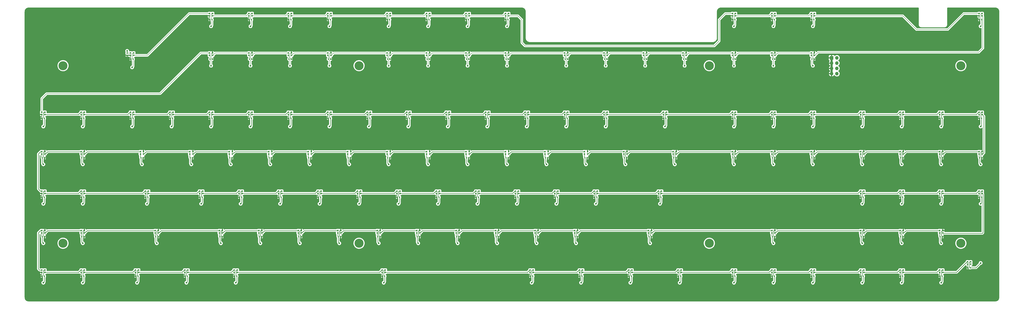
<source format=gbr>
%TF.GenerationSoftware,KiCad,Pcbnew,(6.0.0)*%
%TF.CreationDate,2022-04-04T18:27:56-04:00*%
%TF.ProjectId,SweetBusinessRGBCore,53776565-7442-4757-9369-6e6573735247,rev?*%
%TF.SameCoordinates,Original*%
%TF.FileFunction,Copper,L1,Top*%
%TF.FilePolarity,Positive*%
%FSLAX46Y46*%
G04 Gerber Fmt 4.6, Leading zero omitted, Abs format (unit mm)*
G04 Created by KiCad (PCBNEW (6.0.0)) date 2022-04-04 18:27:56*
%MOMM*%
%LPD*%
G01*
G04 APERTURE LIST*
G04 Aperture macros list*
%AMRoundRect*
0 Rectangle with rounded corners*
0 $1 Rounding radius*
0 $2 $3 $4 $5 $6 $7 $8 $9 X,Y pos of 4 corners*
0 Add a 4 corners polygon primitive as box body*
4,1,4,$2,$3,$4,$5,$6,$7,$8,$9,$2,$3,0*
0 Add four circle primitives for the rounded corners*
1,1,$1+$1,$2,$3*
1,1,$1+$1,$4,$5*
1,1,$1+$1,$6,$7*
1,1,$1+$1,$8,$9*
0 Add four rect primitives between the rounded corners*
20,1,$1+$1,$2,$3,$4,$5,0*
20,1,$1+$1,$4,$5,$6,$7,0*
20,1,$1+$1,$6,$7,$8,$9,0*
20,1,$1+$1,$8,$9,$2,$3,0*%
G04 Aperture macros list end*
%TA.AperFunction,SMDPad,CuDef*%
%ADD10RoundRect,0.147500X-0.147500X-0.172500X0.147500X-0.172500X0.147500X0.172500X-0.147500X0.172500X0*%
%TD*%
%TA.AperFunction,SMDPad,CuDef*%
%ADD11R,0.700000X0.700000*%
%TD*%
%TA.AperFunction,SMDPad,CuDef*%
%ADD12RoundRect,0.147500X0.147500X0.172500X-0.147500X0.172500X-0.147500X-0.172500X0.147500X-0.172500X0*%
%TD*%
%TA.AperFunction,ComponentPad*%
%ADD13C,4.350000*%
%TD*%
%TA.AperFunction,SMDPad,CuDef*%
%ADD14RoundRect,0.147500X-0.172500X0.147500X-0.172500X-0.147500X0.172500X-0.147500X0.172500X0.147500X0*%
%TD*%
%TA.AperFunction,ComponentPad*%
%ADD15R,1.700000X1.700000*%
%TD*%
%TA.AperFunction,ComponentPad*%
%ADD16O,1.700000X1.700000*%
%TD*%
%TA.AperFunction,ViaPad*%
%ADD17C,0.800000*%
%TD*%
%TA.AperFunction,Conductor*%
%ADD18C,0.250000*%
%TD*%
%TA.AperFunction,Conductor*%
%ADD19C,0.200000*%
%TD*%
%TA.AperFunction,Conductor*%
%ADD20C,1.000000*%
%TD*%
G04 APERTURE END LIST*
D10*
%TO.P,LC14,1*%
%TO.N,GND*%
X156677500Y-152400000D03*
%TO.P,LC14,2*%
%TO.N,VBUS*%
X157647500Y-152400000D03*
%TD*%
D11*
%TO.P,LD41,1,DOUT*%
%TO.N,Net-(LD41-Pad1)*%
X310312500Y-179143750D03*
%TO.P,LD41,2,GND*%
%TO.N,GND*%
X310312500Y-178043750D03*
%TO.P,LD41,3,DIN*%
%TO.N,Net-(LD40-Pad1)*%
X308812500Y-178043750D03*
%TO.P,LD41,4,VDD*%
%TO.N,VBUS*%
X308812500Y-179143750D03*
%TD*%
%TO.P,LD42,1,DOUT*%
%TO.N,Net-(LD42-Pad1)*%
X329362500Y-179143750D03*
%TO.P,LD42,2,GND*%
%TO.N,GND*%
X329362500Y-178043750D03*
%TO.P,LD42,3,DIN*%
%TO.N,Net-(LD41-Pad1)*%
X327862500Y-178043750D03*
%TO.P,LD42,4,VDD*%
%TO.N,VBUS*%
X327862500Y-179143750D03*
%TD*%
%TO.P,LD126,1,DOUT*%
%TO.N,Net-(LD126-Pad1)*%
X491287500Y-255343750D03*
%TO.P,LD126,2,GND*%
%TO.N,GND*%
X491287500Y-254243750D03*
%TO.P,LD126,3,DIN*%
%TO.N,Net-(LD125-Pad1)*%
X489787500Y-254243750D03*
%TO.P,LD126,4,VDD*%
%TO.N,VBUS*%
X489787500Y-255343750D03*
%TD*%
%TO.P,LD81,1,DOUT*%
%TO.N,Net-(LD81-Pad1)*%
X210300000Y-217243750D03*
%TO.P,LD81,2,GND*%
%TO.N,GND*%
X210300000Y-216143750D03*
%TO.P,LD81,3,DIN*%
%TO.N,Net-(LD80-Pad1)*%
X208800000Y-216143750D03*
%TO.P,LD81,4,VDD*%
%TO.N,VBUS*%
X208800000Y-217243750D03*
%TD*%
D12*
%TO.P,LC89,1*%
%TO.N,GND*%
X452922500Y-219075000D03*
%TO.P,LC89,2*%
%TO.N,VBUS*%
X451952500Y-219075000D03*
%TD*%
D11*
%TO.P,LD70,1,DOUT*%
%TO.N,Net-(LD69-Pad3)*%
X451687500Y-197093750D03*
%TO.P,LD70,2,GND*%
%TO.N,GND*%
X451687500Y-198193750D03*
%TO.P,LD70,3,DIN*%
%TO.N,Net-(LD70-Pad3)*%
X453187500Y-198193750D03*
%TO.P,LD70,4,VDD*%
%TO.N,VBUS*%
X453187500Y-197093750D03*
%TD*%
D12*
%TO.P,LC91,1*%
%TO.N,GND*%
X491022500Y-219075000D03*
%TO.P,LC91,2*%
%TO.N,VBUS*%
X490052500Y-219075000D03*
%TD*%
D11*
%TO.P,LD96,1,DOUT*%
%TO.N,Net-(LD95-Pad3)*%
X142125000Y-235193750D03*
%TO.P,LD96,2,GND*%
%TO.N,GND*%
X142125000Y-236293750D03*
%TO.P,LD96,3,DIN*%
%TO.N,Net-(LD96-Pad3)*%
X143625000Y-236293750D03*
%TO.P,LD96,4,VDD*%
%TO.N,VBUS*%
X143625000Y-235193750D03*
%TD*%
D12*
%TO.P,LC124,1*%
%TO.N,GND*%
X452922500Y-257175000D03*
%TO.P,LC124,2*%
%TO.N,VBUS*%
X451952500Y-257175000D03*
%TD*%
%TO.P,LC37,1*%
%TO.N,GND*%
X233847500Y-180975000D03*
%TO.P,LC37,2*%
%TO.N,VBUS*%
X232877500Y-180975000D03*
%TD*%
D11*
%TO.P,LD84,1,DOUT*%
%TO.N,Net-(LD84-Pad1)*%
X267450000Y-217243750D03*
%TO.P,LD84,2,GND*%
%TO.N,GND*%
X267450000Y-216143750D03*
%TO.P,LD84,3,DIN*%
%TO.N,Net-(LD83-Pad1)*%
X265950000Y-216143750D03*
%TO.P,LD84,4,VDD*%
%TO.N,VBUS*%
X265950000Y-217243750D03*
%TD*%
D13*
%TO.P,H8,1,1*%
%TO.N,GND*%
X500062500Y-241300000D03*
%TD*%
D11*
%TO.P,LD97,1,DOUT*%
%TO.N,Net-(LD96-Pad3)*%
X161175000Y-235193750D03*
%TO.P,LD97,2,GND*%
%TO.N,GND*%
X161175000Y-236293750D03*
%TO.P,LD97,3,DIN*%
%TO.N,Net-(LD97-Pad3)*%
X162675000Y-236293750D03*
%TO.P,LD97,4,VDD*%
%TO.N,VBUS*%
X162675000Y-235193750D03*
%TD*%
%TO.P,LD60,1,DOUT*%
%TO.N,Net-(LD59-Pad3)*%
X242137500Y-197093750D03*
%TO.P,LD60,2,GND*%
%TO.N,GND*%
X242137500Y-198193750D03*
%TO.P,LD60,3,DIN*%
%TO.N,Net-(LD60-Pad3)*%
X243637500Y-198193750D03*
%TO.P,LD60,4,VDD*%
%TO.N,VBUS*%
X243637500Y-197093750D03*
%TD*%
%TO.P,LDE1,1,DOUT*%
%TO.N,Net-(LD27-Pad3)*%
X510325000Y-131518750D03*
%TO.P,LDE1,2,GND*%
%TO.N,GND*%
X510325000Y-130418750D03*
%TO.P,LDE1,3,DIN*%
%TO.N,Net-(LD12-Pad1)*%
X508825000Y-130418750D03*
%TO.P,LDE1,4,VDD*%
%TO.N,VBUS*%
X508825000Y-131518750D03*
%TD*%
D12*
%TO.P,LC119,1*%
%TO.N,GND*%
X341003750Y-257175000D03*
%TO.P,LC119,2*%
%TO.N,VBUS*%
X340033750Y-257175000D03*
%TD*%
D11*
%TO.P,LD34,1,DOUT*%
%TO.N,Net-(LD34-Pad1)*%
X176962500Y-179143750D03*
%TO.P,LD34,2,GND*%
%TO.N,GND*%
X176962500Y-178043750D03*
%TO.P,LD34,3,DIN*%
%TO.N,Net-(LD33-Pad1)*%
X175462500Y-178043750D03*
%TO.P,LD34,4,VDD*%
%TO.N,VBUS*%
X175462500Y-179143750D03*
%TD*%
%TO.P,LD121,1,DOUT*%
%TO.N,Net-(LD121-Pad1)*%
X391275000Y-255343750D03*
%TO.P,LD121,2,GND*%
%TO.N,GND*%
X391275000Y-254243750D03*
%TO.P,LD121,3,DIN*%
%TO.N,Net-(LD120-Pad1)*%
X389775000Y-254243750D03*
%TO.P,LD121,4,VDD*%
%TO.N,VBUS*%
X389775000Y-255343750D03*
%TD*%
%TO.P,LD103,1,DOUT*%
%TO.N,Net-(LD102-Pad3)*%
X275475000Y-235193750D03*
%TO.P,LD103,2,GND*%
%TO.N,GND*%
X275475000Y-236293750D03*
%TO.P,LD103,3,DIN*%
%TO.N,Net-(LD103-Pad3)*%
X276975000Y-236293750D03*
%TO.P,LD103,4,VDD*%
%TO.N,VBUS*%
X276975000Y-235193750D03*
%TD*%
%TO.P,LD88,1,DOUT*%
%TO.N,Net-(LD88-Pad1)*%
X355556250Y-217243750D03*
%TO.P,LD88,2,GND*%
%TO.N,GND*%
X355556250Y-216143750D03*
%TO.P,LD88,3,DIN*%
%TO.N,Net-(LD87-Pad1)*%
X354056250Y-216143750D03*
%TO.P,LD88,4,VDD*%
%TO.N,VBUS*%
X354056250Y-217243750D03*
%TD*%
%TO.P,LD85,1,DOUT*%
%TO.N,Net-(LD85-Pad1)*%
X286500000Y-217243750D03*
%TO.P,LD85,2,GND*%
%TO.N,GND*%
X286500000Y-216143750D03*
%TO.P,LD85,3,DIN*%
%TO.N,Net-(LD84-Pad1)*%
X285000000Y-216143750D03*
%TO.P,LD85,4,VDD*%
%TO.N,VBUS*%
X285000000Y-217243750D03*
%TD*%
D12*
%TO.P,LC28,1*%
%TO.N,GND*%
X57635000Y-180975000D03*
%TO.P,LC28,2*%
%TO.N,VBUS*%
X56665000Y-180975000D03*
%TD*%
D10*
%TO.P,LC102,1*%
%TO.N,GND*%
X256690000Y-238125000D03*
%TO.P,LC102,2*%
%TO.N,VBUS*%
X257660000Y-238125000D03*
%TD*%
D12*
%TO.P,LC39,1*%
%TO.N,GND*%
X271947500Y-180975000D03*
%TO.P,LC39,2*%
%TO.N,VBUS*%
X270977500Y-180975000D03*
%TD*%
D11*
%TO.P,LD3,1,DOUT*%
%TO.N,Net-(LD3-Pad1)*%
X157912500Y-131518750D03*
%TO.P,LD3,2,GND*%
%TO.N,GND*%
X157912500Y-130418750D03*
%TO.P,LD3,3,DIN*%
%TO.N,Net-(LD2-Pad1)*%
X156412500Y-130418750D03*
%TO.P,LD3,4,VDD*%
%TO.N,VBUS*%
X156412500Y-131518750D03*
%TD*%
D12*
%TO.P,LC9,1*%
%TO.N,GND*%
X281472500Y-133350000D03*
%TO.P,LC9,2*%
%TO.N,VBUS*%
X280502500Y-133350000D03*
%TD*%
D10*
%TO.P,LC60,1*%
%TO.N,GND*%
X242402500Y-200025000D03*
%TO.P,LC60,2*%
%TO.N,VBUS*%
X243372500Y-200025000D03*
%TD*%
D11*
%TO.P,LD32,1,DOUT*%
%TO.N,Net-(LD32-Pad1)*%
X138862500Y-179143750D03*
%TO.P,LD32,2,GND*%
%TO.N,GND*%
X138862500Y-178043750D03*
%TO.P,LD32,3,DIN*%
%TO.N,Net-(LD31-Pad1)*%
X137362500Y-178043750D03*
%TO.P,LD32,4,VDD*%
%TO.N,VBUS*%
X137362500Y-179143750D03*
%TD*%
%TO.P,LD23,1,DOUT*%
%TO.N,Net-(LD22-Pad3)*%
X346912500Y-149468750D03*
%TO.P,LD23,2,GND*%
%TO.N,GND*%
X346912500Y-150568750D03*
%TO.P,LD23,3,DIN*%
%TO.N,Net-(LD23-Pad3)*%
X348412500Y-150568750D03*
%TO.P,LD23,4,VDD*%
%TO.N,VBUS*%
X348412500Y-149468750D03*
%TD*%
D10*
%TO.P,LC98,1*%
%TO.N,GND*%
X180490000Y-238125000D03*
%TO.P,LC98,2*%
%TO.N,VBUS*%
X181460000Y-238125000D03*
%TD*%
D12*
%TO.P,LC36,1*%
%TO.N,GND*%
X214797500Y-180975000D03*
%TO.P,LC36,2*%
%TO.N,VBUS*%
X213827500Y-180975000D03*
%TD*%
%TO.P,LC114,1*%
%TO.N,GND*%
X126691250Y-257175000D03*
%TO.P,LC114,2*%
%TO.N,VBUS*%
X125721250Y-257175000D03*
%TD*%
%TO.P,LC2,1*%
%TO.N,GND*%
X138597500Y-133350000D03*
%TO.P,LC2,2*%
%TO.N,VBUS*%
X137627500Y-133350000D03*
%TD*%
D11*
%TO.P,LD47,1,DOUT*%
%TO.N,Net-(LD47-Pad1)*%
X453187500Y-179143750D03*
%TO.P,LD47,2,GND*%
%TO.N,GND*%
X453187500Y-178043750D03*
%TO.P,LD47,3,DIN*%
%TO.N,Net-(LD46-Pad1)*%
X451687500Y-178043750D03*
%TO.P,LD47,4,VDD*%
%TO.N,VBUS*%
X451687500Y-179143750D03*
%TD*%
%TO.P,LD95,1,DOUT*%
%TO.N,Net-(LD94-Pad3)*%
X111168750Y-235193750D03*
%TO.P,LD95,2,GND*%
%TO.N,GND*%
X111168750Y-236293750D03*
%TO.P,LD95,3,DIN*%
%TO.N,Net-(LD95-Pad3)*%
X112668750Y-236293750D03*
%TO.P,LD95,4,VDD*%
%TO.N,VBUS*%
X112668750Y-235193750D03*
%TD*%
%TO.P,LD86,1,DOUT*%
%TO.N,Net-(LD86-Pad1)*%
X305550000Y-217243750D03*
%TO.P,LD86,2,GND*%
%TO.N,GND*%
X305550000Y-216143750D03*
%TO.P,LD86,3,DIN*%
%TO.N,Net-(LD85-Pad1)*%
X304050000Y-216143750D03*
%TO.P,LD86,4,VDD*%
%TO.N,VBUS*%
X304050000Y-217243750D03*
%TD*%
D12*
%TO.P,LC118,1*%
%TO.N,GND*%
X317191250Y-257175000D03*
%TO.P,LC118,2*%
%TO.N,VBUS*%
X316221250Y-257175000D03*
%TD*%
%TO.P,LC5,1*%
%TO.N,GND*%
X195747500Y-133350000D03*
%TO.P,LC5,2*%
%TO.N,VBUS*%
X194777500Y-133350000D03*
%TD*%
D11*
%TO.P,LD75,1,DOUT*%
%TO.N,Net-(LD75-Pad1)*%
X76950000Y-217243750D03*
%TO.P,LD75,2,GND*%
%TO.N,GND*%
X76950000Y-216143750D03*
%TO.P,LD75,3,DIN*%
%TO.N,Net-(LD74-Pad1)*%
X75450000Y-216143750D03*
%TO.P,LD75,4,VDD*%
%TO.N,VBUS*%
X75450000Y-217243750D03*
%TD*%
%TO.P,LD65,1,DOUT*%
%TO.N,Net-(LD64-Pad3)*%
X337387500Y-197093750D03*
%TO.P,LD65,2,GND*%
%TO.N,GND*%
X337387500Y-198193750D03*
%TO.P,LD65,3,DIN*%
%TO.N,Net-(LD65-Pad3)*%
X338887500Y-198193750D03*
%TO.P,LD65,4,VDD*%
%TO.N,VBUS*%
X338887500Y-197093750D03*
%TD*%
D12*
%TO.P,LC82,1*%
%TO.N,GND*%
X229085000Y-219075000D03*
%TO.P,LC82,2*%
%TO.N,VBUS*%
X228115000Y-219075000D03*
%TD*%
%TO.P,LC6,1*%
%TO.N,GND*%
X224322500Y-133350000D03*
%TO.P,LC6,2*%
%TO.N,VBUS*%
X223352500Y-133350000D03*
%TD*%
D11*
%TO.P,LD6,1,DOUT*%
%TO.N,Net-(LD6-Pad1)*%
X224587500Y-131518750D03*
%TO.P,LD6,2,GND*%
%TO.N,GND*%
X224587500Y-130418750D03*
%TO.P,LD6,3,DIN*%
%TO.N,Net-(LD5-Pad1)*%
X223087500Y-130418750D03*
%TO.P,LD6,4,VDD*%
%TO.N,VBUS*%
X223087500Y-131518750D03*
%TD*%
D10*
%TO.P,LC107,1*%
%TO.N,GND*%
X409090000Y-238125000D03*
%TO.P,LC107,2*%
%TO.N,VBUS*%
X410060000Y-238125000D03*
%TD*%
D12*
%TO.P,LC81,1*%
%TO.N,GND*%
X210035000Y-219075000D03*
%TO.P,LC81,2*%
%TO.N,VBUS*%
X209065000Y-219075000D03*
%TD*%
D10*
%TO.P,LC52,1*%
%TO.N,GND*%
X75715000Y-200025000D03*
%TO.P,LC52,2*%
%TO.N,VBUS*%
X76685000Y-200025000D03*
%TD*%
D11*
%TO.P,LD55,1,DOUT*%
%TO.N,Net-(LD54-Pad3)*%
X146887500Y-197093750D03*
%TO.P,LD55,2,GND*%
%TO.N,GND*%
X146887500Y-198193750D03*
%TO.P,LD55,3,DIN*%
%TO.N,Net-(LD55-Pad3)*%
X148387500Y-198193750D03*
%TO.P,LD55,4,VDD*%
%TO.N,VBUS*%
X148387500Y-197093750D03*
%TD*%
%TO.P,LD50,1,DOUT*%
%TO.N,Net-(LD50-Pad1)*%
X510337500Y-179143750D03*
%TO.P,LD50,2,GND*%
%TO.N,GND*%
X510337500Y-178043750D03*
%TO.P,LD50,3,DIN*%
%TO.N,Net-(LD49-Pad1)*%
X508837500Y-178043750D03*
%TO.P,LD50,4,VDD*%
%TO.N,VBUS*%
X508837500Y-179143750D03*
%TD*%
%TO.P,LD17,1,DOUT*%
%TO.N,Net-(LD16-Pad3)*%
X223087500Y-149468750D03*
%TO.P,LD17,2,GND*%
%TO.N,GND*%
X223087500Y-150568750D03*
%TO.P,LD17,3,DIN*%
%TO.N,Net-(LD17-Pad3)*%
X224587500Y-150568750D03*
%TO.P,LD17,4,VDD*%
%TO.N,VBUS*%
X224587500Y-149468750D03*
%TD*%
%TO.P,LD28,1,DOUT*%
%TO.N,Net-(LD28-Pad1)*%
X57900000Y-179143750D03*
%TO.P,LD28,2,GND*%
%TO.N,GND*%
X57900000Y-178043750D03*
%TO.P,LD28,3,DIN*%
%TO.N,Net-(LD13-Pad1)*%
X56400000Y-178043750D03*
%TO.P,LD28,4,VDD*%
%TO.N,VBUS*%
X56400000Y-179143750D03*
%TD*%
D10*
%TO.P,LC73,1*%
%TO.N,GND*%
X509102500Y-200025000D03*
%TO.P,LC73,2*%
%TO.N,VBUS*%
X510072500Y-200025000D03*
%TD*%
D13*
%TO.P,H2,1,1*%
%TO.N,GND*%
X209550000Y-155575000D03*
%TD*%
D11*
%TO.P,LD68,1,DOUT*%
%TO.N,Net-(LD67-Pad3)*%
X408825000Y-197093750D03*
%TO.P,LD68,2,GND*%
%TO.N,GND*%
X408825000Y-198193750D03*
%TO.P,LD68,3,DIN*%
%TO.N,Net-(LD68-Pad3)*%
X410325000Y-198193750D03*
%TO.P,LD68,4,VDD*%
%TO.N,VBUS*%
X410325000Y-197093750D03*
%TD*%
D10*
%TO.P,LC51,1*%
%TO.N,GND*%
X56665000Y-200025000D03*
%TO.P,LC51,2*%
%TO.N,VBUS*%
X57635000Y-200025000D03*
%TD*%
D12*
%TO.P,LC38,1*%
%TO.N,GND*%
X252897500Y-180975000D03*
%TO.P,LC38,2*%
%TO.N,VBUS*%
X251927500Y-180975000D03*
%TD*%
D11*
%TO.P,LD116,1,DOUT*%
%TO.N,Net-(LD116-Pad1)*%
X222206250Y-255343750D03*
%TO.P,LD116,2,GND*%
%TO.N,GND*%
X222206250Y-254243750D03*
%TO.P,LD116,3,DIN*%
%TO.N,Net-(LD115-Pad1)*%
X220706250Y-254243750D03*
%TO.P,LD116,4,VDD*%
%TO.N,VBUS*%
X220706250Y-255343750D03*
%TD*%
%TO.P,LD61,1,DOUT*%
%TO.N,Net-(LD60-Pad3)*%
X261187500Y-197093750D03*
%TO.P,LD61,2,GND*%
%TO.N,GND*%
X261187500Y-198193750D03*
%TO.P,LD61,3,DIN*%
%TO.N,Net-(LD61-Pad3)*%
X262687500Y-198193750D03*
%TO.P,LD61,4,VDD*%
%TO.N,VBUS*%
X262687500Y-197093750D03*
%TD*%
%TO.P,LD2,1,DOUT*%
%TO.N,Net-(LD2-Pad1)*%
X138862500Y-131518750D03*
%TO.P,LD2,2,GND*%
%TO.N,GND*%
X138862500Y-130418750D03*
%TO.P,LD2,3,DIN*%
%TO.N,Net-(LD1-Pad1)*%
X137362500Y-130418750D03*
%TO.P,LD2,4,VDD*%
%TO.N,VBUS*%
X137362500Y-131518750D03*
%TD*%
%TO.P,LD11,1,DOUT*%
%TO.N,Net-(LD11-Pad1)*%
X410325000Y-131518750D03*
%TO.P,LD11,2,GND*%
%TO.N,GND*%
X410325000Y-130418750D03*
%TO.P,LD11,3,DIN*%
%TO.N,Net-(LD10-Pad1)*%
X408825000Y-130418750D03*
%TO.P,LD11,4,VDD*%
%TO.N,VBUS*%
X408825000Y-131518750D03*
%TD*%
%TO.P,LD46,1,DOUT*%
%TO.N,Net-(LD46-Pad1)*%
X429375000Y-179143750D03*
%TO.P,LD46,2,GND*%
%TO.N,GND*%
X429375000Y-178043750D03*
%TO.P,LD46,3,DIN*%
%TO.N,Net-(LD45-Pad1)*%
X427875000Y-178043750D03*
%TO.P,LD46,4,VDD*%
%TO.N,VBUS*%
X427875000Y-179143750D03*
%TD*%
D10*
%TO.P,LC18,1*%
%TO.N,GND*%
X242402500Y-152400000D03*
%TO.P,LC18,2*%
%TO.N,VBUS*%
X243372500Y-152400000D03*
%TD*%
D11*
%TO.P,LD38,1,DOUT*%
%TO.N,Net-(LD38-Pad1)*%
X253162500Y-179143750D03*
%TO.P,LD38,2,GND*%
%TO.N,GND*%
X253162500Y-178043750D03*
%TO.P,LD38,3,DIN*%
%TO.N,Net-(LD37-Pad1)*%
X251662500Y-178043750D03*
%TO.P,LD38,4,VDD*%
%TO.N,VBUS*%
X251662500Y-179143750D03*
%TD*%
%TO.P,LD4,1,DOUT*%
%TO.N,Net-(LD4-Pad1)*%
X176962500Y-131518750D03*
%TO.P,LD4,2,GND*%
%TO.N,GND*%
X176962500Y-130418750D03*
%TO.P,LD4,3,DIN*%
%TO.N,Net-(LD3-Pad1)*%
X175462500Y-130418750D03*
%TO.P,LD4,4,VDD*%
%TO.N,VBUS*%
X175462500Y-131518750D03*
%TD*%
D10*
%TO.P,LC56,1*%
%TO.N,GND*%
X166202500Y-200025000D03*
%TO.P,LC56,2*%
%TO.N,VBUS*%
X167172500Y-200025000D03*
%TD*%
D11*
%TO.P,LD118,1,DOUT*%
%TO.N,Net-(LD118-Pad1)*%
X317456250Y-255343750D03*
%TO.P,LD118,2,GND*%
%TO.N,GND*%
X317456250Y-254243750D03*
%TO.P,LD118,3,DIN*%
%TO.N,Net-(LD117-Pad1)*%
X315956250Y-254243750D03*
%TO.P,LD118,4,VDD*%
%TO.N,VBUS*%
X315956250Y-255343750D03*
%TD*%
%TO.P,LD78,1,DOUT*%
%TO.N,Net-(LD78-Pad1)*%
X153150000Y-217243750D03*
%TO.P,LD78,2,GND*%
%TO.N,GND*%
X153150000Y-216143750D03*
%TO.P,LD78,3,DIN*%
%TO.N,Net-(LD77-Pad1)*%
X151650000Y-216143750D03*
%TO.P,LD78,4,VDD*%
%TO.N,VBUS*%
X151650000Y-217243750D03*
%TD*%
%TO.P,LD1,1,DOUT*%
%TO.N,Net-(LD1-Pad1)*%
X100762500Y-150568750D03*
%TO.P,LD1,2,GND*%
%TO.N,GND*%
X100762500Y-149468750D03*
%TO.P,LD1,3,DIN*%
%TO.N,LED*%
X99262500Y-149468750D03*
%TO.P,LD1,4,VDD*%
%TO.N,VBUS*%
X99262500Y-150568750D03*
%TD*%
D10*
%TO.P,LC59,1*%
%TO.N,GND*%
X223352500Y-200025000D03*
%TO.P,LC59,2*%
%TO.N,VBUS*%
X224322500Y-200025000D03*
%TD*%
D12*
%TO.P,LC92,1*%
%TO.N,GND*%
X510072500Y-219075000D03*
%TO.P,LC92,2*%
%TO.N,VBUS*%
X509102500Y-219075000D03*
%TD*%
%TO.P,LC8,1*%
%TO.N,GND*%
X262422500Y-133350000D03*
%TO.P,LC8,2*%
%TO.N,VBUS*%
X261452500Y-133350000D03*
%TD*%
D10*
%TO.P,LC64,1*%
%TO.N,GND*%
X318602500Y-200025000D03*
%TO.P,LC64,2*%
%TO.N,VBUS*%
X319572500Y-200025000D03*
%TD*%
D11*
%TO.P,LD93,1,DOUT*%
%TO.N,Net-(LD111-Pad3)*%
X56400000Y-235193750D03*
%TO.P,LD93,2,GND*%
%TO.N,GND*%
X56400000Y-236293750D03*
%TO.P,LD93,3,DIN*%
%TO.N,Net-(LD93-Pad3)*%
X57900000Y-236293750D03*
%TO.P,LD93,4,VDD*%
%TO.N,VBUS*%
X57900000Y-235193750D03*
%TD*%
%TO.P,LD25,1,DOUT*%
%TO.N,Net-(LD24-Pad3)*%
X389775000Y-149468750D03*
%TO.P,LD25,2,GND*%
%TO.N,GND*%
X389775000Y-150568750D03*
%TO.P,LD25,3,DIN*%
%TO.N,Net-(LD25-Pad3)*%
X391275000Y-150568750D03*
%TO.P,LD25,4,VDD*%
%TO.N,VBUS*%
X391275000Y-149468750D03*
%TD*%
%TO.P,LD117,1,DOUT*%
%TO.N,Net-(LD117-Pad1)*%
X293643750Y-255343750D03*
%TO.P,LD117,2,GND*%
%TO.N,GND*%
X293643750Y-254243750D03*
%TO.P,LD117,3,DIN*%
%TO.N,Net-(LD116-Pad1)*%
X292143750Y-254243750D03*
%TO.P,LD117,4,VDD*%
%TO.N,VBUS*%
X292143750Y-255343750D03*
%TD*%
D12*
%TO.P,LC122,1*%
%TO.N,GND*%
X410060000Y-257175000D03*
%TO.P,LC122,2*%
%TO.N,VBUS*%
X409090000Y-257175000D03*
%TD*%
D10*
%TO.P,LC15,1*%
%TO.N,GND*%
X175727500Y-152400000D03*
%TO.P,LC15,2*%
%TO.N,VBUS*%
X176697500Y-152400000D03*
%TD*%
D12*
%TO.P,LC50,1*%
%TO.N,GND*%
X510072500Y-180975000D03*
%TO.P,LC50,2*%
%TO.N,VBUS*%
X509102500Y-180975000D03*
%TD*%
D10*
%TO.P,LC20,1*%
%TO.N,GND*%
X280502500Y-152400000D03*
%TO.P,LC20,2*%
%TO.N,VBUS*%
X281472500Y-152400000D03*
%TD*%
D11*
%TO.P,LD87,1,DOUT*%
%TO.N,Net-(LD87-Pad1)*%
X324600000Y-217243750D03*
%TO.P,LD87,2,GND*%
%TO.N,GND*%
X324600000Y-216143750D03*
%TO.P,LD87,3,DIN*%
%TO.N,Net-(LD86-Pad1)*%
X323100000Y-216143750D03*
%TO.P,LD87,4,VDD*%
%TO.N,VBUS*%
X323100000Y-217243750D03*
%TD*%
%TO.P,LD98,1,DOUT*%
%TO.N,Net-(LD97-Pad3)*%
X180225000Y-235193750D03*
%TO.P,LD98,2,GND*%
%TO.N,GND*%
X180225000Y-236293750D03*
%TO.P,LD98,3,DIN*%
%TO.N,Net-(LD98-Pad3)*%
X181725000Y-236293750D03*
%TO.P,LD98,4,VDD*%
%TO.N,VBUS*%
X181725000Y-235193750D03*
%TD*%
%TO.P,LD100,1,DOUT*%
%TO.N,Net-(LD100-Pad1)*%
X218325000Y-235193750D03*
%TO.P,LD100,2,GND*%
%TO.N,GND*%
X218325000Y-236293750D03*
%TO.P,LD100,3,DIN*%
%TO.N,Net-(LD100-Pad3)*%
X219825000Y-236293750D03*
%TO.P,LD100,4,VDD*%
%TO.N,VBUS*%
X219825000Y-235193750D03*
%TD*%
%TO.P,LD52,1,DOUT*%
%TO.N,Net-(LD51-Pad3)*%
X75450000Y-197093750D03*
%TO.P,LD52,2,GND*%
%TO.N,GND*%
X75450000Y-198193750D03*
%TO.P,LD52,3,DIN*%
%TO.N,Net-(LD52-Pad3)*%
X76950000Y-198193750D03*
%TO.P,LD52,4,VDD*%
%TO.N,VBUS*%
X76950000Y-197093750D03*
%TD*%
%TO.P,LD18,1,DOUT*%
%TO.N,Net-(LD17-Pad3)*%
X242137500Y-149468750D03*
%TO.P,LD18,2,GND*%
%TO.N,GND*%
X242137500Y-150568750D03*
%TO.P,LD18,3,DIN*%
%TO.N,Net-(LD18-Pad3)*%
X243637500Y-150568750D03*
%TO.P,LD18,4,VDD*%
%TO.N,VBUS*%
X243637500Y-149468750D03*
%TD*%
%TO.P,LD12,1,DOUT*%
%TO.N,Net-(LD12-Pad1)*%
X429375000Y-131518750D03*
%TO.P,LD12,2,GND*%
%TO.N,GND*%
X429375000Y-130418750D03*
%TO.P,LD12,3,DIN*%
%TO.N,Net-(LD11-Pad1)*%
X427875000Y-130418750D03*
%TO.P,LD12,4,VDD*%
%TO.N,VBUS*%
X427875000Y-131518750D03*
%TD*%
D10*
%TO.P,LC94,1*%
%TO.N,GND*%
X75715000Y-238125000D03*
%TO.P,LC94,2*%
%TO.N,VBUS*%
X76685000Y-238125000D03*
%TD*%
D12*
%TO.P,LC46,1*%
%TO.N,GND*%
X429110000Y-180975000D03*
%TO.P,LC46,2*%
%TO.N,VBUS*%
X428140000Y-180975000D03*
%TD*%
%TO.P,LC31,1*%
%TO.N,GND*%
X119547500Y-180975000D03*
%TO.P,LC31,2*%
%TO.N,VBUS*%
X118577500Y-180975000D03*
%TD*%
D11*
%TO.P,LD110,1,DOUT*%
%TO.N,Net-(LD109-Pad3)*%
X489787500Y-235193750D03*
%TO.P,LD110,2,GND*%
%TO.N,GND*%
X489787500Y-236293750D03*
%TO.P,LD110,3,DIN*%
%TO.N,Net-(LD110-Pad3)*%
X491287500Y-236293750D03*
%TO.P,LD110,4,VDD*%
%TO.N,VBUS*%
X491287500Y-235193750D03*
%TD*%
D10*
%TO.P,LC13,1*%
%TO.N,GND*%
X137627500Y-152400000D03*
%TO.P,LC13,2*%
%TO.N,VBUS*%
X138597500Y-152400000D03*
%TD*%
%TO.P,LC108,1*%
%TO.N,GND*%
X451952500Y-238125000D03*
%TO.P,LC108,2*%
%TO.N,VBUS*%
X452922500Y-238125000D03*
%TD*%
D12*
%TO.P,LC12,1*%
%TO.N,GND*%
X429110000Y-133350000D03*
%TO.P,LC12,2*%
%TO.N,VBUS*%
X428140000Y-133350000D03*
%TD*%
D10*
%TO.P,LC105,1*%
%TO.N,GND*%
X313840000Y-238125000D03*
%TO.P,LC105,2*%
%TO.N,VBUS*%
X314810000Y-238125000D03*
%TD*%
D11*
%TO.P,LD44,1,DOUT*%
%TO.N,Net-(LD44-Pad1)*%
X391275000Y-179143750D03*
%TO.P,LD44,2,GND*%
%TO.N,GND*%
X391275000Y-178043750D03*
%TO.P,LD44,3,DIN*%
%TO.N,Net-(LD43-Pad1)*%
X389775000Y-178043750D03*
%TO.P,LD44,4,VDD*%
%TO.N,VBUS*%
X389775000Y-179143750D03*
%TD*%
D10*
%TO.P,LC58,1*%
%TO.N,GND*%
X204302500Y-200025000D03*
%TO.P,LC58,2*%
%TO.N,VBUS*%
X205272500Y-200025000D03*
%TD*%
%TO.P,LC17,1*%
%TO.N,GND*%
X223352500Y-152400000D03*
%TO.P,LC17,2*%
%TO.N,VBUS*%
X224322500Y-152400000D03*
%TD*%
D11*
%TO.P,LD122,1,DOUT*%
%TO.N,Net-(LD122-Pad1)*%
X410325000Y-255343750D03*
%TO.P,LD122,2,GND*%
%TO.N,GND*%
X410325000Y-254243750D03*
%TO.P,LD122,3,DIN*%
%TO.N,Net-(LD121-Pad1)*%
X408825000Y-254243750D03*
%TO.P,LD122,4,VDD*%
%TO.N,VBUS*%
X408825000Y-255343750D03*
%TD*%
%TO.P,LD8,1,DOUT*%
%TO.N,Net-(LD8-Pad1)*%
X262687500Y-131518750D03*
%TO.P,LD8,2,GND*%
%TO.N,GND*%
X262687500Y-130418750D03*
%TO.P,LD8,3,DIN*%
%TO.N,Net-(LD7-Pad1)*%
X261187500Y-130418750D03*
%TO.P,LD8,4,VDD*%
%TO.N,VBUS*%
X261187500Y-131518750D03*
%TD*%
%TO.P,LD71,1,DOUT*%
%TO.N,Net-(LD70-Pad3)*%
X470737500Y-197093750D03*
%TO.P,LD71,2,GND*%
%TO.N,GND*%
X470737500Y-198193750D03*
%TO.P,LD71,3,DIN*%
%TO.N,Net-(LD71-Pad3)*%
X472237500Y-198193750D03*
%TO.P,LD71,4,VDD*%
%TO.N,VBUS*%
X472237500Y-197093750D03*
%TD*%
D10*
%TO.P,LC99,1*%
%TO.N,GND*%
X199540000Y-238125000D03*
%TO.P,LC99,2*%
%TO.N,VBUS*%
X200510000Y-238125000D03*
%TD*%
D12*
%TO.P,LCE1,1*%
%TO.N,GND*%
X510072500Y-133350000D03*
%TO.P,LCE1,2*%
%TO.N,VBUS*%
X509102500Y-133350000D03*
%TD*%
D10*
%TO.P,LC103,1*%
%TO.N,GND*%
X275740000Y-238125000D03*
%TO.P,LC103,2*%
%TO.N,VBUS*%
X276710000Y-238125000D03*
%TD*%
D11*
%TO.P,LD112,1,DOUT*%
%TO.N,Net-(LD112-Pad1)*%
X76950000Y-255343750D03*
%TO.P,LD112,2,GND*%
%TO.N,GND*%
X76950000Y-254243750D03*
%TO.P,LD112,3,DIN*%
%TO.N,Net-(LD111-Pad1)*%
X75450000Y-254243750D03*
%TO.P,LD112,4,VDD*%
%TO.N,VBUS*%
X75450000Y-255343750D03*
%TD*%
D10*
%TO.P,LC22,1*%
%TO.N,GND*%
X328127500Y-152400000D03*
%TO.P,LC22,2*%
%TO.N,VBUS*%
X329097500Y-152400000D03*
%TD*%
D11*
%TO.P,LD31,1,DOUT*%
%TO.N,Net-(LD31-Pad1)*%
X119812500Y-179143750D03*
%TO.P,LD31,2,GND*%
%TO.N,GND*%
X119812500Y-178043750D03*
%TO.P,LD31,3,DIN*%
%TO.N,Net-(LD30-Pad1)*%
X118312500Y-178043750D03*
%TO.P,LD31,4,VDD*%
%TO.N,VBUS*%
X118312500Y-179143750D03*
%TD*%
D10*
%TO.P,LC69,1*%
%TO.N,GND*%
X428140000Y-200025000D03*
%TO.P,LC69,2*%
%TO.N,VBUS*%
X429110000Y-200025000D03*
%TD*%
%TO.P,LC101,1*%
%TO.N,GND*%
X237640000Y-238125000D03*
%TO.P,LC101,2*%
%TO.N,VBUS*%
X238610000Y-238125000D03*
%TD*%
D11*
%TO.P,LD21,1,DOUT*%
%TO.N,Net-(LD20-Pad3)*%
X308812500Y-149468750D03*
%TO.P,LD21,2,GND*%
%TO.N,GND*%
X308812500Y-150568750D03*
%TO.P,LD21,3,DIN*%
%TO.N,Net-(LD21-Pad3)*%
X310312500Y-150568750D03*
%TO.P,LD21,4,VDD*%
%TO.N,VBUS*%
X310312500Y-149468750D03*
%TD*%
D12*
%TO.P,LC3,1*%
%TO.N,GND*%
X157647500Y-133350000D03*
%TO.P,LC3,2*%
%TO.N,VBUS*%
X156677500Y-133350000D03*
%TD*%
D10*
%TO.P,LC55,1*%
%TO.N,GND*%
X147152500Y-200025000D03*
%TO.P,LC55,2*%
%TO.N,VBUS*%
X148122500Y-200025000D03*
%TD*%
D12*
%TO.P,LC125,1*%
%TO.N,GND*%
X471972500Y-257175000D03*
%TO.P,LC125,2*%
%TO.N,VBUS*%
X471002500Y-257175000D03*
%TD*%
D13*
%TO.P,H7,1,1*%
%TO.N,GND*%
X378618750Y-241300000D03*
%TD*%
D10*
%TO.P,LC24,1*%
%TO.N,GND*%
X366227500Y-152400000D03*
%TO.P,LC24,2*%
%TO.N,VBUS*%
X367197500Y-152400000D03*
%TD*%
D11*
%TO.P,LD51,1,DOUT*%
%TO.N,Net-(LD51-Pad1)*%
X56400000Y-197093750D03*
%TO.P,LD51,2,GND*%
%TO.N,GND*%
X56400000Y-198193750D03*
%TO.P,LD51,3,DIN*%
%TO.N,Net-(LD51-Pad3)*%
X57900000Y-198193750D03*
%TO.P,LD51,4,VDD*%
%TO.N,VBUS*%
X57900000Y-197093750D03*
%TD*%
D12*
%TO.P,LC123,1*%
%TO.N,GND*%
X429110000Y-257175000D03*
%TO.P,LC123,2*%
%TO.N,VBUS*%
X428140000Y-257175000D03*
%TD*%
%TO.P,LC32,1*%
%TO.N,GND*%
X138597500Y-180975000D03*
%TO.P,LC32,2*%
%TO.N,VBUS*%
X137627500Y-180975000D03*
%TD*%
%TO.P,LC79,1*%
%TO.N,GND*%
X171935000Y-219075000D03*
%TO.P,LC79,2*%
%TO.N,VBUS*%
X170965000Y-219075000D03*
%TD*%
D11*
%TO.P,LD69,1,DOUT*%
%TO.N,Net-(LD68-Pad3)*%
X427875000Y-197093750D03*
%TO.P,LD69,2,GND*%
%TO.N,GND*%
X427875000Y-198193750D03*
%TO.P,LD69,3,DIN*%
%TO.N,Net-(LD69-Pad3)*%
X429375000Y-198193750D03*
%TO.P,LD69,4,VDD*%
%TO.N,VBUS*%
X429375000Y-197093750D03*
%TD*%
%TO.P,LD120,1,DOUT*%
%TO.N,Net-(LD120-Pad1)*%
X365081250Y-255343750D03*
%TO.P,LD120,2,GND*%
%TO.N,GND*%
X365081250Y-254243750D03*
%TO.P,LD120,3,DIN*%
%TO.N,Net-(LD119-Pad1)*%
X363581250Y-254243750D03*
%TO.P,LD120,4,VDD*%
%TO.N,VBUS*%
X363581250Y-255343750D03*
%TD*%
D10*
%TO.P,LC19,1*%
%TO.N,GND*%
X261452500Y-152400000D03*
%TO.P,LC19,2*%
%TO.N,VBUS*%
X262422500Y-152400000D03*
%TD*%
D13*
%TO.P,H5,1,1*%
%TO.N,GND*%
X66675000Y-241300000D03*
%TD*%
D11*
%TO.P,LD89,1,DOUT*%
%TO.N,Net-(LD89-Pad1)*%
X453187500Y-217243750D03*
%TO.P,LD89,2,GND*%
%TO.N,GND*%
X453187500Y-216143750D03*
%TO.P,LD89,3,DIN*%
%TO.N,Net-(LD88-Pad1)*%
X451687500Y-216143750D03*
%TO.P,LD89,4,VDD*%
%TO.N,VBUS*%
X451687500Y-217243750D03*
%TD*%
%TO.P,LD19,1,DOUT*%
%TO.N,Net-(LD18-Pad3)*%
X261187500Y-149468750D03*
%TO.P,LD19,2,GND*%
%TO.N,GND*%
X261187500Y-150568750D03*
%TO.P,LD19,3,DIN*%
%TO.N,Net-(LD19-Pad3)*%
X262687500Y-150568750D03*
%TO.P,LD19,4,VDD*%
%TO.N,VBUS*%
X262687500Y-149468750D03*
%TD*%
D10*
%TO.P,LC104,1*%
%TO.N,GND*%
X294790000Y-238125000D03*
%TO.P,LC104,2*%
%TO.N,VBUS*%
X295760000Y-238125000D03*
%TD*%
D12*
%TO.P,LC111,1*%
%TO.N,GND*%
X57635000Y-257175000D03*
%TO.P,LC111,2*%
%TO.N,VBUS*%
X56665000Y-257175000D03*
%TD*%
D11*
%TO.P,LD35,1,DOUT*%
%TO.N,Net-(LD35-Pad1)*%
X196012500Y-179143750D03*
%TO.P,LD35,2,GND*%
%TO.N,GND*%
X196012500Y-178043750D03*
%TO.P,LD35,3,DIN*%
%TO.N,Net-(LD34-Pad1)*%
X194512500Y-178043750D03*
%TO.P,LD35,4,VDD*%
%TO.N,VBUS*%
X194512500Y-179143750D03*
%TD*%
D12*
%TO.P,LC127,1*%
%TO.N,GND*%
X504516250Y-253111000D03*
%TO.P,LC127,2*%
%TO.N,VBUS*%
X503546250Y-253111000D03*
%TD*%
D11*
%TO.P,LD10,1,DOUT*%
%TO.N,Net-(LD10-Pad1)*%
X391275000Y-131518750D03*
%TO.P,LD10,2,GND*%
%TO.N,GND*%
X391275000Y-130418750D03*
%TO.P,LD10,3,DIN*%
%TO.N,Net-(LD10-Pad3)*%
X389775000Y-130418750D03*
%TO.P,LD10,4,VDD*%
%TO.N,VBUS*%
X389775000Y-131518750D03*
%TD*%
D10*
%TO.P,LC61,1*%
%TO.N,GND*%
X261452500Y-200025000D03*
%TO.P,LC61,2*%
%TO.N,VBUS*%
X262422500Y-200025000D03*
%TD*%
D12*
%TO.P,LC113,1*%
%TO.N,GND*%
X102878750Y-257175000D03*
%TO.P,LC113,2*%
%TO.N,VBUS*%
X101908750Y-257175000D03*
%TD*%
%TO.P,LC86,1*%
%TO.N,GND*%
X305285000Y-219075000D03*
%TO.P,LC86,2*%
%TO.N,VBUS*%
X304315000Y-219075000D03*
%TD*%
D10*
%TO.P,LC21,1*%
%TO.N,GND*%
X309077500Y-152400000D03*
%TO.P,LC21,2*%
%TO.N,VBUS*%
X310047500Y-152400000D03*
%TD*%
%TO.P,LC110,1*%
%TO.N,GND*%
X490052500Y-238125000D03*
%TO.P,LC110,2*%
%TO.N,VBUS*%
X491022500Y-238125000D03*
%TD*%
D11*
%TO.P,LD9,1,DOUT*%
%TO.N,Net-(LD10-Pad3)*%
X281737500Y-131518750D03*
%TO.P,LD9,2,GND*%
%TO.N,GND*%
X281737500Y-130418750D03*
%TO.P,LD9,3,DIN*%
%TO.N,Net-(LD8-Pad1)*%
X280237500Y-130418750D03*
%TO.P,LD9,4,VDD*%
%TO.N,VBUS*%
X280237500Y-131518750D03*
%TD*%
D12*
%TO.P,LC126,1*%
%TO.N,GND*%
X491022500Y-257175000D03*
%TO.P,LC126,2*%
%TO.N,VBUS*%
X490052500Y-257175000D03*
%TD*%
%TO.P,LC33,1*%
%TO.N,GND*%
X157647500Y-180975000D03*
%TO.P,LC33,2*%
%TO.N,VBUS*%
X156677500Y-180975000D03*
%TD*%
D11*
%TO.P,LD101,1,DOUT*%
%TO.N,Net-(LD100-Pad3)*%
X237375000Y-235193750D03*
%TO.P,LD101,2,GND*%
%TO.N,GND*%
X237375000Y-236293750D03*
%TO.P,LD101,3,DIN*%
%TO.N,Net-(LD101-Pad3)*%
X238875000Y-236293750D03*
%TO.P,LD101,4,VDD*%
%TO.N,VBUS*%
X238875000Y-235193750D03*
%TD*%
D12*
%TO.P,LC117,1*%
%TO.N,GND*%
X293378750Y-257175000D03*
%TO.P,LC117,2*%
%TO.N,VBUS*%
X292408750Y-257175000D03*
%TD*%
%TO.P,LC115,1*%
%TO.N,GND*%
X150503750Y-257175000D03*
%TO.P,LC115,2*%
%TO.N,VBUS*%
X149533750Y-257175000D03*
%TD*%
D14*
%TO.P,R1,1*%
%TO.N,LED*%
X97631250Y-149533750D03*
%TO.P,R1,2*%
%TO.N,VBUS*%
X97631250Y-150503750D03*
%TD*%
D10*
%TO.P,LC25,1*%
%TO.N,GND*%
X390040000Y-152400000D03*
%TO.P,LC25,2*%
%TO.N,VBUS*%
X391010000Y-152400000D03*
%TD*%
D15*
%TO.P,J1,1,Pin_1*%
%TO.N,VBUS*%
X437668750Y-151775000D03*
D16*
%TO.P,J1,2,Pin_2*%
%TO.N,LED*%
X440208750Y-151775000D03*
%TO.P,J1,3,Pin_3*%
%TO.N,VBUS*%
X437668750Y-154315000D03*
%TO.P,J1,4,Pin_4*%
%TO.N,GND*%
X440208750Y-154315000D03*
%TO.P,J1,5,Pin_5*%
%TO.N,VBUS*%
X437668750Y-156855000D03*
%TO.P,J1,6,Pin_6*%
%TO.N,GND*%
X440208750Y-156855000D03*
%TO.P,J1,7,Pin_7*%
%TO.N,VBUS*%
X437668750Y-159395000D03*
%TO.P,J1,8,Pin_8*%
%TO.N,GND*%
X440208750Y-159395000D03*
%TD*%
D11*
%TO.P,LD113,1,DOUT*%
%TO.N,Net-(LD113-Pad1)*%
X103143750Y-255343750D03*
%TO.P,LD113,2,GND*%
%TO.N,GND*%
X103143750Y-254243750D03*
%TO.P,LD113,3,DIN*%
%TO.N,Net-(LD112-Pad1)*%
X101643750Y-254243750D03*
%TO.P,LD113,4,VDD*%
%TO.N,VBUS*%
X101643750Y-255343750D03*
%TD*%
%TO.P,LD20,1,DOUT*%
%TO.N,Net-(LD19-Pad3)*%
X280237500Y-149468750D03*
%TO.P,LD20,2,GND*%
%TO.N,GND*%
X280237500Y-150568750D03*
%TO.P,LD20,3,DIN*%
%TO.N,Net-(LD20-Pad3)*%
X281737500Y-150568750D03*
%TO.P,LD20,4,VDD*%
%TO.N,VBUS*%
X281737500Y-149468750D03*
%TD*%
D12*
%TO.P,LC35,1*%
%TO.N,GND*%
X195747500Y-180975000D03*
%TO.P,LC35,2*%
%TO.N,VBUS*%
X194777500Y-180975000D03*
%TD*%
D11*
%TO.P,LD48,1,DOUT*%
%TO.N,Net-(LD48-Pad1)*%
X472237500Y-179143750D03*
%TO.P,LD48,2,GND*%
%TO.N,GND*%
X472237500Y-178043750D03*
%TO.P,LD48,3,DIN*%
%TO.N,Net-(LD47-Pad1)*%
X470737500Y-178043750D03*
%TO.P,LD48,4,VDD*%
%TO.N,VBUS*%
X470737500Y-179143750D03*
%TD*%
D12*
%TO.P,LC75,1*%
%TO.N,GND*%
X76685000Y-219075000D03*
%TO.P,LC75,2*%
%TO.N,VBUS*%
X75715000Y-219075000D03*
%TD*%
D11*
%TO.P,LD74,1,DOUT*%
%TO.N,Net-(LD74-Pad1)*%
X57900000Y-217243750D03*
%TO.P,LD74,2,GND*%
%TO.N,GND*%
X57900000Y-216143750D03*
%TO.P,LD74,3,DIN*%
%TO.N,Net-(LD51-Pad1)*%
X56400000Y-216143750D03*
%TO.P,LD74,4,VDD*%
%TO.N,VBUS*%
X56400000Y-217243750D03*
%TD*%
D13*
%TO.P,H1,1,1*%
%TO.N,GND*%
X66675000Y-155575000D03*
%TD*%
D11*
%TO.P,LD54,1,DOUT*%
%TO.N,Net-(LD53-Pad3)*%
X127837500Y-197093750D03*
%TO.P,LD54,2,GND*%
%TO.N,GND*%
X127837500Y-198193750D03*
%TO.P,LD54,3,DIN*%
%TO.N,Net-(LD54-Pad3)*%
X129337500Y-198193750D03*
%TO.P,LD54,4,VDD*%
%TO.N,VBUS*%
X129337500Y-197093750D03*
%TD*%
%TO.P,LD105,1,DOUT*%
%TO.N,Net-(LD104-Pad3)*%
X313575000Y-235193750D03*
%TO.P,LD105,2,GND*%
%TO.N,GND*%
X313575000Y-236293750D03*
%TO.P,LD105,3,DIN*%
%TO.N,Net-(LD105-Pad3)*%
X315075000Y-236293750D03*
%TO.P,LD105,4,VDD*%
%TO.N,VBUS*%
X315075000Y-235193750D03*
%TD*%
%TO.P,LD77,1,DOUT*%
%TO.N,Net-(LD77-Pad1)*%
X134100000Y-217243750D03*
%TO.P,LD77,2,GND*%
%TO.N,GND*%
X134100000Y-216143750D03*
%TO.P,LD77,3,DIN*%
%TO.N,Net-(LD76-Pad1)*%
X132600000Y-216143750D03*
%TO.P,LD77,4,VDD*%
%TO.N,VBUS*%
X132600000Y-217243750D03*
%TD*%
D10*
%TO.P,LC16,1*%
%TO.N,GND*%
X194777500Y-152400000D03*
%TO.P,LC16,2*%
%TO.N,VBUS*%
X195747500Y-152400000D03*
%TD*%
D11*
%TO.P,LD99,1,DOUT*%
%TO.N,Net-(LD98-Pad3)*%
X199275000Y-235193750D03*
%TO.P,LD99,2,GND*%
%TO.N,GND*%
X199275000Y-236293750D03*
%TO.P,LD99,3,DIN*%
%TO.N,Net-(LD100-Pad1)*%
X200775000Y-236293750D03*
%TO.P,LD99,4,VDD*%
%TO.N,VBUS*%
X200775000Y-235193750D03*
%TD*%
D12*
%TO.P,LC116,1*%
%TO.N,GND*%
X221941250Y-257175000D03*
%TO.P,LC116,2*%
%TO.N,VBUS*%
X220971250Y-257175000D03*
%TD*%
D11*
%TO.P,LD76,1,DOUT*%
%TO.N,Net-(LD76-Pad1)*%
X107906250Y-217243750D03*
%TO.P,LD76,2,GND*%
%TO.N,GND*%
X107906250Y-216143750D03*
%TO.P,LD76,3,DIN*%
%TO.N,Net-(LD75-Pad1)*%
X106406250Y-216143750D03*
%TO.P,LD76,4,VDD*%
%TO.N,VBUS*%
X106406250Y-217243750D03*
%TD*%
%TO.P,LD30,1,DOUT*%
%TO.N,Net-(LD30-Pad1)*%
X100762500Y-179143750D03*
%TO.P,LD30,2,GND*%
%TO.N,GND*%
X100762500Y-178043750D03*
%TO.P,LD30,3,DIN*%
%TO.N,Net-(LD29-Pad1)*%
X99262500Y-178043750D03*
%TO.P,LD30,4,VDD*%
%TO.N,VBUS*%
X99262500Y-179143750D03*
%TD*%
D10*
%TO.P,LC100,1*%
%TO.N,GND*%
X218590000Y-238125000D03*
%TO.P,LC100,2*%
%TO.N,VBUS*%
X219560000Y-238125000D03*
%TD*%
D12*
%TO.P,LC44,1*%
%TO.N,GND*%
X391010000Y-180975000D03*
%TO.P,LC44,2*%
%TO.N,VBUS*%
X390040000Y-180975000D03*
%TD*%
%TO.P,LC112,1*%
%TO.N,GND*%
X76685000Y-257175000D03*
%TO.P,LC112,2*%
%TO.N,VBUS*%
X75715000Y-257175000D03*
%TD*%
%TO.P,LC1,1*%
%TO.N,GND*%
X100497500Y-152400000D03*
%TO.P,LC1,2*%
%TO.N,VBUS*%
X99527500Y-152400000D03*
%TD*%
D11*
%TO.P,LD29,1,DOUT*%
%TO.N,Net-(LD29-Pad1)*%
X76950000Y-179143750D03*
%TO.P,LD29,2,GND*%
%TO.N,GND*%
X76950000Y-178043750D03*
%TO.P,LD29,3,DIN*%
%TO.N,Net-(LD28-Pad1)*%
X75450000Y-178043750D03*
%TO.P,LD29,4,VDD*%
%TO.N,VBUS*%
X75450000Y-179143750D03*
%TD*%
%TO.P,LD49,1,DOUT*%
%TO.N,Net-(LD49-Pad1)*%
X491287500Y-179143750D03*
%TO.P,LD49,2,GND*%
%TO.N,GND*%
X491287500Y-178043750D03*
%TO.P,LD49,3,DIN*%
%TO.N,Net-(LD48-Pad1)*%
X489787500Y-178043750D03*
%TO.P,LD49,4,VDD*%
%TO.N,VBUS*%
X489787500Y-179143750D03*
%TD*%
%TO.P,LD67,1,DOUT*%
%TO.N,Net-(LD66-Pad3)*%
X389775000Y-197093750D03*
%TO.P,LD67,2,GND*%
%TO.N,GND*%
X389775000Y-198193750D03*
%TO.P,LD67,3,DIN*%
%TO.N,Net-(LD67-Pad3)*%
X391275000Y-198193750D03*
%TO.P,LD67,4,VDD*%
%TO.N,VBUS*%
X391275000Y-197093750D03*
%TD*%
D10*
%TO.P,LC109,1*%
%TO.N,GND*%
X471002500Y-238125000D03*
%TO.P,LC109,2*%
%TO.N,VBUS*%
X471972500Y-238125000D03*
%TD*%
%TO.P,LC65,1*%
%TO.N,GND*%
X337652500Y-200025000D03*
%TO.P,LC65,2*%
%TO.N,VBUS*%
X338622500Y-200025000D03*
%TD*%
D11*
%TO.P,LD45,1,DOUT*%
%TO.N,Net-(LD45-Pad1)*%
X410325000Y-179143750D03*
%TO.P,LD45,2,GND*%
%TO.N,GND*%
X410325000Y-178043750D03*
%TO.P,LD45,3,DIN*%
%TO.N,Net-(LD44-Pad1)*%
X408825000Y-178043750D03*
%TO.P,LD45,4,VDD*%
%TO.N,VBUS*%
X408825000Y-179143750D03*
%TD*%
%TO.P,LD62,1,DOUT*%
%TO.N,Net-(LD61-Pad3)*%
X280237500Y-197093750D03*
%TO.P,LD62,2,GND*%
%TO.N,GND*%
X280237500Y-198193750D03*
%TO.P,LD62,3,DIN*%
%TO.N,Net-(LD62-Pad3)*%
X281737500Y-198193750D03*
%TO.P,LD62,4,VDD*%
%TO.N,VBUS*%
X281737500Y-197093750D03*
%TD*%
%TO.P,LD40,1,DOUT*%
%TO.N,Net-(LD40-Pad1)*%
X291262500Y-179143750D03*
%TO.P,LD40,2,GND*%
%TO.N,GND*%
X291262500Y-178043750D03*
%TO.P,LD40,3,DIN*%
%TO.N,Net-(LD39-Pad1)*%
X289762500Y-178043750D03*
%TO.P,LD40,4,VDD*%
%TO.N,VBUS*%
X289762500Y-179143750D03*
%TD*%
D12*
%TO.P,LC74,1*%
%TO.N,GND*%
X57635000Y-219075000D03*
%TO.P,LC74,2*%
%TO.N,VBUS*%
X56665000Y-219075000D03*
%TD*%
D11*
%TO.P,LD109,1,DOUT*%
%TO.N,Net-(LD108-Pad3)*%
X470737500Y-235193750D03*
%TO.P,LD109,2,GND*%
%TO.N,GND*%
X470737500Y-236293750D03*
%TO.P,LD109,3,DIN*%
%TO.N,Net-(LD109-Pad3)*%
X472237500Y-236293750D03*
%TO.P,LD109,4,VDD*%
%TO.N,VBUS*%
X472237500Y-235193750D03*
%TD*%
%TO.P,LD24,1,DOUT*%
%TO.N,Net-(LD23-Pad3)*%
X365962500Y-149468750D03*
%TO.P,LD24,2,GND*%
%TO.N,GND*%
X365962500Y-150568750D03*
%TO.P,LD24,3,DIN*%
%TO.N,Net-(LD24-Pad3)*%
X367462500Y-150568750D03*
%TO.P,LD24,4,VDD*%
%TO.N,VBUS*%
X367462500Y-149468750D03*
%TD*%
D12*
%TO.P,LC41,1*%
%TO.N,GND*%
X310047500Y-180975000D03*
%TO.P,LC41,2*%
%TO.N,VBUS*%
X309077500Y-180975000D03*
%TD*%
D10*
%TO.P,LC26,1*%
%TO.N,GND*%
X409090000Y-152400000D03*
%TO.P,LC26,2*%
%TO.N,VBUS*%
X410060000Y-152400000D03*
%TD*%
D13*
%TO.P,H3,1,1*%
%TO.N,GND*%
X378618750Y-155575000D03*
%TD*%
D12*
%TO.P,LC40,1*%
%TO.N,GND*%
X290997500Y-180975000D03*
%TO.P,LC40,2*%
%TO.N,VBUS*%
X290027500Y-180975000D03*
%TD*%
D11*
%TO.P,LD115,1,DOUT*%
%TO.N,Net-(LD115-Pad1)*%
X150768750Y-255343750D03*
%TO.P,LD115,2,GND*%
%TO.N,GND*%
X150768750Y-254243750D03*
%TO.P,LD115,3,DIN*%
%TO.N,Net-(LD114-Pad1)*%
X149268750Y-254243750D03*
%TO.P,LD115,4,VDD*%
%TO.N,VBUS*%
X149268750Y-255343750D03*
%TD*%
%TO.P,LD27,1,DOUT*%
%TO.N,Net-(LD26-Pad3)*%
X427875000Y-149468750D03*
%TO.P,LD27,2,GND*%
%TO.N,GND*%
X427875000Y-150568750D03*
%TO.P,LD27,3,DIN*%
%TO.N,Net-(LD27-Pad3)*%
X429375000Y-150568750D03*
%TO.P,LD27,4,VDD*%
%TO.N,VBUS*%
X429375000Y-149468750D03*
%TD*%
%TO.P,LD83,1,DOUT*%
%TO.N,Net-(LD83-Pad1)*%
X248400000Y-217243750D03*
%TO.P,LD83,2,GND*%
%TO.N,GND*%
X248400000Y-216143750D03*
%TO.P,LD83,3,DIN*%
%TO.N,Net-(LD82-Pad1)*%
X246900000Y-216143750D03*
%TO.P,LD83,4,VDD*%
%TO.N,VBUS*%
X246900000Y-217243750D03*
%TD*%
%TO.P,LD108,1,DOUT*%
%TO.N,Net-(LD107-Pad3)*%
X451687500Y-235193750D03*
%TO.P,LD108,2,GND*%
%TO.N,GND*%
X451687500Y-236293750D03*
%TO.P,LD108,3,DIN*%
%TO.N,Net-(LD108-Pad3)*%
X453187500Y-236293750D03*
%TO.P,LD108,4,VDD*%
%TO.N,VBUS*%
X453187500Y-235193750D03*
%TD*%
D12*
%TO.P,LC77,1*%
%TO.N,GND*%
X133835000Y-219075000D03*
%TO.P,LC77,2*%
%TO.N,VBUS*%
X132865000Y-219075000D03*
%TD*%
%TO.P,LC83,1*%
%TO.N,GND*%
X248135000Y-219075000D03*
%TO.P,LC83,2*%
%TO.N,VBUS*%
X247165000Y-219075000D03*
%TD*%
D11*
%TO.P,LD57,1,DOUT*%
%TO.N,Net-(LD56-Pad3)*%
X184987500Y-197093750D03*
%TO.P,LD57,2,GND*%
%TO.N,GND*%
X184987500Y-198193750D03*
%TO.P,LD57,3,DIN*%
%TO.N,Net-(LD57-Pad3)*%
X186487500Y-198193750D03*
%TO.P,LD57,4,VDD*%
%TO.N,VBUS*%
X186487500Y-197093750D03*
%TD*%
%TO.P,LD90,1,DOUT*%
%TO.N,Net-(LD90-Pad1)*%
X472237500Y-217243750D03*
%TO.P,LD90,2,GND*%
%TO.N,GND*%
X472237500Y-216143750D03*
%TO.P,LD90,3,DIN*%
%TO.N,Net-(LD89-Pad1)*%
X470737500Y-216143750D03*
%TO.P,LD90,4,VDD*%
%TO.N,VBUS*%
X470737500Y-217243750D03*
%TD*%
%TO.P,LD124,1,DOUT*%
%TO.N,Net-(LD124-Pad1)*%
X453187500Y-255343750D03*
%TO.P,LD124,2,GND*%
%TO.N,GND*%
X453187500Y-254243750D03*
%TO.P,LD124,3,DIN*%
%TO.N,Net-(LD123-Pad1)*%
X451687500Y-254243750D03*
%TO.P,LD124,4,VDD*%
%TO.N,VBUS*%
X451687500Y-255343750D03*
%TD*%
%TO.P,LD82,1,DOUT*%
%TO.N,Net-(LD82-Pad1)*%
X229350000Y-217243750D03*
%TO.P,LD82,2,GND*%
%TO.N,GND*%
X229350000Y-216143750D03*
%TO.P,LD82,3,DIN*%
%TO.N,Net-(LD81-Pad1)*%
X227850000Y-216143750D03*
%TO.P,LD82,4,VDD*%
%TO.N,VBUS*%
X227850000Y-217243750D03*
%TD*%
D13*
%TO.P,H4,1,1*%
%TO.N,GND*%
X500062500Y-155575000D03*
%TD*%
D12*
%TO.P,LC4,1*%
%TO.N,GND*%
X176697500Y-133350000D03*
%TO.P,LC4,2*%
%TO.N,VBUS*%
X175727500Y-133350000D03*
%TD*%
%TO.P,LC42,1*%
%TO.N,GND*%
X329097500Y-180975000D03*
%TO.P,LC42,2*%
%TO.N,VBUS*%
X328127500Y-180975000D03*
%TD*%
D11*
%TO.P,LD56,1,DOUT*%
%TO.N,Net-(LD55-Pad3)*%
X165937500Y-197093750D03*
%TO.P,LD56,2,GND*%
%TO.N,GND*%
X165937500Y-198193750D03*
%TO.P,LD56,3,DIN*%
%TO.N,Net-(LD56-Pad3)*%
X167437500Y-198193750D03*
%TO.P,LD56,4,VDD*%
%TO.N,VBUS*%
X167437500Y-197093750D03*
%TD*%
%TO.P,LD127,1,DOUT*%
%TO.N,unconnected-(LD127-Pad1)*%
X504781250Y-251375000D03*
%TO.P,LD127,2,GND*%
%TO.N,GND*%
X504781250Y-250275000D03*
%TO.P,LD127,3,DIN*%
%TO.N,Net-(LD126-Pad1)*%
X503281250Y-250275000D03*
%TO.P,LD127,4,VDD*%
%TO.N,VBUS*%
X503281250Y-251375000D03*
%TD*%
D12*
%TO.P,LC121,1*%
%TO.N,GND*%
X391010000Y-257175000D03*
%TO.P,LC121,2*%
%TO.N,VBUS*%
X390040000Y-257175000D03*
%TD*%
D11*
%TO.P,LD16,1,DOUT*%
%TO.N,Net-(LD15-Pad3)*%
X194512500Y-149468750D03*
%TO.P,LD16,2,GND*%
%TO.N,GND*%
X194512500Y-150568750D03*
%TO.P,LD16,3,DIN*%
%TO.N,Net-(LD16-Pad3)*%
X196012500Y-150568750D03*
%TO.P,LD16,4,VDD*%
%TO.N,VBUS*%
X196012500Y-149468750D03*
%TD*%
%TO.P,LD43,1,DOUT*%
%TO.N,Net-(LD43-Pad1)*%
X357937500Y-179143750D03*
%TO.P,LD43,2,GND*%
%TO.N,GND*%
X357937500Y-178043750D03*
%TO.P,LD43,3,DIN*%
%TO.N,Net-(LD42-Pad1)*%
X356437500Y-178043750D03*
%TO.P,LD43,4,VDD*%
%TO.N,VBUS*%
X356437500Y-179143750D03*
%TD*%
D12*
%TO.P,LC45,1*%
%TO.N,GND*%
X410060000Y-180975000D03*
%TO.P,LC45,2*%
%TO.N,VBUS*%
X409090000Y-180975000D03*
%TD*%
%TO.P,LC49,1*%
%TO.N,GND*%
X491022500Y-180975000D03*
%TO.P,LC49,2*%
%TO.N,VBUS*%
X490052500Y-180975000D03*
%TD*%
D10*
%TO.P,LC96,1*%
%TO.N,GND*%
X142390000Y-238125000D03*
%TO.P,LC96,2*%
%TO.N,VBUS*%
X143360000Y-238125000D03*
%TD*%
D11*
%TO.P,LD63,1,DOUT*%
%TO.N,Net-(LD62-Pad3)*%
X299287500Y-197093750D03*
%TO.P,LD63,2,GND*%
%TO.N,GND*%
X299287500Y-198193750D03*
%TO.P,LD63,3,DIN*%
%TO.N,Net-(LD63-Pad3)*%
X300787500Y-198193750D03*
%TO.P,LD63,4,VDD*%
%TO.N,VBUS*%
X300787500Y-197093750D03*
%TD*%
D12*
%TO.P,LC88,1*%
%TO.N,GND*%
X355291250Y-219075000D03*
%TO.P,LC88,2*%
%TO.N,VBUS*%
X354321250Y-219075000D03*
%TD*%
D11*
%TO.P,LD125,1,DOUT*%
%TO.N,Net-(LD125-Pad1)*%
X472237500Y-255343750D03*
%TO.P,LD125,2,GND*%
%TO.N,GND*%
X472237500Y-254243750D03*
%TO.P,LD125,3,DIN*%
%TO.N,Net-(LD124-Pad1)*%
X470737500Y-254243750D03*
%TO.P,LD125,4,VDD*%
%TO.N,VBUS*%
X470737500Y-255343750D03*
%TD*%
D12*
%TO.P,LC47,1*%
%TO.N,GND*%
X452922500Y-180975000D03*
%TO.P,LC47,2*%
%TO.N,VBUS*%
X451952500Y-180975000D03*
%TD*%
D10*
%TO.P,LC57,1*%
%TO.N,GND*%
X185252500Y-200025000D03*
%TO.P,LC57,2*%
%TO.N,VBUS*%
X186222500Y-200025000D03*
%TD*%
D11*
%TO.P,LD107,1,DOUT*%
%TO.N,Net-(LD106-Pad3)*%
X408825000Y-235193750D03*
%TO.P,LD107,2,GND*%
%TO.N,GND*%
X408825000Y-236293750D03*
%TO.P,LD107,3,DIN*%
%TO.N,Net-(LD107-Pad3)*%
X410325000Y-236293750D03*
%TO.P,LD107,4,VDD*%
%TO.N,VBUS*%
X410325000Y-235193750D03*
%TD*%
D10*
%TO.P,LC68,1*%
%TO.N,GND*%
X409090000Y-200025000D03*
%TO.P,LC68,2*%
%TO.N,VBUS*%
X410060000Y-200025000D03*
%TD*%
D12*
%TO.P,LC29,1*%
%TO.N,GND*%
X76685000Y-180975000D03*
%TO.P,LC29,2*%
%TO.N,VBUS*%
X75715000Y-180975000D03*
%TD*%
%TO.P,LC43,1*%
%TO.N,GND*%
X357672500Y-180975000D03*
%TO.P,LC43,2*%
%TO.N,VBUS*%
X356702500Y-180975000D03*
%TD*%
D10*
%TO.P,LC54,1*%
%TO.N,GND*%
X128102500Y-200025000D03*
%TO.P,LC54,2*%
%TO.N,VBUS*%
X129072500Y-200025000D03*
%TD*%
D11*
%TO.P,LD72,1,DOUT*%
%TO.N,Net-(LD71-Pad3)*%
X489787500Y-197093750D03*
%TO.P,LD72,2,GND*%
%TO.N,GND*%
X489787500Y-198193750D03*
%TO.P,LD72,3,DIN*%
%TO.N,Net-(LD72-Pad3)*%
X491287500Y-198193750D03*
%TO.P,LD72,4,VDD*%
%TO.N,VBUS*%
X491287500Y-197093750D03*
%TD*%
%TO.P,LD39,1,DOUT*%
%TO.N,Net-(LD39-Pad1)*%
X272212500Y-179143750D03*
%TO.P,LD39,2,GND*%
%TO.N,GND*%
X272212500Y-178043750D03*
%TO.P,LD39,3,DIN*%
%TO.N,Net-(LD38-Pad1)*%
X270712500Y-178043750D03*
%TO.P,LD39,4,VDD*%
%TO.N,VBUS*%
X270712500Y-179143750D03*
%TD*%
D12*
%TO.P,LC85,1*%
%TO.N,GND*%
X286235000Y-219075000D03*
%TO.P,LC85,2*%
%TO.N,VBUS*%
X285265000Y-219075000D03*
%TD*%
D11*
%TO.P,LD26,1,DOUT*%
%TO.N,Net-(LD25-Pad3)*%
X408825000Y-149468750D03*
%TO.P,LD26,2,GND*%
%TO.N,GND*%
X408825000Y-150568750D03*
%TO.P,LD26,3,DIN*%
%TO.N,Net-(LD26-Pad3)*%
X410325000Y-150568750D03*
%TO.P,LD26,4,VDD*%
%TO.N,VBUS*%
X410325000Y-149468750D03*
%TD*%
D10*
%TO.P,LC72,1*%
%TO.N,GND*%
X490052500Y-200025000D03*
%TO.P,LC72,2*%
%TO.N,VBUS*%
X491022500Y-200025000D03*
%TD*%
%TO.P,LC62,1*%
%TO.N,GND*%
X280502500Y-200025000D03*
%TO.P,LC62,2*%
%TO.N,VBUS*%
X281472500Y-200025000D03*
%TD*%
D12*
%TO.P,LC84,1*%
%TO.N,GND*%
X267185000Y-219075000D03*
%TO.P,LC84,2*%
%TO.N,VBUS*%
X266215000Y-219075000D03*
%TD*%
D11*
%TO.P,LD102,1,DOUT*%
%TO.N,Net-(LD101-Pad3)*%
X256425000Y-235193750D03*
%TO.P,LD102,2,GND*%
%TO.N,GND*%
X256425000Y-236293750D03*
%TO.P,LD102,3,DIN*%
%TO.N,Net-(LD102-Pad3)*%
X257925000Y-236293750D03*
%TO.P,LD102,4,VDD*%
%TO.N,VBUS*%
X257925000Y-235193750D03*
%TD*%
%TO.P,LD80,1,DOUT*%
%TO.N,Net-(LD80-Pad1)*%
X191250000Y-217243750D03*
%TO.P,LD80,2,GND*%
%TO.N,GND*%
X191250000Y-216143750D03*
%TO.P,LD80,3,DIN*%
%TO.N,Net-(LD79-Pad1)*%
X189750000Y-216143750D03*
%TO.P,LD80,4,VDD*%
%TO.N,VBUS*%
X189750000Y-217243750D03*
%TD*%
D12*
%TO.P,LC87,1*%
%TO.N,GND*%
X324335000Y-219075000D03*
%TO.P,LC87,2*%
%TO.N,VBUS*%
X323365000Y-219075000D03*
%TD*%
D11*
%TO.P,LD119,1,DOUT*%
%TO.N,Net-(LD119-Pad1)*%
X341268750Y-255343750D03*
%TO.P,LD119,2,GND*%
%TO.N,GND*%
X341268750Y-254243750D03*
%TO.P,LD119,3,DIN*%
%TO.N,Net-(LD118-Pad1)*%
X339768750Y-254243750D03*
%TO.P,LD119,4,VDD*%
%TO.N,VBUS*%
X339768750Y-255343750D03*
%TD*%
D10*
%TO.P,LC23,1*%
%TO.N,GND*%
X347177500Y-152400000D03*
%TO.P,LC23,2*%
%TO.N,VBUS*%
X348147500Y-152400000D03*
%TD*%
D11*
%TO.P,LD111,1,DOUT*%
%TO.N,Net-(LD111-Pad1)*%
X57900000Y-255343750D03*
%TO.P,LD111,2,GND*%
%TO.N,GND*%
X57900000Y-254243750D03*
%TO.P,LD111,3,DIN*%
%TO.N,Net-(LD111-Pad3)*%
X56400000Y-254243750D03*
%TO.P,LD111,4,VDD*%
%TO.N,VBUS*%
X56400000Y-255343750D03*
%TD*%
%TO.P,LD66,1,DOUT*%
%TO.N,Net-(LD65-Pad3)*%
X361200000Y-197093750D03*
%TO.P,LD66,2,GND*%
%TO.N,GND*%
X361200000Y-198193750D03*
%TO.P,LD66,3,DIN*%
%TO.N,Net-(LD66-Pad3)*%
X362700000Y-198193750D03*
%TO.P,LD66,4,VDD*%
%TO.N,VBUS*%
X362700000Y-197093750D03*
%TD*%
D10*
%TO.P,LC53,1*%
%TO.N,GND*%
X104290000Y-200025000D03*
%TO.P,LC53,2*%
%TO.N,VBUS*%
X105260000Y-200025000D03*
%TD*%
D11*
%TO.P,LD79,1,DOUT*%
%TO.N,Net-(LD79-Pad1)*%
X172200000Y-217243750D03*
%TO.P,LD79,2,GND*%
%TO.N,GND*%
X172200000Y-216143750D03*
%TO.P,LD79,3,DIN*%
%TO.N,Net-(LD78-Pad1)*%
X170700000Y-216143750D03*
%TO.P,LD79,4,VDD*%
%TO.N,VBUS*%
X170700000Y-217243750D03*
%TD*%
%TO.P,LD114,1,DOUT*%
%TO.N,Net-(LD114-Pad1)*%
X126956250Y-255343750D03*
%TO.P,LD114,2,GND*%
%TO.N,GND*%
X126956250Y-254243750D03*
%TO.P,LD114,3,DIN*%
%TO.N,Net-(LD113-Pad1)*%
X125456250Y-254243750D03*
%TO.P,LD114,4,VDD*%
%TO.N,VBUS*%
X125456250Y-255343750D03*
%TD*%
D10*
%TO.P,LC27,1*%
%TO.N,GND*%
X428140000Y-152400000D03*
%TO.P,LC27,2*%
%TO.N,VBUS*%
X429110000Y-152400000D03*
%TD*%
%TO.P,LC97,1*%
%TO.N,GND*%
X161440000Y-238125000D03*
%TO.P,LC97,2*%
%TO.N,VBUS*%
X162410000Y-238125000D03*
%TD*%
D11*
%TO.P,LD14,1,DOUT*%
%TO.N,Net-(LD13-Pad3)*%
X156412500Y-149468750D03*
%TO.P,LD14,2,GND*%
%TO.N,GND*%
X156412500Y-150568750D03*
%TO.P,LD14,3,DIN*%
%TO.N,Net-(LD14-Pad3)*%
X157912500Y-150568750D03*
%TO.P,LD14,4,VDD*%
%TO.N,VBUS*%
X157912500Y-149468750D03*
%TD*%
D12*
%TO.P,LC78,1*%
%TO.N,GND*%
X152885000Y-219075000D03*
%TO.P,LC78,2*%
%TO.N,VBUS*%
X151915000Y-219075000D03*
%TD*%
D11*
%TO.P,LD37,1,DOUT*%
%TO.N,Net-(LD37-Pad1)*%
X234112500Y-179143750D03*
%TO.P,LD37,2,GND*%
%TO.N,GND*%
X234112500Y-178043750D03*
%TO.P,LD37,3,DIN*%
%TO.N,Net-(LD36-Pad1)*%
X232612500Y-178043750D03*
%TO.P,LD37,4,VDD*%
%TO.N,VBUS*%
X232612500Y-179143750D03*
%TD*%
D10*
%TO.P,LC93,1*%
%TO.N,GND*%
X56665000Y-238125000D03*
%TO.P,LC93,2*%
%TO.N,VBUS*%
X57635000Y-238125000D03*
%TD*%
D11*
%TO.P,LD73,1,DOUT*%
%TO.N,Net-(LD72-Pad3)*%
X508837500Y-197093750D03*
%TO.P,LD73,2,GND*%
%TO.N,GND*%
X508837500Y-198193750D03*
%TO.P,LD73,3,DIN*%
%TO.N,Net-(LD50-Pad1)*%
X510337500Y-198193750D03*
%TO.P,LD73,4,VDD*%
%TO.N,VBUS*%
X510337500Y-197093750D03*
%TD*%
%TO.P,LD33,1,DOUT*%
%TO.N,Net-(LD33-Pad1)*%
X157912500Y-179143750D03*
%TO.P,LD33,2,GND*%
%TO.N,GND*%
X157912500Y-178043750D03*
%TO.P,LD33,3,DIN*%
%TO.N,Net-(LD32-Pad1)*%
X156412500Y-178043750D03*
%TO.P,LD33,4,VDD*%
%TO.N,VBUS*%
X156412500Y-179143750D03*
%TD*%
%TO.P,LD123,1,DOUT*%
%TO.N,Net-(LD123-Pad1)*%
X429375000Y-255343750D03*
%TO.P,LD123,2,GND*%
%TO.N,GND*%
X429375000Y-254243750D03*
%TO.P,LD123,3,DIN*%
%TO.N,Net-(LD122-Pad1)*%
X427875000Y-254243750D03*
%TO.P,LD123,4,VDD*%
%TO.N,VBUS*%
X427875000Y-255343750D03*
%TD*%
%TO.P,LD94,1,DOUT*%
%TO.N,Net-(LD93-Pad3)*%
X75450000Y-235193750D03*
%TO.P,LD94,2,GND*%
%TO.N,GND*%
X75450000Y-236293750D03*
%TO.P,LD94,3,DIN*%
%TO.N,Net-(LD94-Pad3)*%
X76950000Y-236293750D03*
%TO.P,LD94,4,VDD*%
%TO.N,VBUS*%
X76950000Y-235193750D03*
%TD*%
D12*
%TO.P,LC120,1*%
%TO.N,GND*%
X364816250Y-257175000D03*
%TO.P,LC120,2*%
%TO.N,VBUS*%
X363846250Y-257175000D03*
%TD*%
%TO.P,LC7,1*%
%TO.N,GND*%
X243372500Y-133350000D03*
%TO.P,LC7,2*%
%TO.N,VBUS*%
X242402500Y-133350000D03*
%TD*%
D10*
%TO.P,LC95,1*%
%TO.N,GND*%
X111433750Y-238125000D03*
%TO.P,LC95,2*%
%TO.N,VBUS*%
X112403750Y-238125000D03*
%TD*%
%TO.P,LC66,1*%
%TO.N,GND*%
X361465000Y-200025000D03*
%TO.P,LC66,2*%
%TO.N,VBUS*%
X362435000Y-200025000D03*
%TD*%
D11*
%TO.P,LD64,1,DOUT*%
%TO.N,Net-(LD63-Pad3)*%
X318337500Y-197093750D03*
%TO.P,LD64,2,GND*%
%TO.N,GND*%
X318337500Y-198193750D03*
%TO.P,LD64,3,DIN*%
%TO.N,Net-(LD64-Pad3)*%
X319837500Y-198193750D03*
%TO.P,LD64,4,VDD*%
%TO.N,VBUS*%
X319837500Y-197093750D03*
%TD*%
%TO.P,LD106,1,DOUT*%
%TO.N,Net-(LD105-Pad3)*%
X349293750Y-235193750D03*
%TO.P,LD106,2,GND*%
%TO.N,GND*%
X349293750Y-236293750D03*
%TO.P,LD106,3,DIN*%
%TO.N,Net-(LD106-Pad3)*%
X350793750Y-236293750D03*
%TO.P,LD106,4,VDD*%
%TO.N,VBUS*%
X350793750Y-235193750D03*
%TD*%
D10*
%TO.P,LC71,1*%
%TO.N,GND*%
X471002500Y-200025000D03*
%TO.P,LC71,2*%
%TO.N,VBUS*%
X471972500Y-200025000D03*
%TD*%
D11*
%TO.P,LD58,1,DOUT*%
%TO.N,Net-(LD57-Pad3)*%
X204037500Y-197093750D03*
%TO.P,LD58,2,GND*%
%TO.N,GND*%
X204037500Y-198193750D03*
%TO.P,LD58,3,DIN*%
%TO.N,Net-(LD58-Pad3)*%
X205537500Y-198193750D03*
%TO.P,LD58,4,VDD*%
%TO.N,VBUS*%
X205537500Y-197093750D03*
%TD*%
%TO.P,LD53,1,DOUT*%
%TO.N,Net-(LD52-Pad3)*%
X104025000Y-197093750D03*
%TO.P,LD53,2,GND*%
%TO.N,GND*%
X104025000Y-198193750D03*
%TO.P,LD53,3,DIN*%
%TO.N,Net-(LD53-Pad3)*%
X105525000Y-198193750D03*
%TO.P,LD53,4,VDD*%
%TO.N,VBUS*%
X105525000Y-197093750D03*
%TD*%
D10*
%TO.P,LC70,1*%
%TO.N,GND*%
X451952500Y-200025000D03*
%TO.P,LC70,2*%
%TO.N,VBUS*%
X452922500Y-200025000D03*
%TD*%
D12*
%TO.P,LC10,1*%
%TO.N,GND*%
X391010000Y-133350000D03*
%TO.P,LC10,2*%
%TO.N,VBUS*%
X390040000Y-133350000D03*
%TD*%
D10*
%TO.P,LC67,1*%
%TO.N,GND*%
X390040000Y-200025000D03*
%TO.P,LC67,2*%
%TO.N,VBUS*%
X391010000Y-200025000D03*
%TD*%
D12*
%TO.P,LC48,1*%
%TO.N,GND*%
X471972500Y-180975000D03*
%TO.P,LC48,2*%
%TO.N,VBUS*%
X471002500Y-180975000D03*
%TD*%
D11*
%TO.P,LD7,1,DOUT*%
%TO.N,Net-(LD7-Pad1)*%
X243637500Y-131518750D03*
%TO.P,LD7,2,GND*%
%TO.N,GND*%
X243637500Y-130418750D03*
%TO.P,LD7,3,DIN*%
%TO.N,Net-(LD6-Pad1)*%
X242137500Y-130418750D03*
%TO.P,LD7,4,VDD*%
%TO.N,VBUS*%
X242137500Y-131518750D03*
%TD*%
%TO.P,LD92,1,DOUT*%
%TO.N,Net-(LD110-Pad3)*%
X510337500Y-217243750D03*
%TO.P,LD92,2,GND*%
%TO.N,GND*%
X510337500Y-216143750D03*
%TO.P,LD92,3,DIN*%
%TO.N,Net-(LD91-Pad1)*%
X508837500Y-216143750D03*
%TO.P,LD92,4,VDD*%
%TO.N,VBUS*%
X508837500Y-217243750D03*
%TD*%
%TO.P,LD91,1,DOUT*%
%TO.N,Net-(LD91-Pad1)*%
X491287500Y-217243750D03*
%TO.P,LD91,2,GND*%
%TO.N,GND*%
X491287500Y-216143750D03*
%TO.P,LD91,3,DIN*%
%TO.N,Net-(LD90-Pad1)*%
X489787500Y-216143750D03*
%TO.P,LD91,4,VDD*%
%TO.N,VBUS*%
X489787500Y-217243750D03*
%TD*%
D12*
%TO.P,LC30,1*%
%TO.N,GND*%
X100497500Y-180975000D03*
%TO.P,LC30,2*%
%TO.N,VBUS*%
X99527500Y-180975000D03*
%TD*%
D13*
%TO.P,H6,1,1*%
%TO.N,GND*%
X209550000Y-241300000D03*
%TD*%
D12*
%TO.P,LC11,1*%
%TO.N,GND*%
X410060000Y-133350000D03*
%TO.P,LC11,2*%
%TO.N,VBUS*%
X409090000Y-133350000D03*
%TD*%
D10*
%TO.P,LC63,1*%
%TO.N,GND*%
X299552500Y-200025000D03*
%TO.P,LC63,2*%
%TO.N,VBUS*%
X300522500Y-200025000D03*
%TD*%
D12*
%TO.P,LC76,1*%
%TO.N,GND*%
X107641250Y-219075000D03*
%TO.P,LC76,2*%
%TO.N,VBUS*%
X106671250Y-219075000D03*
%TD*%
%TO.P,LC34,1*%
%TO.N,GND*%
X176697500Y-180975000D03*
%TO.P,LC34,2*%
%TO.N,VBUS*%
X175727500Y-180975000D03*
%TD*%
D11*
%TO.P,LD13,1,DOUT*%
%TO.N,Net-(LD13-Pad1)*%
X137362500Y-149468750D03*
%TO.P,LD13,2,GND*%
%TO.N,GND*%
X137362500Y-150568750D03*
%TO.P,LD13,3,DIN*%
%TO.N,Net-(LD13-Pad3)*%
X138862500Y-150568750D03*
%TO.P,LD13,4,VDD*%
%TO.N,VBUS*%
X138862500Y-149468750D03*
%TD*%
%TO.P,LD59,1,DOUT*%
%TO.N,Net-(LD58-Pad3)*%
X223087500Y-197093750D03*
%TO.P,LD59,2,GND*%
%TO.N,GND*%
X223087500Y-198193750D03*
%TO.P,LD59,3,DIN*%
%TO.N,Net-(LD59-Pad3)*%
X224587500Y-198193750D03*
%TO.P,LD59,4,VDD*%
%TO.N,VBUS*%
X224587500Y-197093750D03*
%TD*%
%TO.P,LD104,1,DOUT*%
%TO.N,Net-(LD103-Pad3)*%
X294525000Y-235193750D03*
%TO.P,LD104,2,GND*%
%TO.N,GND*%
X294525000Y-236293750D03*
%TO.P,LD104,3,DIN*%
%TO.N,Net-(LD104-Pad3)*%
X296025000Y-236293750D03*
%TO.P,LD104,4,VDD*%
%TO.N,VBUS*%
X296025000Y-235193750D03*
%TD*%
D10*
%TO.P,LC106,1*%
%TO.N,GND*%
X349558750Y-238125000D03*
%TO.P,LC106,2*%
%TO.N,VBUS*%
X350528750Y-238125000D03*
%TD*%
D12*
%TO.P,LC80,1*%
%TO.N,GND*%
X190985000Y-219075000D03*
%TO.P,LC80,2*%
%TO.N,VBUS*%
X190015000Y-219075000D03*
%TD*%
D11*
%TO.P,LD15,1,DOUT*%
%TO.N,Net-(LD14-Pad3)*%
X175462500Y-149468750D03*
%TO.P,LD15,2,GND*%
%TO.N,GND*%
X175462500Y-150568750D03*
%TO.P,LD15,3,DIN*%
%TO.N,Net-(LD15-Pad3)*%
X176962500Y-150568750D03*
%TO.P,LD15,4,VDD*%
%TO.N,VBUS*%
X176962500Y-149468750D03*
%TD*%
%TO.P,LD22,1,DOUT*%
%TO.N,Net-(LD21-Pad3)*%
X327862500Y-149468750D03*
%TO.P,LD22,2,GND*%
%TO.N,GND*%
X327862500Y-150568750D03*
%TO.P,LD22,3,DIN*%
%TO.N,Net-(LD22-Pad3)*%
X329362500Y-150568750D03*
%TO.P,LD22,4,VDD*%
%TO.N,VBUS*%
X329362500Y-149468750D03*
%TD*%
%TO.P,LD5,1,DOUT*%
%TO.N,Net-(LD5-Pad1)*%
X196012500Y-131518750D03*
%TO.P,LD5,2,GND*%
%TO.N,GND*%
X196012500Y-130418750D03*
%TO.P,LD5,3,DIN*%
%TO.N,Net-(LD4-Pad1)*%
X194512500Y-130418750D03*
%TO.P,LD5,4,VDD*%
%TO.N,VBUS*%
X194512500Y-131518750D03*
%TD*%
D12*
%TO.P,LC90,1*%
%TO.N,GND*%
X471972500Y-219075000D03*
%TO.P,LC90,2*%
%TO.N,VBUS*%
X471002500Y-219075000D03*
%TD*%
D11*
%TO.P,LD36,1,DOUT*%
%TO.N,Net-(LD36-Pad1)*%
X215062500Y-179143750D03*
%TO.P,LD36,2,GND*%
%TO.N,GND*%
X215062500Y-178043750D03*
%TO.P,LD36,3,DIN*%
%TO.N,Net-(LD35-Pad1)*%
X213562500Y-178043750D03*
%TO.P,LD36,4,VDD*%
%TO.N,VBUS*%
X213562500Y-179143750D03*
%TD*%
D17*
%TO.N,LED*%
X97631250Y-148431250D03*
%TO.N,GND*%
X428625000Y-184943750D03*
X252412500Y-184943750D03*
X157162500Y-136525000D03*
X276225000Y-241300000D03*
X238125000Y-241300000D03*
X319087500Y-203200000D03*
X157162500Y-155575000D03*
X490537500Y-241300000D03*
X76200000Y-184943750D03*
X509587500Y-250825000D03*
X128587500Y-203200000D03*
X133350000Y-222250000D03*
X314325000Y-241300000D03*
X266700000Y-222250000D03*
X152400000Y-222250000D03*
X295275000Y-241300000D03*
X150018750Y-260350000D03*
X300037500Y-203200000D03*
X171450000Y-222250000D03*
X100012500Y-156368750D03*
X280987500Y-155575000D03*
X261937500Y-136525000D03*
X195262500Y-155575000D03*
X242887500Y-203200000D03*
X219075000Y-241300000D03*
X357187500Y-184943750D03*
X209550000Y-222250000D03*
X138112500Y-155575000D03*
X340518750Y-260350000D03*
X138112500Y-184943750D03*
X242887500Y-155575000D03*
X428625000Y-155575000D03*
X428625000Y-260350000D03*
X309562500Y-184943750D03*
X390525000Y-184943750D03*
X471487500Y-260350000D03*
X509587500Y-184943750D03*
X57150000Y-260350000D03*
X257175000Y-241300000D03*
X452437500Y-260350000D03*
X490537500Y-203200000D03*
X316706250Y-260350000D03*
X452437500Y-184943750D03*
X471487500Y-222250000D03*
X242887500Y-136525000D03*
X490537500Y-184943750D03*
X409575000Y-155575000D03*
X509587500Y-136525000D03*
X364331250Y-260350000D03*
X409575000Y-203200000D03*
X221456250Y-260350000D03*
X157162500Y-184943750D03*
X57150000Y-203200000D03*
X452437500Y-222250000D03*
X228600000Y-222250000D03*
X366712500Y-155575000D03*
X347662500Y-155575000D03*
X214312500Y-184943750D03*
X471487500Y-203200000D03*
X390525000Y-155575000D03*
X428625000Y-203200000D03*
X409575000Y-260350000D03*
X261937500Y-203200000D03*
X233362500Y-184943750D03*
X223837500Y-136525000D03*
X328612500Y-155575000D03*
X350043750Y-241300000D03*
X223837500Y-155575000D03*
X126206250Y-260350000D03*
X200025000Y-241300000D03*
X57150000Y-184943750D03*
X328612500Y-184943750D03*
X471487500Y-184943750D03*
X76200000Y-260350000D03*
X354806250Y-222250000D03*
X271462500Y-184943750D03*
X176212500Y-184943750D03*
X509587500Y-222250000D03*
X76200000Y-203200000D03*
X390525000Y-260350000D03*
X76200000Y-241300000D03*
X104775000Y-203200000D03*
X223837500Y-203200000D03*
X57150000Y-241300000D03*
X409575000Y-184943750D03*
X452437500Y-241300000D03*
X111918750Y-241300000D03*
X290512500Y-184943750D03*
X142875000Y-241300000D03*
X161925000Y-241300000D03*
X323850000Y-222250000D03*
X185737500Y-203200000D03*
X361950000Y-203200000D03*
X57150000Y-222250000D03*
X304800000Y-222250000D03*
X138112500Y-136525000D03*
X176212500Y-136525000D03*
X338137500Y-203200000D03*
X119062500Y-184943750D03*
X180975000Y-241300000D03*
X471487500Y-241300000D03*
X409575000Y-136525000D03*
X147637500Y-203200000D03*
X107156250Y-222250000D03*
X261937500Y-155575000D03*
X102393750Y-260350000D03*
X280987500Y-203200000D03*
X292893750Y-260350000D03*
X490537500Y-222250000D03*
X190500000Y-222250000D03*
X166687500Y-203200000D03*
X176212500Y-155575000D03*
X285750000Y-222250000D03*
X490537500Y-260350000D03*
X509587500Y-203200000D03*
X409575000Y-241300000D03*
X309562500Y-155575000D03*
X76200000Y-222250000D03*
X428625000Y-136525000D03*
X452437500Y-203200000D03*
X195262500Y-136525000D03*
X204787500Y-203200000D03*
X280987500Y-136525000D03*
X247650000Y-222250000D03*
X195262500Y-184943750D03*
X390525000Y-136525000D03*
X100012500Y-184943750D03*
X390525000Y-203200000D03*
%TD*%
D18*
%TO.N,VBUS*%
X194512500Y-131518750D02*
X194512500Y-133085000D01*
X106406250Y-217243750D02*
X106406250Y-218810000D01*
X491287500Y-197093750D02*
X490687500Y-197093750D01*
X408825000Y-256910000D02*
X409090000Y-257175000D01*
D19*
X223937989Y-152015489D02*
X224322500Y-152400000D01*
X310312500Y-149468750D02*
X309762500Y-149468750D01*
D18*
X327862500Y-179143750D02*
X327862500Y-180710000D01*
X323100000Y-218810000D02*
X323365000Y-219075000D01*
X491087500Y-235193750D02*
X490537500Y-235743750D01*
X56400000Y-179143750D02*
X56400000Y-180710000D01*
D19*
X195262500Y-151915000D02*
X195747500Y-152400000D01*
D18*
X389775000Y-256910000D02*
X390040000Y-257175000D01*
X175462500Y-180710000D02*
X175727500Y-180975000D01*
X162675000Y-235193750D02*
X162075000Y-235193750D01*
X489787500Y-180710000D02*
X490052500Y-180975000D01*
X510337500Y-197093750D02*
X509737500Y-197093750D01*
X453187500Y-235193750D02*
X452587500Y-235193750D01*
X137362500Y-179143750D02*
X137362500Y-180710000D01*
X427875000Y-256910000D02*
X428140000Y-257175000D01*
X200175000Y-235193750D02*
X200100489Y-235268261D01*
X503281250Y-251375000D02*
X503281250Y-252846000D01*
X257250489Y-237715489D02*
X257660000Y-238125000D01*
X427875000Y-131518750D02*
X427875000Y-133085000D01*
D19*
X138212989Y-152015489D02*
X138597500Y-152400000D01*
D18*
X472237500Y-197093750D02*
X471637500Y-197093750D01*
X471487500Y-237331250D02*
X471972500Y-237816250D01*
X156412500Y-179143750D02*
X156412500Y-180710000D01*
X156412500Y-131518750D02*
X156412500Y-133085000D01*
D19*
X409775000Y-149468750D02*
X409575000Y-149668750D01*
D18*
X491022500Y-238125000D02*
X491022500Y-237816250D01*
X227850000Y-217243750D02*
X227850000Y-218810000D01*
X390675000Y-197093750D02*
X390525000Y-197243750D01*
X220706250Y-256910000D02*
X220971250Y-257175000D01*
D19*
X367462500Y-149468750D02*
X366912500Y-149468750D01*
D18*
X429375000Y-197093750D02*
X428775000Y-197093750D01*
X452437500Y-237331250D02*
X452922500Y-237816250D01*
X132600000Y-218810000D02*
X132865000Y-219075000D01*
D19*
X410325000Y-149468750D02*
X409775000Y-149468750D01*
D18*
X56400000Y-180710000D02*
X56665000Y-180975000D01*
D19*
X138862500Y-149468750D02*
X138312500Y-149468750D01*
D18*
X289762500Y-180710000D02*
X290027500Y-180975000D01*
X338622500Y-199716250D02*
X338622500Y-200025000D01*
X315956250Y-255343750D02*
X315956250Y-256910000D01*
X137362500Y-133085000D02*
X137627500Y-133350000D01*
X257325000Y-235193750D02*
X257250489Y-235268261D01*
X428775000Y-197093750D02*
X428625000Y-197243750D01*
X362025489Y-197168261D02*
X362025489Y-199615489D01*
X471487500Y-235343750D02*
X471487500Y-237331250D01*
X223087500Y-131518750D02*
X223087500Y-133085000D01*
X363581250Y-256910000D02*
X363846250Y-257175000D01*
X490537500Y-199231250D02*
X491022500Y-199716250D01*
D19*
X409575000Y-151915000D02*
X410060000Y-152400000D01*
D18*
X508837500Y-217243750D02*
X508837500Y-218810000D01*
X308812500Y-180710000D02*
X309077500Y-180975000D01*
X219825000Y-235193750D02*
X219225000Y-235193750D01*
X180975000Y-237331250D02*
X181460000Y-237816250D01*
X354056250Y-218810000D02*
X354321250Y-219075000D01*
D19*
X262137500Y-149468750D02*
X261937500Y-149668750D01*
D18*
X220706250Y-255343750D02*
X220706250Y-256910000D01*
X350528750Y-237816250D02*
X350528750Y-238125000D01*
X295425000Y-235193750D02*
X295275000Y-235343750D01*
X289762500Y-179143750D02*
X289762500Y-180710000D01*
X227850000Y-218810000D02*
X228115000Y-219075000D01*
X194512500Y-179143750D02*
X194512500Y-180710000D01*
X175462500Y-131518750D02*
X175462500Y-133085000D01*
X175462500Y-133085000D02*
X175727500Y-133350000D01*
X471972500Y-237816250D02*
X471972500Y-238125000D01*
D19*
X243087500Y-149468750D02*
X242987989Y-149568261D01*
D18*
X427875000Y-179143750D02*
X427875000Y-180710000D01*
X292143750Y-255343750D02*
X292143750Y-256910000D01*
X213562500Y-180710000D02*
X213827500Y-180975000D01*
X76950000Y-197093750D02*
X76350000Y-197093750D01*
X508837500Y-179143750D02*
X508837500Y-180710000D01*
D19*
X157162500Y-149668750D02*
X157162500Y-151915000D01*
D18*
X296025000Y-235193750D02*
X295425000Y-235193750D01*
X242137500Y-133085000D02*
X242402500Y-133350000D01*
X308812500Y-179143750D02*
X308812500Y-180710000D01*
D19*
X224587500Y-149468750D02*
X224037500Y-149468750D01*
X157362500Y-149468750D02*
X157162500Y-149668750D01*
D18*
X453187500Y-197093750D02*
X452587500Y-197093750D01*
X56400000Y-256910000D02*
X56665000Y-257175000D01*
X151650000Y-217243750D02*
X151650000Y-218810000D01*
X56400000Y-255343750D02*
X56400000Y-256910000D01*
X112403750Y-237816250D02*
X112403750Y-238125000D01*
D19*
X262687500Y-149468750D02*
X262137500Y-149468750D01*
X242987989Y-149568261D02*
X242987989Y-152015489D01*
D18*
X452437500Y-235343750D02*
X452437500Y-237331250D01*
D19*
X366712500Y-151915000D02*
X367197500Y-152400000D01*
D18*
X452922500Y-237816250D02*
X452922500Y-238125000D01*
X409650489Y-237715489D02*
X410060000Y-238125000D01*
X391275000Y-197093750D02*
X390675000Y-197093750D01*
X280237500Y-133085000D02*
X280502500Y-133350000D01*
X508837500Y-218810000D02*
X509102500Y-219075000D01*
D19*
X390525000Y-149668750D02*
X390525000Y-151915000D01*
D18*
X270712500Y-180710000D02*
X270977500Y-180975000D01*
X508837500Y-180710000D02*
X509102500Y-180975000D01*
X181125000Y-235193750D02*
X180975000Y-235343750D01*
X491287500Y-235193750D02*
X491087500Y-235193750D01*
X490687500Y-197093750D02*
X490537500Y-197243750D01*
X338137500Y-197243750D02*
X338137500Y-199231250D01*
D19*
X328612500Y-151915000D02*
X329097500Y-152400000D01*
D18*
X208800000Y-218810000D02*
X209065000Y-219075000D01*
D19*
X261937500Y-151915000D02*
X262422500Y-152400000D01*
D18*
X261187500Y-133085000D02*
X261452500Y-133350000D01*
X257925000Y-235193750D02*
X257325000Y-235193750D01*
X265950000Y-218810000D02*
X266215000Y-219075000D01*
X75450000Y-256910000D02*
X75715000Y-257175000D01*
X57225489Y-199615489D02*
X57635000Y-200025000D01*
X219075000Y-235343750D02*
X219075000Y-237622463D01*
X213562500Y-179143750D02*
X213562500Y-180710000D01*
X261187500Y-131518750D02*
X261187500Y-133085000D01*
D19*
X428725489Y-149568261D02*
X428725489Y-152015489D01*
D18*
X409725000Y-197093750D02*
X409575000Y-197243750D01*
X111918750Y-237331250D02*
X112403750Y-237816250D01*
X276300489Y-237715489D02*
X276710000Y-238125000D01*
D19*
X196012500Y-149468750D02*
X195462500Y-149468750D01*
X429375000Y-149468750D02*
X428825000Y-149468750D01*
X195262500Y-149668750D02*
X195262500Y-151915000D01*
D18*
X490537500Y-237331250D02*
X490537500Y-235743750D01*
X491022500Y-237816250D02*
X490537500Y-237331250D01*
D20*
X437668750Y-159395000D02*
X437668750Y-151775000D01*
D18*
X97631250Y-150503750D02*
X99197500Y-150503750D01*
X99262500Y-179143750D02*
X99262500Y-180710000D01*
X410325000Y-235193750D02*
X409725000Y-235193750D01*
X75450000Y-217243750D02*
X75450000Y-218810000D01*
X408825000Y-179143750D02*
X408825000Y-180710000D01*
X362100000Y-197093750D02*
X362025489Y-197168261D01*
X295760000Y-237816250D02*
X295760000Y-238125000D01*
X409650489Y-235268261D02*
X409650489Y-237715489D01*
X232612500Y-179143750D02*
X232612500Y-180710000D01*
X76275489Y-235268261D02*
X76275489Y-237715489D01*
X246900000Y-218810000D02*
X247165000Y-219075000D01*
D19*
X366712500Y-149668750D02*
X366712500Y-151915000D01*
D18*
X57900000Y-197093750D02*
X57300000Y-197093750D01*
X76950000Y-235193750D02*
X76350000Y-235193750D01*
X390525000Y-199231250D02*
X391010000Y-199716250D01*
X223087500Y-133085000D02*
X223352500Y-133350000D01*
X350193750Y-235193750D02*
X350043750Y-235343750D01*
X76200000Y-197243750D02*
X76200000Y-199522463D01*
X295275000Y-237331250D02*
X295760000Y-237816250D01*
X470737500Y-218810000D02*
X471002500Y-219075000D01*
X200775000Y-235193750D02*
X200175000Y-235193750D01*
X276975000Y-235193750D02*
X276375000Y-235193750D01*
X470737500Y-255343750D02*
X470737500Y-256910000D01*
D19*
X280987500Y-149668750D02*
X280987500Y-151915000D01*
D18*
X409725000Y-235193750D02*
X409650489Y-235268261D01*
X356437500Y-179143750D02*
X356437500Y-180710000D01*
X200100489Y-235268261D02*
X200100489Y-237715489D01*
X338137500Y-199231250D02*
X338622500Y-199716250D01*
X452587500Y-197093750D02*
X452512989Y-197168261D01*
X408825000Y-133085000D02*
X409090000Y-133350000D01*
X142950489Y-237715489D02*
X143360000Y-238125000D01*
D19*
X176962500Y-149468750D02*
X176412500Y-149468750D01*
D18*
X428625000Y-197243750D02*
X428625000Y-199231250D01*
X489787500Y-218810000D02*
X490052500Y-219075000D01*
D19*
X224037500Y-149468750D02*
X223937989Y-149568261D01*
D18*
X410325000Y-197093750D02*
X409725000Y-197093750D01*
X75450000Y-218810000D02*
X75715000Y-219075000D01*
X471562989Y-197168261D02*
X471562989Y-199615489D01*
X57900000Y-235193750D02*
X57300000Y-235193750D01*
X427875000Y-180710000D02*
X428140000Y-180975000D01*
X162000489Y-235268261D02*
X162000489Y-237715489D01*
X471637500Y-197093750D02*
X471562989Y-197168261D01*
D19*
X242987989Y-152015489D02*
X243372500Y-152400000D01*
X176212500Y-149668750D02*
X176212500Y-151915000D01*
D18*
X489787500Y-255343750D02*
X489787500Y-256910000D01*
D19*
X280987500Y-151915000D02*
X281472500Y-152400000D01*
X347862500Y-149468750D02*
X347662500Y-149668750D01*
D18*
X181460000Y-237816250D02*
X181460000Y-238125000D01*
X75450000Y-180710000D02*
X75715000Y-180975000D01*
X118312500Y-180710000D02*
X118577500Y-180975000D01*
X323100000Y-217243750D02*
X323100000Y-218810000D01*
X362700000Y-197093750D02*
X362100000Y-197093750D01*
X276300489Y-235268261D02*
X276300489Y-237715489D01*
X452512989Y-199615489D02*
X452922500Y-200025000D01*
X194512500Y-180710000D02*
X194777500Y-180975000D01*
D19*
X348412500Y-149468750D02*
X347862500Y-149468750D01*
D18*
X389775000Y-133085000D02*
X390040000Y-133350000D01*
X143025000Y-235193750D02*
X142950489Y-235268261D01*
X56400000Y-218810000D02*
X56665000Y-219075000D01*
X132600000Y-217243750D02*
X132600000Y-218810000D01*
D19*
X138312500Y-149468750D02*
X138212989Y-149568261D01*
X309562500Y-151915000D02*
X310047500Y-152400000D01*
D18*
X143625000Y-235193750D02*
X143025000Y-235193750D01*
X471637500Y-235193750D02*
X471487500Y-235343750D01*
X508825000Y-133072500D02*
X509102500Y-133350000D01*
X410060000Y-199716250D02*
X410060000Y-200025000D01*
D19*
X390725000Y-149468750D02*
X390525000Y-149668750D01*
D18*
X232612500Y-180710000D02*
X232877500Y-180975000D01*
X315075000Y-235193750D02*
X314475000Y-235193750D01*
X257250489Y-235268261D02*
X257250489Y-237715489D01*
X338887500Y-197093750D02*
X338287500Y-197093750D01*
X471562989Y-199615489D02*
X471972500Y-200025000D01*
X338287500Y-197093750D02*
X338137500Y-197243750D01*
X56400000Y-217243750D02*
X56400000Y-218810000D01*
X389775000Y-131518750D02*
X389775000Y-133085000D01*
X451687500Y-217243750D02*
X451687500Y-218810000D01*
D19*
X195462500Y-149468750D02*
X195262500Y-149668750D01*
D18*
X489787500Y-217243750D02*
X489787500Y-218810000D01*
D19*
X223937989Y-149568261D02*
X223937989Y-152015489D01*
D18*
X409575000Y-197243750D02*
X409575000Y-199231250D01*
D19*
X176412500Y-149468750D02*
X176212500Y-149668750D01*
D18*
X350793750Y-235193750D02*
X350193750Y-235193750D01*
X472237500Y-235193750D02*
X471637500Y-235193750D01*
X354056250Y-217243750D02*
X354056250Y-218810000D01*
D19*
X157912500Y-149468750D02*
X157362500Y-149468750D01*
D18*
X111918750Y-235343750D02*
X111918750Y-237331250D01*
X350043750Y-237331250D02*
X350528750Y-237816250D01*
X125456250Y-255343750D02*
X125456250Y-256910000D01*
X489787500Y-256910000D02*
X490052500Y-257175000D01*
D19*
X309562500Y-149668750D02*
X309562500Y-151915000D01*
D18*
X470737500Y-256910000D02*
X471002500Y-257175000D01*
X76685000Y-200007463D02*
X76685000Y-200025000D01*
D19*
X409575000Y-149668750D02*
X409575000Y-151915000D01*
D18*
X362025489Y-199615489D02*
X362435000Y-200025000D01*
X314400489Y-235268261D02*
X314400489Y-237715489D01*
X451687500Y-256910000D02*
X451952500Y-257175000D01*
D19*
X138212989Y-149568261D02*
X138212989Y-152015489D01*
X391275000Y-149468750D02*
X390725000Y-149468750D01*
D18*
X428625000Y-199231250D02*
X429110000Y-199716250D01*
X389775000Y-180710000D02*
X390040000Y-180975000D01*
X339768750Y-255343750D02*
X339768750Y-256910000D01*
X509662989Y-197168261D02*
X509662989Y-199615489D01*
X391010000Y-199716250D02*
X391010000Y-200025000D01*
X162075000Y-235193750D02*
X162000489Y-235268261D01*
X238200489Y-237715489D02*
X238610000Y-238125000D01*
X137362500Y-131518750D02*
X137362500Y-133085000D01*
X75450000Y-255343750D02*
X75450000Y-256910000D01*
X270712500Y-179143750D02*
X270712500Y-180710000D01*
X76200000Y-199522463D02*
X76685000Y-200007463D01*
X99197500Y-150503750D02*
X99262500Y-150568750D01*
X99262500Y-152135000D02*
X99527500Y-152400000D01*
D19*
X309762500Y-149468750D02*
X309562500Y-149668750D01*
D18*
X118312500Y-179143750D02*
X118312500Y-180710000D01*
X408825000Y-255343750D02*
X408825000Y-256910000D01*
X315956250Y-256910000D02*
X316221250Y-257175000D01*
X451687500Y-180710000D02*
X451952500Y-180975000D01*
X408825000Y-180710000D02*
X409090000Y-180975000D01*
X350043750Y-235343750D02*
X350043750Y-237331250D01*
X251662500Y-179143750D02*
X251662500Y-180710000D01*
X427875000Y-133085000D02*
X428140000Y-133350000D01*
D19*
X157162500Y-151915000D02*
X157647500Y-152400000D01*
D18*
X194512500Y-133085000D02*
X194777500Y-133350000D01*
X285000000Y-217243750D02*
X285000000Y-218810000D01*
X429110000Y-199716250D02*
X429110000Y-200025000D01*
D19*
X347662500Y-149668750D02*
X347662500Y-151915000D01*
D18*
X76350000Y-197093750D02*
X76200000Y-197243750D01*
X75450000Y-179143750D02*
X75450000Y-180710000D01*
X162000489Y-237715489D02*
X162410000Y-238125000D01*
X170700000Y-217243750D02*
X170700000Y-218810000D01*
X170700000Y-218810000D02*
X170965000Y-219075000D01*
X125456250Y-256910000D02*
X125721250Y-257175000D01*
X101643750Y-255343750D02*
X101643750Y-256910000D01*
X137362500Y-180710000D02*
X137627500Y-180975000D01*
X189750000Y-217243750D02*
X189750000Y-218810000D01*
D19*
X261937500Y-149668750D02*
X261937500Y-151915000D01*
D18*
X503281250Y-252846000D02*
X503546250Y-253111000D01*
X356437500Y-180710000D02*
X356702500Y-180975000D01*
X112068750Y-235193750D02*
X111918750Y-235343750D01*
X156412500Y-133085000D02*
X156677500Y-133350000D01*
X451687500Y-255343750D02*
X451687500Y-256910000D01*
X389775000Y-179143750D02*
X389775000Y-180710000D01*
X509662989Y-199615489D02*
X510072500Y-200025000D01*
X219560000Y-238107463D02*
X219560000Y-238125000D01*
X149268750Y-256910000D02*
X149533750Y-257175000D01*
X57225489Y-197168261D02*
X57225489Y-199615489D01*
X285000000Y-218810000D02*
X285265000Y-219075000D01*
X327862500Y-180710000D02*
X328127500Y-180975000D01*
D19*
X328612500Y-149668750D02*
X328612500Y-151915000D01*
D18*
X251662500Y-180710000D02*
X251927500Y-180975000D01*
X304050000Y-217243750D02*
X304050000Y-218810000D01*
X175462500Y-179143750D02*
X175462500Y-180710000D01*
X509737500Y-197093750D02*
X509662989Y-197168261D01*
X304050000Y-218810000D02*
X304315000Y-219075000D01*
X149268750Y-255343750D02*
X149268750Y-256910000D01*
X489787500Y-179143750D02*
X489787500Y-180710000D01*
D19*
X176212500Y-151915000D02*
X176697500Y-152400000D01*
D18*
X151650000Y-218810000D02*
X151915000Y-219075000D01*
D19*
X347662500Y-151915000D02*
X348147500Y-152400000D01*
D18*
X470737500Y-217243750D02*
X470737500Y-218810000D01*
X470737500Y-180710000D02*
X471002500Y-180975000D01*
X295275000Y-235343750D02*
X295275000Y-237331250D01*
X242137500Y-131518750D02*
X242137500Y-133085000D01*
X106406250Y-218810000D02*
X106671250Y-219075000D01*
X276375000Y-235193750D02*
X276300489Y-235268261D01*
X112668750Y-235193750D02*
X112068750Y-235193750D01*
X99262500Y-180710000D02*
X99527500Y-180975000D01*
X238275000Y-235193750D02*
X238200489Y-235268261D01*
D19*
X390525000Y-151915000D02*
X391010000Y-152400000D01*
D18*
X408825000Y-131518750D02*
X408825000Y-133085000D01*
X339768750Y-256910000D02*
X340033750Y-257175000D01*
D19*
X243637500Y-149468750D02*
X243087500Y-149468750D01*
X428825000Y-149468750D02*
X428725489Y-149568261D01*
D18*
X246900000Y-217243750D02*
X246900000Y-218810000D01*
X57300000Y-197093750D02*
X57225489Y-197168261D01*
D19*
X281737500Y-149468750D02*
X281187500Y-149468750D01*
X281187500Y-149468750D02*
X280987500Y-149668750D01*
D18*
X57300000Y-235193750D02*
X57225489Y-235268261D01*
D19*
X329362500Y-149468750D02*
X328812500Y-149468750D01*
D18*
X314400489Y-237715489D02*
X314810000Y-238125000D01*
X181725000Y-235193750D02*
X181125000Y-235193750D01*
X491022500Y-199716250D02*
X491022500Y-200025000D01*
X76350000Y-235193750D02*
X76275489Y-235268261D01*
X280237500Y-131518750D02*
X280237500Y-133085000D01*
X314475000Y-235193750D02*
X314400489Y-235268261D01*
X180975000Y-235343750D02*
X180975000Y-237331250D01*
X470737500Y-179143750D02*
X470737500Y-180710000D01*
X451687500Y-218810000D02*
X451952500Y-219075000D01*
D19*
X366912500Y-149468750D02*
X366712500Y-149668750D01*
D18*
X189750000Y-218810000D02*
X190015000Y-219075000D01*
X292143750Y-256910000D02*
X292408750Y-257175000D01*
X238200489Y-235268261D02*
X238200489Y-237715489D01*
X452512989Y-197168261D02*
X452512989Y-199615489D01*
X409575000Y-199231250D02*
X410060000Y-199716250D01*
X200100489Y-237715489D02*
X200510000Y-238125000D01*
D19*
X428725489Y-152015489D02*
X429110000Y-152400000D01*
X328812500Y-149468750D02*
X328612500Y-149668750D01*
D18*
X508825000Y-131518750D02*
X508825000Y-133072500D01*
X76275489Y-237715489D02*
X76685000Y-238125000D01*
X57225489Y-237715489D02*
X57635000Y-238125000D01*
X101643750Y-256910000D02*
X101908750Y-257175000D01*
X265950000Y-217243750D02*
X265950000Y-218810000D01*
X219075000Y-237622463D02*
X219560000Y-238107463D01*
X219225000Y-235193750D02*
X219075000Y-235343750D01*
X238875000Y-235193750D02*
X238275000Y-235193750D01*
X142950489Y-235268261D02*
X142950489Y-237715489D01*
X99262500Y-150568750D02*
X99262500Y-152135000D01*
X451687500Y-179143750D02*
X451687500Y-180710000D01*
X363581250Y-255343750D02*
X363581250Y-256910000D01*
X490537500Y-197243750D02*
X490537500Y-199231250D01*
X452587500Y-235193750D02*
X452437500Y-235343750D01*
X57225489Y-235268261D02*
X57225489Y-237715489D01*
X427875000Y-255343750D02*
X427875000Y-256910000D01*
X156412500Y-180710000D02*
X156677500Y-180975000D01*
X390525000Y-197243750D02*
X390525000Y-199231250D01*
X208800000Y-217243750D02*
X208800000Y-218810000D01*
X389775000Y-255343750D02*
X389775000Y-256910000D01*
D19*
%TO.N,LED*%
X99197500Y-149533750D02*
X99262500Y-149468750D01*
D18*
X97631250Y-148431250D02*
X97631250Y-149533750D01*
D19*
X97631250Y-149533750D02*
X99197500Y-149533750D01*
%TO.N,Net-(LD1-Pad1)*%
X127550000Y-130418750D02*
X137362500Y-130418750D01*
X107400000Y-150568750D02*
X127550000Y-130418750D01*
X100762500Y-150568750D02*
X107400000Y-150568750D01*
%TO.N,Net-(LD2-Pad1)*%
X156213478Y-130418750D02*
X156412500Y-130418750D01*
X155113478Y-131518750D02*
X156213478Y-130418750D01*
X138862500Y-131518750D02*
X155113478Y-131518750D01*
%TO.N,Net-(LD3-Pad1)*%
X174163478Y-131518750D02*
X175263478Y-130418750D01*
X157912500Y-131518750D02*
X174163478Y-131518750D01*
X175263478Y-130418750D02*
X175462500Y-130418750D01*
%TO.N,Net-(LD4-Pad1)*%
X176962500Y-131518750D02*
X193213478Y-131518750D01*
X193213478Y-131518750D02*
X194313478Y-130418750D01*
X194313478Y-130418750D02*
X194512500Y-130418750D01*
%TO.N,Net-(LD5-Pad1)*%
X222888478Y-130418750D02*
X223087500Y-130418750D01*
X221788478Y-131518750D02*
X222888478Y-130418750D01*
X196012500Y-131518750D02*
X221788478Y-131518750D01*
%TO.N,Net-(LD6-Pad1)*%
X241938478Y-130418750D02*
X242137500Y-130418750D01*
X224587500Y-131518750D02*
X240838478Y-131518750D01*
X240838478Y-131518750D02*
X241938478Y-130418750D01*
%TO.N,Net-(LD7-Pad1)*%
X260988478Y-130418750D02*
X261187500Y-130418750D01*
X243637500Y-131518750D02*
X259888478Y-131518750D01*
X259888478Y-131518750D02*
X260988478Y-130418750D01*
%TO.N,Net-(LD8-Pad1)*%
X278938478Y-131518750D02*
X280038478Y-130418750D01*
X280038478Y-130418750D02*
X280237500Y-130418750D01*
X262687500Y-131518750D02*
X278938478Y-131518750D01*
%TO.N,Net-(LD10-Pad3)*%
X286300000Y-131518750D02*
X288131250Y-133350000D01*
X383381250Y-133350000D02*
X386312500Y-130418750D01*
X381000000Y-146050000D02*
X383381250Y-143668750D01*
X288131250Y-133350000D02*
X288131250Y-144462500D01*
X289718750Y-146050000D02*
X381000000Y-146050000D01*
X386312500Y-130418750D02*
X389775000Y-130418750D01*
X281737500Y-131518750D02*
X286300000Y-131518750D01*
X383381250Y-143668750D02*
X383381250Y-133350000D01*
X288131250Y-144462500D02*
X289718750Y-146050000D01*
%TO.N,Net-(LD10-Pad1)*%
X391275000Y-131518750D02*
X407525978Y-131518750D01*
X407525978Y-131518750D02*
X408625978Y-130418750D01*
X408625978Y-130418750D02*
X408825000Y-130418750D01*
%TO.N,Net-(LD11-Pad1)*%
X426575978Y-131518750D02*
X427675978Y-130418750D01*
X410325000Y-131518750D02*
X426575978Y-131518750D01*
X427675978Y-130418750D02*
X427875000Y-130418750D01*
%TO.N,Net-(LD12-Pad1)*%
X478631250Y-138112500D02*
X472037500Y-131518750D01*
X501406250Y-130418750D02*
X493712500Y-138112500D01*
X472037500Y-131518750D02*
X429375000Y-131518750D01*
X508825000Y-130418750D02*
X501406250Y-130418750D01*
X493712500Y-138112500D02*
X478631250Y-138112500D01*
%TO.N,Net-(LD13-Pad3)*%
X156412500Y-149468750D02*
X140161522Y-149468750D01*
X140161522Y-149468750D02*
X139061522Y-150568750D01*
X139061522Y-150568750D02*
X138862500Y-150568750D01*
%TO.N,Net-(LD13-Pad1)*%
X113506250Y-169068750D02*
X58737500Y-169068750D01*
X56400000Y-171406250D02*
X56400000Y-178043750D01*
X58737500Y-169068750D02*
X56400000Y-171406250D01*
X133106250Y-149468750D02*
X113506250Y-169068750D01*
X137362500Y-149468750D02*
X133106250Y-149468750D01*
%TO.N,Net-(LD14-Pad3)*%
X159211522Y-149468750D02*
X158111522Y-150568750D01*
X175462500Y-149468750D02*
X159211522Y-149468750D01*
X158111522Y-150568750D02*
X157912500Y-150568750D01*
%TO.N,Net-(LD15-Pad3)*%
X178261522Y-149468750D02*
X177161522Y-150568750D01*
X177161522Y-150568750D02*
X176962500Y-150568750D01*
X194512500Y-149468750D02*
X178261522Y-149468750D01*
%TO.N,Net-(LD16-Pad3)*%
X196211522Y-150568750D02*
X196012500Y-150568750D01*
X223087500Y-149468750D02*
X197311522Y-149468750D01*
X197311522Y-149468750D02*
X196211522Y-150568750D01*
%TO.N,Net-(LD17-Pad3)*%
X225886522Y-149468750D02*
X224786522Y-150568750D01*
X224786522Y-150568750D02*
X224587500Y-150568750D01*
X242137500Y-149468750D02*
X225886522Y-149468750D01*
%TO.N,Net-(LD18-Pad3)*%
X244936522Y-149468750D02*
X243836522Y-150568750D01*
X261187500Y-149468750D02*
X244936522Y-149468750D01*
X243836522Y-150568750D02*
X243637500Y-150568750D01*
%TO.N,Net-(LD19-Pad3)*%
X263986522Y-149468750D02*
X262886522Y-150568750D01*
X280237500Y-149468750D02*
X263986522Y-149468750D01*
X262886522Y-150568750D02*
X262687500Y-150568750D01*
%TO.N,Net-(LD20-Pad3)*%
X281936522Y-150568750D02*
X281737500Y-150568750D01*
X308812500Y-149468750D02*
X283036522Y-149468750D01*
X283036522Y-149468750D02*
X281936522Y-150568750D01*
%TO.N,Net-(LD21-Pad3)*%
X310511522Y-150568750D02*
X310312500Y-150568750D01*
X311611522Y-149468750D02*
X310511522Y-150568750D01*
X327862500Y-149468750D02*
X311611522Y-149468750D01*
%TO.N,Net-(LD22-Pad3)*%
X329561522Y-150568750D02*
X329362500Y-150568750D01*
X330661522Y-149468750D02*
X329561522Y-150568750D01*
X346912500Y-149468750D02*
X330661522Y-149468750D01*
%TO.N,Net-(LD23-Pad3)*%
X365962500Y-149468750D02*
X349711522Y-149468750D01*
X348611522Y-150568750D02*
X348412500Y-150568750D01*
X349711522Y-149468750D02*
X348611522Y-150568750D01*
%TO.N,Net-(LD24-Pad3)*%
X389775000Y-149468750D02*
X368761522Y-149468750D01*
X367661522Y-150568750D02*
X367462500Y-150568750D01*
X368761522Y-149468750D02*
X367661522Y-150568750D01*
%TO.N,Net-(LD25-Pad3)*%
X408825000Y-149468750D02*
X392574022Y-149468750D01*
X392574022Y-149468750D02*
X391474022Y-150568750D01*
X391474022Y-150568750D02*
X391275000Y-150568750D01*
%TO.N,Net-(LD26-Pad3)*%
X427875000Y-149468750D02*
X411624022Y-149468750D01*
X411624022Y-149468750D02*
X410524022Y-150568750D01*
X410524022Y-150568750D02*
X410325000Y-150568750D01*
%TO.N,Net-(LD27-Pad3)*%
X510667020Y-147129520D02*
X510667020Y-131860770D01*
X508682645Y-149113895D02*
X510667020Y-147129520D01*
X431117355Y-149113895D02*
X508682645Y-149113895D01*
X510667020Y-131860770D02*
X510325000Y-131518750D01*
X429375000Y-150568750D02*
X429662500Y-150568750D01*
X429662500Y-150568750D02*
X431117355Y-149113895D01*
D18*
%TO.N,Net-(LD29-Pad1)*%
X76950000Y-179143750D02*
X97913478Y-179143750D01*
X99013478Y-178043750D02*
X99262500Y-178043750D01*
X97913478Y-179143750D02*
X99013478Y-178043750D01*
%TO.N,Net-(LD30-Pad1)*%
X118063478Y-178043750D02*
X118312500Y-178043750D01*
X100762500Y-179143750D02*
X116963478Y-179143750D01*
X116963478Y-179143750D02*
X118063478Y-178043750D01*
%TO.N,Net-(LD31-Pad1)*%
X137113478Y-178043750D02*
X137362500Y-178043750D01*
X119812500Y-179143750D02*
X136013478Y-179143750D01*
X136013478Y-179143750D02*
X137113478Y-178043750D01*
%TO.N,Net-(LD32-Pad1)*%
X156163478Y-178043750D02*
X156412500Y-178043750D01*
X138862500Y-179143750D02*
X155063478Y-179143750D01*
X155063478Y-179143750D02*
X156163478Y-178043750D01*
%TO.N,Net-(LD33-Pad1)*%
X174113478Y-179143750D02*
X175213478Y-178043750D01*
X157912500Y-179143750D02*
X174113478Y-179143750D01*
X175213478Y-178043750D02*
X175462500Y-178043750D01*
%TO.N,Net-(LD34-Pad1)*%
X194263478Y-178043750D02*
X194512500Y-178043750D01*
X193163478Y-179143750D02*
X194263478Y-178043750D01*
X176962500Y-179143750D02*
X193163478Y-179143750D01*
%TO.N,Net-(LD35-Pad1)*%
X196012500Y-179143750D02*
X212213478Y-179143750D01*
X212213478Y-179143750D02*
X213313478Y-178043750D01*
X213313478Y-178043750D02*
X213562500Y-178043750D01*
%TO.N,Net-(LD36-Pad1)*%
X215062500Y-179143750D02*
X231263478Y-179143750D01*
X231263478Y-179143750D02*
X232363478Y-178043750D01*
X232363478Y-178043750D02*
X232612500Y-178043750D01*
%TO.N,Net-(LD37-Pad1)*%
X250313478Y-179143750D02*
X251413478Y-178043750D01*
X234112500Y-179143750D02*
X250313478Y-179143750D01*
X251413478Y-178043750D02*
X251662500Y-178043750D01*
%TO.N,Net-(LD38-Pad1)*%
X269363478Y-179143750D02*
X270463478Y-178043750D01*
X270463478Y-178043750D02*
X270712500Y-178043750D01*
X253162500Y-179143750D02*
X269363478Y-179143750D01*
%TO.N,Net-(LD39-Pad1)*%
X289513478Y-178043750D02*
X289762500Y-178043750D01*
X288413478Y-179143750D02*
X289513478Y-178043750D01*
X272212500Y-179143750D02*
X288413478Y-179143750D01*
%TO.N,Net-(LD40-Pad1)*%
X308563478Y-178043750D02*
X308812500Y-178043750D01*
X291262500Y-179143750D02*
X307463478Y-179143750D01*
X307463478Y-179143750D02*
X308563478Y-178043750D01*
%TO.N,Net-(LD41-Pad1)*%
X310312500Y-179143750D02*
X326513478Y-179143750D01*
X326513478Y-179143750D02*
X327613478Y-178043750D01*
X327613478Y-178043750D02*
X327862500Y-178043750D01*
%TO.N,Net-(LD42-Pad1)*%
X355088478Y-179143750D02*
X356188478Y-178043750D01*
X356188478Y-178043750D02*
X356437500Y-178043750D01*
X329362500Y-179143750D02*
X355088478Y-179143750D01*
%TO.N,Net-(LD43-Pad1)*%
X357937500Y-179143750D02*
X388425978Y-179143750D01*
X388425978Y-179143750D02*
X389525978Y-178043750D01*
X389525978Y-178043750D02*
X389775000Y-178043750D01*
%TO.N,Net-(LD44-Pad1)*%
X408575978Y-178043750D02*
X408825000Y-178043750D01*
X391275000Y-179143750D02*
X407475978Y-179143750D01*
X407475978Y-179143750D02*
X408575978Y-178043750D01*
%TO.N,Net-(LD45-Pad1)*%
X427625978Y-178043750D02*
X427875000Y-178043750D01*
X410325000Y-179143750D02*
X426525978Y-179143750D01*
X426525978Y-179143750D02*
X427625978Y-178043750D01*
%TO.N,Net-(LD46-Pad1)*%
X429375000Y-179143750D02*
X450338478Y-179143750D01*
X451438478Y-178043750D02*
X451687500Y-178043750D01*
X450338478Y-179143750D02*
X451438478Y-178043750D01*
%TO.N,Net-(LD49-Pad1)*%
X507488478Y-179143750D02*
X508588478Y-178043750D01*
X491287500Y-179143750D02*
X507488478Y-179143750D01*
X508588478Y-178043750D02*
X508837500Y-178043750D01*
%TO.N,Net-(LD53-Pad3)*%
X105774022Y-198193750D02*
X105525000Y-198193750D01*
X127837500Y-197093750D02*
X106874022Y-197093750D01*
X106874022Y-197093750D02*
X105774022Y-198193750D01*
%TO.N,Net-(LD54-Pad3)*%
X146887500Y-197093750D02*
X130686522Y-197093750D01*
X130686522Y-197093750D02*
X129586522Y-198193750D01*
X129586522Y-198193750D02*
X129337500Y-198193750D01*
%TO.N,Net-(LD55-Pad3)*%
X148812989Y-197768261D02*
X148387500Y-198193750D01*
X165937500Y-197093750D02*
X149736522Y-197093750D01*
X149062011Y-197768261D02*
X148812989Y-197768261D01*
X149736522Y-197093750D02*
X149062011Y-197768261D01*
%TO.N,Net-(LD56-Pad3)*%
X167686522Y-198193750D02*
X167437500Y-198193750D01*
X184987500Y-197093750D02*
X168786522Y-197093750D01*
X168786522Y-197093750D02*
X167686522Y-198193750D01*
%TO.N,Net-(LD57-Pad3)*%
X186736522Y-198193750D02*
X186487500Y-198193750D01*
X187836522Y-197093750D02*
X186736522Y-198193750D01*
X204037500Y-197093750D02*
X187836522Y-197093750D01*
%TO.N,Net-(LD58-Pad3)*%
X223087500Y-197093750D02*
X206886522Y-197093750D01*
X205786522Y-198193750D02*
X205537500Y-198193750D01*
X206886522Y-197093750D02*
X205786522Y-198193750D01*
%TO.N,Net-(LD59-Pad3)*%
X225936522Y-197093750D02*
X224836522Y-198193750D01*
X242137500Y-197093750D02*
X225936522Y-197093750D01*
X224836522Y-198193750D02*
X224587500Y-198193750D01*
%TO.N,Net-(LD60-Pad3)*%
X261187500Y-197093750D02*
X244986522Y-197093750D01*
X244986522Y-197093750D02*
X243886522Y-198193750D01*
X243886522Y-198193750D02*
X243637500Y-198193750D01*
%TO.N,Net-(LD61-Pad3)*%
X264036522Y-197093750D02*
X262936522Y-198193750D01*
X262936522Y-198193750D02*
X262687500Y-198193750D01*
X280237500Y-197093750D02*
X264036522Y-197093750D01*
%TO.N,Net-(LD62-Pad3)*%
X281986522Y-198193750D02*
X281737500Y-198193750D01*
X299287500Y-197093750D02*
X283086522Y-197093750D01*
X283086522Y-197093750D02*
X281986522Y-198193750D01*
%TO.N,Net-(LD63-Pad3)*%
X302136522Y-197093750D02*
X301036522Y-198193750D01*
X318337500Y-197093750D02*
X302136522Y-197093750D01*
X301036522Y-198193750D02*
X300787500Y-198193750D01*
%TO.N,Net-(LD64-Pad3)*%
X319837500Y-198193750D02*
X320125000Y-198193750D01*
X321225000Y-197093750D02*
X337387500Y-197093750D01*
X320125000Y-198193750D02*
X321225000Y-197093750D01*
%TO.N,Net-(LD65-Pad3)*%
X340236522Y-197093750D02*
X339136522Y-198193750D01*
X339136522Y-198193750D02*
X338887500Y-198193750D01*
X361200000Y-197093750D02*
X340236522Y-197093750D01*
%TO.N,Net-(LD66-Pad3)*%
X362949022Y-198193750D02*
X362700000Y-198193750D01*
X389775000Y-197093750D02*
X364049022Y-197093750D01*
X364049022Y-197093750D02*
X362949022Y-198193750D01*
%TO.N,Net-(LD67-Pad3)*%
X391275000Y-198193750D02*
X391562500Y-198193750D01*
X392662500Y-197093750D02*
X408825000Y-197093750D01*
X391562500Y-198193750D02*
X392662500Y-197093750D01*
%TO.N,Net-(LD68-Pad3)*%
X427875000Y-197093750D02*
X411712500Y-197093750D01*
X410612500Y-198193750D02*
X410325000Y-198193750D01*
X411712500Y-197093750D02*
X410612500Y-198193750D01*
%TO.N,Net-(LD69-Pad3)*%
X429624022Y-198193750D02*
X429375000Y-198193750D01*
X430724022Y-197093750D02*
X429624022Y-198193750D01*
X451687500Y-197093750D02*
X430724022Y-197093750D01*
%TO.N,Net-(LD70-Pad3)*%
X470737500Y-197093750D02*
X454536522Y-197093750D01*
X453436522Y-198193750D02*
X453187500Y-198193750D01*
X454536522Y-197093750D02*
X453436522Y-198193750D01*
%TO.N,Net-(LD74-Pad1)*%
X75162500Y-216143750D02*
X75450000Y-216143750D01*
X74062500Y-217243750D02*
X75162500Y-216143750D01*
X57900000Y-217243750D02*
X74062500Y-217243750D01*
%TO.N,Net-(LD75-Pad1)*%
X105057228Y-217243750D02*
X106157228Y-216143750D01*
X76950000Y-217243750D02*
X105057228Y-217243750D01*
X106157228Y-216143750D02*
X106406250Y-216143750D01*
%TO.N,Net-(LD76-Pad1)*%
X131250978Y-217243750D02*
X132350978Y-216143750D01*
X107906250Y-217243750D02*
X131250978Y-217243750D01*
X132350978Y-216143750D02*
X132600000Y-216143750D01*
%TO.N,Net-(LD77-Pad1)*%
X151362500Y-216143750D02*
X151650000Y-216143750D01*
X150262500Y-217243750D02*
X151362500Y-216143750D01*
X134100000Y-217243750D02*
X150262500Y-217243750D01*
%TO.N,Net-(LD78-Pad1)*%
X153150000Y-217243750D02*
X169350978Y-217243750D01*
X170450978Y-216143750D02*
X170700000Y-216143750D01*
X169350978Y-217243750D02*
X170450978Y-216143750D01*
%TO.N,Net-(LD79-Pad1)*%
X189500978Y-216143750D02*
X189750000Y-216143750D01*
X172200000Y-217243750D02*
X188400978Y-217243750D01*
X188400978Y-217243750D02*
X189500978Y-216143750D01*
%TO.N,Net-(LD80-Pad1)*%
X191250000Y-217243750D02*
X207450978Y-217243750D01*
X208550978Y-216143750D02*
X208800000Y-216143750D01*
X207450978Y-217243750D02*
X208550978Y-216143750D01*
%TO.N,Net-(LD81-Pad1)*%
X227600978Y-216143750D02*
X227850000Y-216143750D01*
X226500978Y-217243750D02*
X227600978Y-216143750D01*
X210300000Y-217243750D02*
X226500978Y-217243750D01*
%TO.N,Net-(LD82-Pad1)*%
X229350000Y-217243750D02*
X245512500Y-217243750D01*
X246612500Y-216143750D02*
X246900000Y-216143750D01*
X245512500Y-217243750D02*
X246612500Y-216143750D01*
%TO.N,Net-(LD83-Pad1)*%
X248400000Y-217243750D02*
X264600978Y-217243750D01*
X265700978Y-216143750D02*
X265950000Y-216143750D01*
X264600978Y-217243750D02*
X265700978Y-216143750D01*
%TO.N,Net-(LD84-Pad1)*%
X267450000Y-217243750D02*
X283650978Y-217243750D01*
X283650978Y-217243750D02*
X284750978Y-216143750D01*
X284750978Y-216143750D02*
X285000000Y-216143750D01*
%TO.N,Net-(LD85-Pad1)*%
X303800978Y-216143750D02*
X304050000Y-216143750D01*
X302700978Y-217243750D02*
X303800978Y-216143750D01*
X286500000Y-217243750D02*
X302700978Y-217243750D01*
%TO.N,Net-(LD86-Pad1)*%
X305550000Y-217243750D02*
X321750978Y-217243750D01*
X322850978Y-216143750D02*
X323100000Y-216143750D01*
X321750978Y-217243750D02*
X322850978Y-216143750D01*
%TO.N,Net-(LD87-Pad1)*%
X324600000Y-217243750D02*
X352707228Y-217243750D01*
X353807228Y-216143750D02*
X354056250Y-216143750D01*
X352707228Y-217243750D02*
X353807228Y-216143750D01*
%TO.N,Net-(LD88-Pad1)*%
X451438478Y-216143750D02*
X451687500Y-216143750D01*
X450338478Y-217243750D02*
X451438478Y-216143750D01*
X355556250Y-217243750D02*
X450338478Y-217243750D01*
%TO.N,Net-(LD89-Pad1)*%
X453187500Y-217243750D02*
X469388478Y-217243750D01*
X469388478Y-217243750D02*
X470488478Y-216143750D01*
X470488478Y-216143750D02*
X470737500Y-216143750D01*
%TO.N,Net-(LD90-Pad1)*%
X472237500Y-217243750D02*
X488438478Y-217243750D01*
X488438478Y-217243750D02*
X489538478Y-216143750D01*
X489538478Y-216143750D02*
X489787500Y-216143750D01*
%TO.N,Net-(LD93-Pad3)*%
X59249022Y-235193750D02*
X58149022Y-236293750D01*
X75450000Y-235193750D02*
X59249022Y-235193750D01*
X58149022Y-236293750D02*
X57900000Y-236293750D01*
%TO.N,Net-(LD94-Pad3)*%
X111168750Y-235193750D02*
X78299022Y-235193750D01*
X78299022Y-235193750D02*
X77199022Y-236293750D01*
X77199022Y-236293750D02*
X76950000Y-236293750D01*
%TO.N,Net-(LD95-Pad3)*%
X114017772Y-235193750D02*
X112917772Y-236293750D01*
X142125000Y-235193750D02*
X114017772Y-235193750D01*
X112917772Y-236293750D02*
X112668750Y-236293750D01*
%TO.N,Net-(LD96-Pad3)*%
X161175000Y-235193750D02*
X144974022Y-235193750D01*
X144974022Y-235193750D02*
X143874022Y-236293750D01*
X143874022Y-236293750D02*
X143625000Y-236293750D01*
%TO.N,Net-(LD97-Pad3)*%
X180225000Y-235193750D02*
X164024022Y-235193750D01*
X164024022Y-235193750D02*
X162924022Y-236293750D01*
X162924022Y-236293750D02*
X162675000Y-236293750D01*
%TO.N,Net-(LD98-Pad3)*%
X181974022Y-236293750D02*
X181725000Y-236293750D01*
X199275000Y-235193750D02*
X183074022Y-235193750D01*
X183074022Y-235193750D02*
X181974022Y-236293750D01*
%TO.N,Net-(LD100-Pad1)*%
X218325000Y-235193750D02*
X202124022Y-235193750D01*
X202124022Y-235193750D02*
X201024022Y-236293750D01*
X201024022Y-236293750D02*
X200775000Y-236293750D01*
%TO.N,Net-(LD100-Pad3)*%
X220074022Y-236293750D02*
X219825000Y-236293750D01*
X237375000Y-235193750D02*
X221174022Y-235193750D01*
X221174022Y-235193750D02*
X220074022Y-236293750D01*
%TO.N,Net-(LD101-Pad3)*%
X256425000Y-235193750D02*
X240224022Y-235193750D01*
X240224022Y-235193750D02*
X239124022Y-236293750D01*
X239124022Y-236293750D02*
X238875000Y-236293750D01*
%TO.N,Net-(LD102-Pad3)*%
X259274022Y-235193750D02*
X258174022Y-236293750D01*
X258174022Y-236293750D02*
X257925000Y-236293750D01*
X275475000Y-235193750D02*
X259274022Y-235193750D01*
%TO.N,Net-(LD103-Pad3)*%
X294525000Y-235193750D02*
X278324022Y-235193750D01*
X278324022Y-235193750D02*
X277224022Y-236293750D01*
X277224022Y-236293750D02*
X276975000Y-236293750D01*
%TO.N,Net-(LD104-Pad3)*%
X296274022Y-236293750D02*
X296025000Y-236293750D01*
X297374022Y-235193750D02*
X296274022Y-236293750D01*
X313575000Y-235193750D02*
X297374022Y-235193750D01*
%TO.N,Net-(LD105-Pad3)*%
X315324022Y-236293750D02*
X315075000Y-236293750D01*
X316424022Y-235193750D02*
X315324022Y-236293750D01*
X349293750Y-235193750D02*
X316424022Y-235193750D01*
%TO.N,Net-(LD111-Pad1)*%
X75200978Y-254243750D02*
X75450000Y-254243750D01*
X74100978Y-255343750D02*
X75200978Y-254243750D01*
X57900000Y-255343750D02*
X74100978Y-255343750D01*
%TO.N,Net-(LD112-Pad1)*%
X100294728Y-255343750D02*
X101394728Y-254243750D01*
X76950000Y-255343750D02*
X100294728Y-255343750D01*
X101394728Y-254243750D02*
X101643750Y-254243750D01*
%TO.N,Net-(LD113-Pad1)*%
X103143750Y-255343750D02*
X124107228Y-255343750D01*
X125207228Y-254243750D02*
X125456250Y-254243750D01*
X124107228Y-255343750D02*
X125207228Y-254243750D01*
%TO.N,Net-(LD114-Pad1)*%
X149019728Y-254243750D02*
X149268750Y-254243750D01*
X126956250Y-255343750D02*
X147919728Y-255343750D01*
X147919728Y-255343750D02*
X149019728Y-254243750D01*
%TO.N,Net-(LD115-Pad1)*%
X150768750Y-255343750D02*
X219357228Y-255343750D01*
X219357228Y-255343750D02*
X220457228Y-254243750D01*
X220457228Y-254243750D02*
X220706250Y-254243750D01*
%TO.N,Net-(LD116-Pad1)*%
X222206250Y-255343750D02*
X290794728Y-255343750D01*
X290794728Y-255343750D02*
X291894728Y-254243750D01*
X291894728Y-254243750D02*
X292143750Y-254243750D01*
%TO.N,Net-(LD117-Pad1)*%
X314607228Y-255343750D02*
X315707228Y-254243750D01*
X293643750Y-255343750D02*
X314607228Y-255343750D01*
X315707228Y-254243750D02*
X315956250Y-254243750D01*
%TO.N,Net-(LD118-Pad1)*%
X339519728Y-254243750D02*
X339768750Y-254243750D01*
X338419728Y-255343750D02*
X339519728Y-254243750D01*
X317456250Y-255343750D02*
X338419728Y-255343750D01*
%TO.N,Net-(LD119-Pad1)*%
X341268750Y-255343750D02*
X362232228Y-255343750D01*
X363332228Y-254243750D02*
X363581250Y-254243750D01*
X362232228Y-255343750D02*
X363332228Y-254243750D01*
%TO.N,Net-(LD120-Pad1)*%
X388425978Y-255343750D02*
X389525978Y-254243750D01*
X365081250Y-255343750D02*
X388425978Y-255343750D01*
X389525978Y-254243750D02*
X389775000Y-254243750D01*
%TO.N,Net-(LD121-Pad1)*%
X407437500Y-255343750D02*
X391275000Y-255343750D01*
X408825000Y-254243750D02*
X408537500Y-254243750D01*
X408537500Y-254243750D02*
X407437500Y-255343750D01*
%TO.N,Net-(LD28-Pad1)*%
X57900000Y-179143750D02*
X74100978Y-179143750D01*
X75200978Y-178043750D02*
X75450000Y-178043750D01*
X74100978Y-179143750D02*
X75200978Y-178043750D01*
%TO.N,GND*%
X390675000Y-178043750D02*
X390600489Y-178118261D01*
D19*
X428140000Y-152400000D02*
X428140000Y-150833750D01*
D18*
X76275489Y-180565489D02*
X76275489Y-178118261D01*
D19*
X223837500Y-136525000D02*
X224322500Y-136040000D01*
D18*
X210035000Y-219075000D02*
X210035000Y-221765000D01*
X204302500Y-202715000D02*
X204787500Y-203200000D01*
X361200000Y-199760000D02*
X361465000Y-200025000D01*
X133500000Y-216143750D02*
X133425489Y-216218261D01*
X161440000Y-240815000D02*
X161925000Y-241300000D01*
X451687500Y-199760000D02*
X451952500Y-200025000D01*
D19*
X138112500Y-136525000D02*
X138597500Y-136040000D01*
X328612500Y-155575000D02*
X328612500Y-152885000D01*
D18*
X507301500Y-253111000D02*
X509587500Y-250825000D01*
X391275000Y-254243750D02*
X390675000Y-254243750D01*
X471487500Y-216293750D02*
X471487500Y-218572463D01*
X428140000Y-200025000D02*
X428140000Y-202715000D01*
X410060000Y-257175000D02*
X410060000Y-259865000D01*
X209625489Y-216218261D02*
X209625489Y-218665489D01*
X102878750Y-257175000D02*
X102878750Y-259865000D01*
X509662989Y-218665489D02*
X510072500Y-219075000D01*
X509102500Y-200025000D02*
X509102500Y-202715000D01*
X127837500Y-198193750D02*
X127837500Y-199760000D01*
D19*
X509775000Y-130418750D02*
X510325000Y-130418750D01*
D18*
X229085000Y-219075000D02*
X229085000Y-221765000D01*
X471562989Y-256765489D02*
X471972500Y-257175000D01*
X190575489Y-216218261D02*
X190575489Y-218665489D01*
X317191250Y-259865000D02*
X316706250Y-260350000D01*
X56400000Y-236293750D02*
X56400000Y-237860000D01*
X471972500Y-257175000D02*
X471972500Y-259865000D01*
X271947500Y-184458750D02*
X271462500Y-184943750D01*
X165937500Y-199760000D02*
X166202500Y-200025000D01*
X510072500Y-184458750D02*
X509587500Y-184943750D01*
X133835000Y-221765000D02*
X133350000Y-222250000D01*
X119062500Y-184943750D02*
X119547500Y-184458750D01*
D19*
X223937989Y-130518261D02*
X224037500Y-130418750D01*
D18*
X209625489Y-218665489D02*
X210035000Y-219075000D01*
X252562500Y-178043750D02*
X252487989Y-178118261D01*
X290662500Y-178043750D02*
X290587989Y-178118261D01*
X409650489Y-254318261D02*
X409650489Y-256765489D01*
X490612989Y-178118261D02*
X490612989Y-180565489D01*
X453187500Y-216143750D02*
X452587500Y-216143750D01*
X176212500Y-184943750D02*
X176697500Y-184458750D01*
X337652500Y-202715000D02*
X338137500Y-203200000D01*
X471972500Y-221765000D02*
X471487500Y-222250000D01*
X57900000Y-216143750D02*
X57300000Y-216143750D01*
X214797500Y-180975000D02*
X214797500Y-184458750D01*
X76685000Y-221765000D02*
X76200000Y-222250000D01*
X252487989Y-180565489D02*
X252897500Y-180975000D01*
X391275000Y-178043750D02*
X390675000Y-178043750D01*
X290997500Y-180975000D02*
X290997500Y-184458750D01*
X452587500Y-178043750D02*
X452512989Y-178118261D01*
X349558750Y-240815000D02*
X350043750Y-241300000D01*
X429110000Y-180975000D02*
X429110000Y-184458750D01*
X390675000Y-254243750D02*
X390600489Y-254318261D01*
X452512989Y-254318261D02*
X452512989Y-256765489D01*
X104290000Y-202715000D02*
X104775000Y-203200000D01*
X470737500Y-199760000D02*
X471002500Y-200025000D01*
X428700489Y-256765489D02*
X429110000Y-257175000D01*
D19*
X409575000Y-136525000D02*
X410060000Y-136040000D01*
D18*
X364816250Y-257175000D02*
X364816250Y-259865000D01*
D19*
X100112989Y-149568261D02*
X100212500Y-149468750D01*
D18*
X100497500Y-184458750D02*
X100497500Y-180975000D01*
D19*
X176212500Y-155575000D02*
X176212500Y-152885000D01*
X243372500Y-136040000D02*
X243372500Y-133350000D01*
D18*
X142390000Y-238125000D02*
X142390000Y-240815000D01*
X161175000Y-236293750D02*
X161175000Y-237860000D01*
X318337500Y-198193750D02*
X318337500Y-199760000D01*
X410325000Y-178043750D02*
X409725000Y-178043750D01*
D19*
X138112500Y-152885000D02*
X137627500Y-152400000D01*
D18*
X209700000Y-216143750D02*
X209625489Y-216218261D01*
X489787500Y-236293750D02*
X489787500Y-237860000D01*
X490612989Y-216218261D02*
X490612989Y-218665489D01*
D19*
X195462500Y-130418750D02*
X196012500Y-130418750D01*
D18*
X76950000Y-216143750D02*
X76350000Y-216143750D01*
X107641250Y-219057463D02*
X107641250Y-219075000D01*
X286235000Y-221765000D02*
X285750000Y-222250000D01*
D19*
X428625000Y-136525000D02*
X429110000Y-136040000D01*
D18*
X280502500Y-202715000D02*
X280987500Y-203200000D01*
X491287500Y-178043750D02*
X490687500Y-178043750D01*
X429110000Y-184458750D02*
X428625000Y-184943750D01*
D19*
X175727500Y-150833750D02*
X175462500Y-150568750D01*
D18*
X161175000Y-237860000D02*
X161440000Y-238125000D01*
X233437989Y-180565489D02*
X233847500Y-180975000D01*
X324000000Y-216143750D02*
X323850000Y-216293750D01*
X509662989Y-178118261D02*
X509662989Y-180565489D01*
X451687500Y-237860000D02*
X451952500Y-238125000D01*
X324335000Y-221765000D02*
X323850000Y-222250000D01*
X195747500Y-180975000D02*
X195337989Y-180565489D01*
X329362500Y-178043750D02*
X328762500Y-178043750D01*
X429110000Y-259865000D02*
X428625000Y-260350000D01*
X195337989Y-180565489D02*
X195337989Y-178118261D01*
X271947500Y-180975000D02*
X271947500Y-184458750D01*
X150094239Y-256765489D02*
X150503750Y-257175000D01*
X165937500Y-198193750D02*
X165937500Y-199760000D01*
X204037500Y-198193750D02*
X204037500Y-199760000D01*
X247650000Y-218572463D02*
X248135000Y-219057463D01*
D19*
X242887500Y-136525000D02*
X243372500Y-136040000D01*
D18*
X190575489Y-218665489D02*
X190985000Y-219075000D01*
X272212500Y-178043750D02*
X271612500Y-178043750D01*
X309562500Y-180472463D02*
X310047500Y-180957463D01*
X453187500Y-178043750D02*
X452587500Y-178043750D01*
X102878750Y-259865000D02*
X102393750Y-260350000D01*
X57635000Y-180975000D02*
X57225489Y-180565489D01*
X180225000Y-236293750D02*
X180225000Y-237860000D01*
D19*
X100497500Y-152400000D02*
X100112989Y-152015489D01*
D18*
X508837500Y-198193750D02*
X508837500Y-199760000D01*
X471562989Y-254318261D02*
X471562989Y-256765489D01*
X408825000Y-237860000D02*
X409090000Y-238125000D01*
X340668750Y-254243750D02*
X340518750Y-254393750D01*
X313840000Y-238125000D02*
X313840000Y-240815000D01*
X76200000Y-218572463D02*
X76685000Y-219057463D01*
X76200000Y-184943750D02*
X76685000Y-184458750D01*
X199540000Y-240815000D02*
X200025000Y-241300000D01*
X147152500Y-200025000D02*
X147152500Y-202715000D01*
X305285000Y-221765000D02*
X304800000Y-222250000D01*
X293043750Y-254243750D02*
X292893750Y-254393750D01*
D19*
X409675489Y-130518261D02*
X409775000Y-130418750D01*
X157262989Y-130518261D02*
X157362500Y-130418750D01*
D18*
X56665000Y-238125000D02*
X56665000Y-240815000D01*
X138597500Y-184458750D02*
X138597500Y-180975000D01*
X310312500Y-178043750D02*
X309712500Y-178043750D01*
X471002500Y-238125000D02*
X471002500Y-240815000D01*
D19*
X223937989Y-132965489D02*
X223937989Y-130518261D01*
X366227500Y-152400000D02*
X366227500Y-150833750D01*
D18*
X324600000Y-216143750D02*
X324000000Y-216143750D01*
X56400000Y-198193750D02*
X56400000Y-199760000D01*
X57225489Y-254318261D02*
X57300000Y-254243750D01*
X107156250Y-216293750D02*
X107156250Y-218572463D01*
X471002500Y-202715000D02*
X471487500Y-203200000D01*
X126281739Y-254318261D02*
X126281739Y-256765489D01*
X242402500Y-202715000D02*
X242887500Y-203200000D01*
X247800000Y-216143750D02*
X247650000Y-216293750D01*
D19*
X138212989Y-130518261D02*
X138312500Y-130418750D01*
D18*
X237375000Y-237860000D02*
X237640000Y-238125000D01*
X107641250Y-219075000D02*
X107641250Y-221765000D01*
X237640000Y-240815000D02*
X238125000Y-241300000D01*
X340518750Y-254393750D02*
X340518750Y-256672463D01*
X171600000Y-216143750D02*
X171450000Y-216293750D01*
D19*
X242402500Y-152400000D02*
X242402500Y-150833750D01*
D18*
X248135000Y-219075000D02*
X248135000Y-221765000D01*
X285900000Y-216143750D02*
X285825489Y-216218261D01*
X142390000Y-240815000D02*
X142875000Y-241300000D01*
X172200000Y-216143750D02*
X171600000Y-216143750D01*
D19*
X157362500Y-130418750D02*
X157912500Y-130418750D01*
D18*
X107641250Y-221765000D02*
X107156250Y-222250000D01*
D19*
X409090000Y-150833750D02*
X408825000Y-150568750D01*
D18*
X150768750Y-254243750D02*
X150168750Y-254243750D01*
D19*
X280502500Y-152400000D02*
X280502500Y-150833750D01*
D18*
X57635000Y-259865000D02*
X57150000Y-260350000D01*
X490052500Y-202715000D02*
X490537500Y-203200000D01*
X176362500Y-178043750D02*
X176962500Y-178043750D01*
X56400000Y-199760000D02*
X56665000Y-200025000D01*
D19*
X390525000Y-136525000D02*
X391010000Y-136040000D01*
D18*
X490612989Y-218665489D02*
X491022500Y-219075000D01*
X471487500Y-218572463D02*
X471972500Y-219057463D01*
X491287500Y-216143750D02*
X490687500Y-216143750D01*
X229085000Y-221765000D02*
X228600000Y-222250000D01*
X489787500Y-237860000D02*
X490052500Y-238125000D01*
X119212500Y-178043750D02*
X119812500Y-178043750D01*
X128102500Y-202715000D02*
X128587500Y-203200000D01*
X221941250Y-259865000D02*
X221456250Y-260350000D01*
X176287989Y-180565489D02*
X176287989Y-178118261D01*
X490052500Y-238125000D02*
X490052500Y-240815000D01*
X119137989Y-178118261D02*
X119212500Y-178043750D01*
D19*
X195262500Y-136525000D02*
X195747500Y-136040000D01*
X242987989Y-130518261D02*
X243087500Y-130418750D01*
X428725489Y-130518261D02*
X428825000Y-130418750D01*
X280502500Y-150833750D02*
X280237500Y-150568750D01*
D18*
X428140000Y-202715000D02*
X428625000Y-203200000D01*
D19*
X224322500Y-136040000D02*
X224322500Y-133350000D01*
D18*
X409650489Y-180565489D02*
X410060000Y-180975000D01*
D19*
X391010000Y-133350000D02*
X390625489Y-132965489D01*
D18*
X451687500Y-236293750D02*
X451687500Y-237860000D01*
D19*
X157647500Y-133350000D02*
X157262989Y-132965489D01*
D18*
X452587500Y-254243750D02*
X452512989Y-254318261D01*
D19*
X281472500Y-133350000D02*
X281087989Y-132965489D01*
X280987500Y-155575000D02*
X280987500Y-152885000D01*
D18*
X294525000Y-237860000D02*
X294790000Y-238125000D01*
X267450000Y-216143750D02*
X266850000Y-216143750D01*
X214312500Y-178193750D02*
X214312500Y-180472463D01*
X508837500Y-199760000D02*
X509102500Y-200025000D01*
X291262500Y-178043750D02*
X290662500Y-178043750D01*
X171450000Y-218572463D02*
X171935000Y-219057463D01*
X134100000Y-216143750D02*
X133500000Y-216143750D01*
X364481250Y-254243750D02*
X364406739Y-254318261D01*
X491022500Y-259865000D02*
X490537500Y-260350000D01*
X228600000Y-218572463D02*
X229085000Y-219057463D01*
D19*
X261937500Y-152885000D02*
X261452500Y-152400000D01*
D18*
X324335000Y-219057463D02*
X324335000Y-219075000D01*
X390040000Y-200025000D02*
X390040000Y-202715000D01*
X150503750Y-259865000D02*
X150018750Y-260350000D01*
D19*
X390725000Y-130418750D02*
X391275000Y-130418750D01*
D18*
X76275489Y-178118261D02*
X76350000Y-178043750D01*
D19*
X281187500Y-130418750D02*
X281737500Y-130418750D01*
D18*
X76685000Y-219075000D02*
X76685000Y-221765000D01*
X355291250Y-219075000D02*
X355291250Y-221765000D01*
D19*
X281087989Y-130518261D02*
X281187500Y-130418750D01*
X157162500Y-155575000D02*
X157162500Y-152885000D01*
D18*
X491022500Y-180975000D02*
X491022500Y-184458750D01*
X229085000Y-219057463D02*
X229085000Y-219075000D01*
X248135000Y-219057463D02*
X248135000Y-219075000D01*
X266775489Y-216218261D02*
X266775489Y-218665489D01*
X153150000Y-216143750D02*
X152550000Y-216143750D01*
X75450000Y-198193750D02*
X75450000Y-199760000D01*
X152475489Y-218665489D02*
X152885000Y-219075000D01*
X195412500Y-178043750D02*
X196012500Y-178043750D01*
D19*
X242887500Y-152885000D02*
X242402500Y-152400000D01*
D18*
X318602500Y-200025000D02*
X318602500Y-202715000D01*
X471637500Y-254243750D02*
X471562989Y-254318261D01*
D19*
X390040000Y-150833750D02*
X389775000Y-150568750D01*
X261937500Y-155575000D02*
X261937500Y-152885000D01*
D18*
X452512989Y-256765489D02*
X452922500Y-257175000D01*
X428700489Y-254318261D02*
X428700489Y-256765489D01*
X357672500Y-180975000D02*
X357672500Y-184458750D01*
X184987500Y-199760000D02*
X185252500Y-200025000D01*
X310047500Y-180957463D02*
X310047500Y-180975000D01*
X451952500Y-202715000D02*
X452437500Y-203200000D01*
D19*
X409575000Y-155575000D02*
X409575000Y-152885000D01*
D18*
X100087989Y-178118261D02*
X100162500Y-178043750D01*
X452437500Y-216293750D02*
X452437500Y-218572463D01*
X349293750Y-237860000D02*
X349558750Y-238125000D01*
X275475000Y-237860000D02*
X275740000Y-238125000D01*
D19*
X262037989Y-132965489D02*
X262037989Y-130518261D01*
D18*
X504031250Y-252608463D02*
X504516250Y-253093463D01*
X138112500Y-184943750D02*
X138597500Y-184458750D01*
D19*
X194777500Y-150833750D02*
X194512500Y-150568750D01*
D18*
X510072500Y-221765000D02*
X509587500Y-222250000D01*
X354881739Y-218665489D02*
X355291250Y-219075000D01*
X471637500Y-178043750D02*
X471562989Y-178118261D01*
D19*
X280987500Y-152885000D02*
X280502500Y-152400000D01*
D18*
X271612500Y-178043750D02*
X271537989Y-178118261D01*
X491022500Y-184458750D02*
X490537500Y-184943750D01*
D19*
X428140000Y-155090000D02*
X428140000Y-152400000D01*
D18*
X341003750Y-259865000D02*
X340518750Y-260350000D01*
X410060000Y-184458750D02*
X409575000Y-184943750D01*
X294525000Y-236293750D02*
X294525000Y-237860000D01*
X275475000Y-236293750D02*
X275475000Y-237860000D01*
X470737500Y-237860000D02*
X471002500Y-238125000D01*
X185252500Y-200025000D02*
X185252500Y-202715000D01*
X452922500Y-257175000D02*
X452922500Y-259865000D01*
X142125000Y-237860000D02*
X142390000Y-238125000D01*
D19*
X390525000Y-155575000D02*
X390525000Y-152885000D01*
X224322500Y-133350000D02*
X223937989Y-132965489D01*
D18*
X471972500Y-219057463D02*
X471972500Y-219075000D01*
X138262500Y-178043750D02*
X138862500Y-178043750D01*
X490687500Y-216143750D02*
X490612989Y-216218261D01*
X451952500Y-240815000D02*
X452437500Y-241300000D01*
D19*
X262422500Y-136040000D02*
X262422500Y-133350000D01*
D18*
X256425000Y-237860000D02*
X256690000Y-238125000D01*
D19*
X157162500Y-152885000D02*
X156677500Y-152400000D01*
D18*
X100087989Y-180565489D02*
X100087989Y-178118261D01*
X361465000Y-200025000D02*
X361465000Y-202715000D01*
X152885000Y-221765000D02*
X152400000Y-222250000D01*
X171935000Y-219057463D02*
X171935000Y-219075000D01*
X111168750Y-236293750D02*
X111168750Y-237860000D01*
X349293750Y-236293750D02*
X349293750Y-237860000D01*
D19*
X194777500Y-152400000D02*
X194777500Y-150833750D01*
X509675489Y-130518261D02*
X509775000Y-130418750D01*
D18*
X292893750Y-254393750D02*
X292893750Y-256672463D01*
X57635000Y-219075000D02*
X57635000Y-221765000D01*
X261187500Y-199760000D02*
X261452500Y-200025000D01*
X76200000Y-216293750D02*
X76200000Y-218572463D01*
D19*
X242887500Y-155575000D02*
X242887500Y-152885000D01*
D18*
X323850000Y-216293750D02*
X323850000Y-218572463D01*
X57635000Y-219057463D02*
X57635000Y-219075000D01*
X294790000Y-240815000D02*
X295275000Y-241300000D01*
X76685000Y-184458750D02*
X76685000Y-180975000D01*
X256690000Y-238125000D02*
X256690000Y-240815000D01*
X223352500Y-200025000D02*
X223352500Y-198458750D01*
X247650000Y-216293750D02*
X247650000Y-218572463D01*
D19*
X390525000Y-152885000D02*
X390040000Y-152400000D01*
D18*
X293378750Y-257175000D02*
X293378750Y-259865000D01*
X75450000Y-199760000D02*
X75715000Y-200025000D01*
X472237500Y-254243750D02*
X471637500Y-254243750D01*
X150503750Y-257175000D02*
X150503750Y-259865000D01*
D19*
X309077500Y-152400000D02*
X309077500Y-150833750D01*
D18*
X229350000Y-216143750D02*
X228750000Y-216143750D01*
X408825000Y-199760000D02*
X409090000Y-200025000D01*
X349558750Y-238125000D02*
X349558750Y-240815000D01*
X452922500Y-184458750D02*
X452437500Y-184943750D01*
X210035000Y-221765000D02*
X209550000Y-222250000D01*
D19*
X157162500Y-136525000D02*
X157647500Y-136040000D01*
D18*
X318337500Y-199760000D02*
X318602500Y-200025000D01*
X290587989Y-180565489D02*
X290997500Y-180975000D01*
X76950000Y-254243750D02*
X76350000Y-254243750D01*
X471002500Y-240815000D02*
X471487500Y-241300000D01*
X171935000Y-221765000D02*
X171450000Y-222250000D01*
X180225000Y-237860000D02*
X180490000Y-238125000D01*
X410060000Y-180975000D02*
X410060000Y-184458750D01*
D19*
X262037989Y-130518261D02*
X262137500Y-130418750D01*
D18*
X126956250Y-254243750D02*
X126356250Y-254243750D01*
X214312500Y-180472463D02*
X214797500Y-180957463D01*
X490687500Y-254243750D02*
X490612989Y-254318261D01*
X214797500Y-180957463D02*
X214797500Y-180975000D01*
X103143750Y-254243750D02*
X102543750Y-254243750D01*
D19*
X100012500Y-156368750D02*
X100497500Y-155883750D01*
X195362989Y-132965489D02*
X195362989Y-130518261D01*
D18*
X341003750Y-257157463D02*
X341003750Y-257175000D01*
X357937500Y-178043750D02*
X357337500Y-178043750D01*
X107306250Y-216143750D02*
X107156250Y-216293750D01*
X409090000Y-238125000D02*
X409090000Y-240815000D01*
X234112500Y-178043750D02*
X233512500Y-178043750D01*
X57150000Y-216293750D02*
X57150000Y-218572463D01*
X261187500Y-198193750D02*
X261187500Y-199760000D01*
X107156250Y-218572463D02*
X107641250Y-219057463D01*
X340518750Y-256672463D02*
X341003750Y-257157463D01*
X453187500Y-254243750D02*
X452587500Y-254243750D01*
X76685000Y-219057463D02*
X76685000Y-219075000D01*
X133835000Y-219075000D02*
X133835000Y-221765000D01*
X261452500Y-200025000D02*
X261452500Y-202715000D01*
X218590000Y-238125000D02*
X218590000Y-240815000D01*
X204302500Y-200025000D02*
X204302500Y-202715000D01*
X104025000Y-198193750D02*
X104025000Y-199760000D01*
X390600489Y-178118261D02*
X390600489Y-180565489D01*
X509737500Y-216143750D02*
X509662989Y-216218261D01*
D19*
X100497500Y-155883750D02*
X100497500Y-152400000D01*
D18*
X471972500Y-184458750D02*
X471487500Y-184943750D01*
X133425489Y-218665489D02*
X133835000Y-219075000D01*
X248400000Y-216143750D02*
X247800000Y-216143750D01*
X266850000Y-216143750D02*
X266775489Y-216218261D01*
X57300000Y-178043750D02*
X57900000Y-178043750D01*
X341268750Y-254243750D02*
X340668750Y-254243750D01*
X299552500Y-202715000D02*
X300037500Y-203200000D01*
D19*
X328127500Y-152400000D02*
X328127500Y-150833750D01*
D18*
X147152500Y-202715000D02*
X147637500Y-203200000D01*
X111168750Y-237860000D02*
X111433750Y-238125000D01*
X490687500Y-178043750D02*
X490612989Y-178118261D01*
D19*
X409575000Y-152885000D02*
X409090000Y-152400000D01*
D18*
X256425000Y-236293750D02*
X256425000Y-237860000D01*
X304950000Y-216143750D02*
X304875489Y-216218261D01*
D19*
X429110000Y-133350000D02*
X428725489Y-132965489D01*
X347662500Y-152885000D02*
X347177500Y-152400000D01*
X366712500Y-155575000D02*
X366712500Y-152885000D01*
X262137500Y-130418750D02*
X262687500Y-130418750D01*
D18*
X221941250Y-257175000D02*
X221941250Y-259865000D01*
X490612989Y-254318261D02*
X490612989Y-256765489D01*
X337652500Y-200025000D02*
X337652500Y-202715000D01*
X328687989Y-180565489D02*
X329097500Y-180975000D01*
D19*
X428140000Y-150833750D02*
X427875000Y-150568750D01*
X176212500Y-136525000D02*
X176697500Y-136040000D01*
X347662500Y-155575000D02*
X347662500Y-152885000D01*
D18*
X316781739Y-254318261D02*
X316781739Y-256765489D01*
X56665000Y-200025000D02*
X56665000Y-202715000D01*
D19*
X428725489Y-132965489D02*
X428725489Y-130518261D01*
D18*
X280237500Y-198193750D02*
X280237500Y-199760000D01*
X237375000Y-236293750D02*
X237375000Y-237860000D01*
D19*
X156677500Y-150833750D02*
X156412500Y-150568750D01*
D18*
X452922500Y-259865000D02*
X452437500Y-260350000D01*
X185252500Y-202715000D02*
X185737500Y-203200000D01*
X100497500Y-180975000D02*
X100087989Y-180565489D01*
X389775000Y-198193750D02*
X389775000Y-199760000D01*
X510337500Y-178043750D02*
X509737500Y-178043750D01*
D19*
X510072500Y-136040000D02*
X510072500Y-133350000D01*
X410060000Y-136040000D02*
X410060000Y-133350000D01*
D18*
X504516250Y-253093463D02*
X504516250Y-253111000D01*
X428700489Y-178118261D02*
X428700489Y-180565489D01*
X57300000Y-216143750D02*
X57150000Y-216293750D01*
X286235000Y-219075000D02*
X286235000Y-221765000D01*
X76275489Y-256765489D02*
X76685000Y-257175000D01*
D19*
X261452500Y-152400000D02*
X261452500Y-150833750D01*
D18*
X429375000Y-178043750D02*
X428775000Y-178043750D01*
X489787500Y-199760000D02*
X490052500Y-200025000D01*
X471972500Y-180975000D02*
X471972500Y-184458750D01*
X252897500Y-180975000D02*
X252897500Y-184458750D01*
X233437989Y-178118261D02*
X233437989Y-180565489D01*
X152885000Y-219075000D02*
X152885000Y-221765000D01*
X364406739Y-256765489D02*
X364816250Y-257175000D01*
X292893750Y-256672463D02*
X293378750Y-257157463D01*
X294790000Y-238125000D02*
X294790000Y-240815000D01*
D19*
X138112500Y-155575000D02*
X138112500Y-152885000D01*
D18*
X280502500Y-200025000D02*
X280502500Y-202715000D01*
X76685000Y-180975000D02*
X76275489Y-180565489D01*
X56665000Y-202715000D02*
X57150000Y-203200000D01*
X57225489Y-178118261D02*
X57300000Y-178043750D01*
X76200000Y-260350000D02*
X76685000Y-259865000D01*
X184987500Y-198193750D02*
X184987500Y-199760000D01*
X410325000Y-254243750D02*
X409725000Y-254243750D01*
X102543750Y-254243750D02*
X102469239Y-254318261D01*
X228750000Y-216143750D02*
X228600000Y-216293750D01*
X75715000Y-238125000D02*
X75715000Y-240815000D01*
X293378750Y-257157463D02*
X293378750Y-257175000D01*
D19*
X428625000Y-155575000D02*
X428140000Y-155090000D01*
D18*
X150094239Y-254318261D02*
X150094239Y-256765489D01*
X253162500Y-178043750D02*
X252562500Y-178043750D01*
D19*
X409775000Y-130418750D02*
X410325000Y-130418750D01*
D18*
X223352500Y-200025000D02*
X223352500Y-202715000D01*
X472237500Y-178043750D02*
X471637500Y-178043750D01*
X409090000Y-202715000D02*
X409575000Y-203200000D01*
X133425489Y-216218261D02*
X133425489Y-218665489D01*
X286500000Y-216143750D02*
X285900000Y-216143750D01*
D19*
X157262989Y-132965489D02*
X157262989Y-130518261D01*
D18*
X471972500Y-259865000D02*
X471487500Y-260350000D01*
X452437500Y-218572463D02*
X452922500Y-219057463D01*
X104025000Y-199760000D02*
X104290000Y-200025000D01*
X126691250Y-259865000D02*
X126206250Y-260350000D01*
X111433750Y-238125000D02*
X111433750Y-240815000D01*
X57300000Y-254243750D02*
X57900000Y-254243750D01*
X126691250Y-257175000D02*
X126691250Y-259865000D01*
X391010000Y-184458750D02*
X390525000Y-184943750D01*
X138187989Y-178118261D02*
X138262500Y-178043750D01*
D19*
X138312500Y-130418750D02*
X138862500Y-130418750D01*
D18*
X267185000Y-219075000D02*
X267185000Y-221765000D01*
X218325000Y-236293750D02*
X218325000Y-237860000D01*
D19*
X223352500Y-150833750D02*
X223087500Y-150568750D01*
D18*
X509662989Y-180565489D02*
X510072500Y-180975000D01*
X391010000Y-257175000D02*
X391010000Y-259865000D01*
X365081250Y-254243750D02*
X364481250Y-254243750D01*
X126356250Y-254243750D02*
X126281739Y-254318261D01*
X299287500Y-198193750D02*
X299287500Y-199760000D01*
X285825489Y-216218261D02*
X285825489Y-218665489D01*
X76350000Y-216143750D02*
X76200000Y-216293750D01*
D19*
X195262500Y-152885000D02*
X194777500Y-152400000D01*
D18*
X119547500Y-184458750D02*
X119547500Y-180975000D01*
D19*
X176312989Y-130518261D02*
X176412500Y-130418750D01*
D18*
X222206250Y-254243750D02*
X221606250Y-254243750D01*
X242402500Y-200025000D02*
X242402500Y-202715000D01*
D19*
X138597500Y-133350000D02*
X138212989Y-132965489D01*
D18*
X285825489Y-218665489D02*
X286235000Y-219075000D01*
X76350000Y-178043750D02*
X76950000Y-178043750D01*
X452922500Y-180975000D02*
X452922500Y-184458750D01*
X299287500Y-199760000D02*
X299552500Y-200025000D01*
X275740000Y-238125000D02*
X275740000Y-240815000D01*
X428775000Y-254243750D02*
X428700489Y-254318261D01*
D19*
X176697500Y-136040000D02*
X176697500Y-133350000D01*
D18*
X233512500Y-178043750D02*
X233437989Y-178118261D01*
X199275000Y-237860000D02*
X199540000Y-238125000D01*
X138597500Y-180975000D02*
X138187989Y-180565489D01*
D19*
X195747500Y-136040000D02*
X195747500Y-133350000D01*
D18*
X75715000Y-240815000D02*
X76200000Y-241300000D01*
X389775000Y-199760000D02*
X390040000Y-200025000D01*
X490612989Y-180565489D02*
X491022500Y-180975000D01*
X355291250Y-221765000D02*
X354806250Y-222250000D01*
X195747500Y-184458750D02*
X195747500Y-180975000D01*
X328687989Y-178118261D02*
X328687989Y-180565489D01*
X76275489Y-254318261D02*
X76275489Y-256765489D01*
X242137500Y-199760000D02*
X242402500Y-200025000D01*
D19*
X409090000Y-152400000D02*
X409090000Y-150833750D01*
D18*
X157647500Y-180975000D02*
X157237989Y-180565489D01*
X100162500Y-178043750D02*
X100762500Y-178043750D01*
D19*
X429110000Y-136040000D02*
X429110000Y-133350000D01*
D18*
X305550000Y-216143750D02*
X304950000Y-216143750D01*
X428700489Y-180565489D02*
X429110000Y-180975000D01*
X152475489Y-216218261D02*
X152475489Y-218665489D01*
X57635000Y-257175000D02*
X57225489Y-256765489D01*
X341003750Y-257175000D02*
X341003750Y-259865000D01*
X180490000Y-240815000D02*
X180975000Y-241300000D01*
X152550000Y-216143750D02*
X152475489Y-216218261D01*
X56400000Y-237860000D02*
X56665000Y-238125000D01*
X102469239Y-254318261D02*
X102469239Y-256765489D01*
D19*
X261452500Y-150833750D02*
X261187500Y-150568750D01*
D18*
X195337989Y-178118261D02*
X195412500Y-178043750D01*
X218325000Y-237860000D02*
X218590000Y-238125000D01*
X354956250Y-216143750D02*
X354881739Y-216218261D01*
X427875000Y-198193750D02*
X427875000Y-199760000D01*
D19*
X176412500Y-130418750D02*
X176962500Y-130418750D01*
X242402500Y-150833750D02*
X242137500Y-150568750D01*
D18*
X471562989Y-178118261D02*
X471562989Y-180565489D01*
X509737500Y-178043750D02*
X509662989Y-178118261D01*
X242137500Y-198193750D02*
X242137500Y-199760000D01*
X409650489Y-256765489D02*
X410060000Y-257175000D01*
X75450000Y-237860000D02*
X75715000Y-238125000D01*
X471637500Y-216143750D02*
X471487500Y-216293750D01*
D19*
X138212989Y-132965489D02*
X138212989Y-130518261D01*
D18*
X146887500Y-198193750D02*
X146887500Y-199760000D01*
X364816250Y-259865000D02*
X364331250Y-260350000D01*
X215062500Y-178043750D02*
X214462500Y-178043750D01*
X223352500Y-198458750D02*
X223087500Y-198193750D01*
X490612989Y-256765489D02*
X491022500Y-257175000D01*
X489787500Y-198193750D02*
X489787500Y-199760000D01*
X271537989Y-178118261D02*
X271537989Y-180565489D01*
D19*
X509675489Y-132952989D02*
X509675489Y-130518261D01*
X281087989Y-132965489D02*
X281087989Y-130518261D01*
X156677500Y-152400000D02*
X156677500Y-150833750D01*
D18*
X104290000Y-200025000D02*
X104290000Y-202715000D01*
D19*
X366712500Y-152885000D02*
X366227500Y-152400000D01*
D18*
X452922500Y-221765000D02*
X452437500Y-222250000D01*
D19*
X309562500Y-155575000D02*
X309562500Y-152885000D01*
D18*
X76350000Y-254243750D02*
X76275489Y-254318261D01*
D19*
X243087500Y-130418750D02*
X243637500Y-130418750D01*
D18*
X190985000Y-219075000D02*
X190985000Y-221765000D01*
X337387500Y-199760000D02*
X337652500Y-200025000D01*
X126281739Y-256765489D02*
X126691250Y-257175000D01*
X75715000Y-200025000D02*
X75715000Y-202715000D01*
D19*
X410060000Y-133350000D02*
X409675489Y-132965489D01*
D18*
X221606250Y-254243750D02*
X221531739Y-254318261D01*
X271537989Y-180565489D02*
X271947500Y-180975000D01*
X510337500Y-216143750D02*
X509737500Y-216143750D01*
D19*
X347177500Y-150833750D02*
X346912500Y-150568750D01*
D18*
X176697500Y-180975000D02*
X176287989Y-180565489D01*
X228600000Y-216293750D02*
X228600000Y-218572463D01*
X252897500Y-184458750D02*
X252412500Y-184943750D01*
X472237500Y-216143750D02*
X471637500Y-216143750D01*
X329097500Y-180975000D02*
X329097500Y-184458750D01*
X210300000Y-216143750D02*
X209700000Y-216143750D01*
X57635000Y-221765000D02*
X57150000Y-222250000D01*
D19*
X390040000Y-152400000D02*
X390040000Y-150833750D01*
D18*
X361200000Y-198193750D02*
X361200000Y-199760000D01*
X410060000Y-259865000D02*
X409575000Y-260350000D01*
X199540000Y-238125000D02*
X199540000Y-240815000D01*
X111433750Y-240815000D02*
X111918750Y-241300000D01*
D19*
X175727500Y-152400000D02*
X175727500Y-150833750D01*
D18*
X491022500Y-221765000D02*
X490537500Y-222250000D01*
X471562989Y-180565489D02*
X471972500Y-180975000D01*
D19*
X390625489Y-130518261D02*
X390725000Y-130418750D01*
D18*
X199275000Y-236293750D02*
X199275000Y-237860000D01*
X142125000Y-236293750D02*
X142125000Y-237860000D01*
X275740000Y-240815000D02*
X276225000Y-241300000D01*
X391010000Y-259865000D02*
X390525000Y-260350000D01*
X408825000Y-236293750D02*
X408825000Y-237860000D01*
D19*
X224037500Y-130418750D02*
X224587500Y-130418750D01*
D18*
X310047500Y-180975000D02*
X310047500Y-184458750D01*
X138187989Y-180565489D02*
X138187989Y-178118261D01*
X309562500Y-178193750D02*
X309562500Y-180472463D01*
D19*
X176212500Y-152885000D02*
X175727500Y-152400000D01*
X223352500Y-152400000D02*
X223352500Y-150833750D01*
D18*
X161440000Y-238125000D02*
X161440000Y-240815000D01*
X316856250Y-254243750D02*
X316781739Y-254318261D01*
X157312500Y-178043750D02*
X157912500Y-178043750D01*
X176287989Y-178118261D02*
X176362500Y-178043750D01*
D19*
X428825000Y-130418750D02*
X429375000Y-130418750D01*
D18*
X233847500Y-184458750D02*
X233362500Y-184943750D01*
X100012500Y-184943750D02*
X100497500Y-184458750D01*
X310047500Y-184458750D02*
X309562500Y-184943750D01*
X390600489Y-180565489D02*
X391010000Y-180975000D01*
X309712500Y-178043750D02*
X309562500Y-178193750D01*
X218590000Y-240815000D02*
X219075000Y-241300000D01*
D19*
X409675489Y-132965489D02*
X409675489Y-130518261D01*
D18*
X451687500Y-198193750D02*
X451687500Y-199760000D01*
X313575000Y-236293750D02*
X313575000Y-237860000D01*
X214462500Y-178043750D02*
X214312500Y-178193750D01*
X237640000Y-238125000D02*
X237640000Y-240815000D01*
D19*
X281472500Y-136040000D02*
X281472500Y-133350000D01*
D18*
X451952500Y-238125000D02*
X451952500Y-240815000D01*
D19*
X347177500Y-152400000D02*
X347177500Y-150833750D01*
D18*
X107906250Y-216143750D02*
X107306250Y-216143750D01*
X171450000Y-216293750D02*
X171450000Y-218572463D01*
X316781739Y-256765489D02*
X317191250Y-257175000D01*
X267185000Y-221765000D02*
X266700000Y-222250000D01*
X157237989Y-180565489D02*
X157237989Y-178118261D01*
X180490000Y-238125000D02*
X180490000Y-240815000D01*
D19*
X390625489Y-132965489D02*
X390625489Y-130518261D01*
X195362989Y-130518261D02*
X195462500Y-130418750D01*
D18*
X157647500Y-184458750D02*
X157647500Y-180975000D01*
X313840000Y-240815000D02*
X314325000Y-241300000D01*
X293378750Y-259865000D02*
X292893750Y-260350000D01*
X510072500Y-219075000D02*
X510072500Y-221765000D01*
D19*
X262422500Y-133350000D02*
X262037989Y-132965489D01*
X328612500Y-152885000D02*
X328127500Y-152400000D01*
D18*
X509102500Y-202715000D02*
X509587500Y-203200000D01*
X305285000Y-219075000D02*
X305285000Y-221765000D01*
X355556250Y-216143750D02*
X354956250Y-216143750D01*
X221531739Y-254318261D02*
X221531739Y-256765489D01*
X256690000Y-240815000D02*
X257175000Y-241300000D01*
X304875489Y-216218261D02*
X304875489Y-218665489D01*
X452922500Y-219057463D02*
X452922500Y-219075000D01*
X290997500Y-184458750D02*
X290512500Y-184943750D01*
X57225489Y-256765489D02*
X57225489Y-254318261D01*
D19*
X223837500Y-152885000D02*
X223352500Y-152400000D01*
D18*
X223352500Y-202715000D02*
X223837500Y-203200000D01*
X452512989Y-178118261D02*
X452512989Y-180565489D01*
X471972500Y-219075000D02*
X471972500Y-221765000D01*
X261452500Y-202715000D02*
X261937500Y-203200000D01*
X56665000Y-240815000D02*
X57150000Y-241300000D01*
D19*
X223837500Y-155575000D02*
X223837500Y-152885000D01*
D18*
X337387500Y-198193750D02*
X337387500Y-199760000D01*
X313575000Y-237860000D02*
X313840000Y-238125000D01*
X191250000Y-216143750D02*
X190650000Y-216143750D01*
X304875489Y-218665489D02*
X305285000Y-219075000D01*
X427875000Y-199760000D02*
X428140000Y-200025000D01*
X318602500Y-202715000D02*
X319087500Y-203200000D01*
X252487989Y-178118261D02*
X252487989Y-180565489D01*
D19*
X242987989Y-132965489D02*
X242987989Y-130518261D01*
D18*
X357262989Y-180565489D02*
X357672500Y-180975000D01*
X157237989Y-178118261D02*
X157312500Y-178043750D01*
X390040000Y-202715000D02*
X390525000Y-203200000D01*
X57150000Y-218572463D02*
X57635000Y-219057463D01*
X76685000Y-259865000D02*
X76685000Y-257175000D01*
X176697500Y-184458750D02*
X176697500Y-180975000D01*
X317456250Y-254243750D02*
X316856250Y-254243750D01*
X127837500Y-199760000D02*
X128102500Y-200025000D01*
X429110000Y-257175000D02*
X429110000Y-259865000D01*
D19*
X176697500Y-133350000D02*
X176312989Y-132965489D01*
X157647500Y-136040000D02*
X157647500Y-133350000D01*
X280987500Y-136525000D02*
X281472500Y-136040000D01*
D18*
X146887500Y-199760000D02*
X147152500Y-200025000D01*
X491022500Y-257175000D02*
X491022500Y-259865000D01*
X504031250Y-250425000D02*
X504031250Y-252608463D01*
X248135000Y-221765000D02*
X247650000Y-222250000D01*
D19*
X328127500Y-150833750D02*
X327862500Y-150568750D01*
D18*
X361465000Y-202715000D02*
X361950000Y-203200000D01*
X409090000Y-240815000D02*
X409575000Y-241300000D01*
X119137989Y-180565489D02*
X119137989Y-178118261D01*
X166202500Y-202715000D02*
X166687500Y-203200000D01*
D19*
X137627500Y-152400000D02*
X137627500Y-150833750D01*
D18*
X299552500Y-200025000D02*
X299552500Y-202715000D01*
X357672500Y-184458750D02*
X357187500Y-184943750D01*
X328762500Y-178043750D02*
X328687989Y-178118261D01*
X157162500Y-184943750D02*
X157647500Y-184458750D01*
X128102500Y-200025000D02*
X128102500Y-202715000D01*
X75450000Y-236293750D02*
X75450000Y-237860000D01*
X119547500Y-180975000D02*
X119137989Y-180565489D01*
X357337500Y-178043750D02*
X357262989Y-178118261D01*
X409090000Y-200025000D02*
X409090000Y-202715000D01*
X150168750Y-254243750D02*
X150094239Y-254318261D01*
X57225489Y-180565489D02*
X57225489Y-178118261D01*
X290587989Y-178118261D02*
X290587989Y-180565489D01*
X75715000Y-202715000D02*
X76200000Y-203200000D01*
D19*
X195747500Y-133350000D02*
X195362989Y-132965489D01*
D18*
X491287500Y-254243750D02*
X490687500Y-254243750D01*
D19*
X261937500Y-136525000D02*
X262422500Y-136040000D01*
X510072500Y-133350000D02*
X509675489Y-132952989D01*
D18*
X102469239Y-256765489D02*
X102878750Y-257175000D01*
X57635000Y-257175000D02*
X57635000Y-259865000D01*
X391010000Y-180975000D02*
X391010000Y-184458750D01*
X221531739Y-256765489D02*
X221941250Y-257175000D01*
X204037500Y-199760000D02*
X204302500Y-200025000D01*
X317191250Y-257175000D02*
X317191250Y-259865000D01*
X324335000Y-219075000D02*
X324335000Y-221765000D01*
X409725000Y-254243750D02*
X409650489Y-254318261D01*
D19*
X243372500Y-133350000D02*
X242987989Y-132965489D01*
D18*
X408825000Y-198193750D02*
X408825000Y-199760000D01*
X293643750Y-254243750D02*
X293043750Y-254243750D01*
D19*
X309077500Y-150833750D02*
X308812500Y-150568750D01*
D18*
X470737500Y-198193750D02*
X470737500Y-199760000D01*
X470737500Y-236293750D02*
X470737500Y-237860000D01*
X190650000Y-216143750D02*
X190575489Y-216218261D01*
X504781250Y-250275000D02*
X504181250Y-250275000D01*
X409725000Y-178043750D02*
X409650489Y-178118261D01*
X452512989Y-180565489D02*
X452922500Y-180975000D01*
X490052500Y-240815000D02*
X490537500Y-241300000D01*
X429375000Y-254243750D02*
X428775000Y-254243750D01*
X323850000Y-218572463D02*
X324335000Y-219057463D01*
X195262500Y-184943750D02*
X195747500Y-184458750D01*
X171935000Y-219075000D02*
X171935000Y-221765000D01*
D19*
X100212500Y-149468750D02*
X100762500Y-149468750D01*
X195262500Y-155575000D02*
X195262500Y-152885000D01*
D18*
X390600489Y-256765489D02*
X391010000Y-257175000D01*
D19*
X138597500Y-136040000D02*
X138597500Y-133350000D01*
D18*
X390600489Y-254318261D02*
X390600489Y-256765489D01*
D19*
X137627500Y-150833750D02*
X137362500Y-150568750D01*
D18*
X504516250Y-253111000D02*
X507301500Y-253111000D01*
X57635000Y-184458750D02*
X57635000Y-180975000D01*
X364406739Y-254318261D02*
X364406739Y-256765489D01*
X409650489Y-178118261D02*
X409650489Y-180565489D01*
X280237500Y-199760000D02*
X280502500Y-200025000D01*
X510072500Y-180975000D02*
X510072500Y-184458750D01*
D19*
X366227500Y-150833750D02*
X365962500Y-150568750D01*
D18*
X166202500Y-200025000D02*
X166202500Y-202715000D01*
X190985000Y-221765000D02*
X190500000Y-222250000D01*
X452587500Y-216143750D02*
X452437500Y-216293750D01*
X214797500Y-184458750D02*
X214312500Y-184943750D01*
X329097500Y-184458750D02*
X328612500Y-184943750D01*
X266775489Y-218665489D02*
X267185000Y-219075000D01*
D19*
X100112989Y-152015489D02*
X100112989Y-149568261D01*
D18*
X490052500Y-200025000D02*
X490052500Y-202715000D01*
D19*
X176312989Y-132965489D02*
X176312989Y-130518261D01*
D18*
X233847500Y-180975000D02*
X233847500Y-184458750D01*
X491022500Y-219075000D02*
X491022500Y-221765000D01*
X428775000Y-178043750D02*
X428700489Y-178118261D01*
X57150000Y-184943750D02*
X57635000Y-184458750D01*
X452922500Y-219075000D02*
X452922500Y-221765000D01*
X504181250Y-250275000D02*
X504031250Y-250425000D01*
X509662989Y-216218261D02*
X509662989Y-218665489D01*
X357262989Y-178118261D02*
X357262989Y-180565489D01*
D19*
X309562500Y-152885000D02*
X309077500Y-152400000D01*
X391010000Y-136040000D02*
X391010000Y-133350000D01*
X509587500Y-136525000D02*
X510072500Y-136040000D01*
D18*
X354881739Y-216218261D02*
X354881739Y-218665489D01*
X471002500Y-200025000D02*
X471002500Y-202715000D01*
X451952500Y-200025000D02*
X451952500Y-202715000D01*
%TO.N,Net-(LD48-Pad1)*%
X489538478Y-178043750D02*
X489787500Y-178043750D01*
X472237500Y-179143750D02*
X488438478Y-179143750D01*
X488438478Y-179143750D02*
X489538478Y-178043750D01*
%TO.N,Net-(LD52-Pad3)*%
X78299022Y-197093750D02*
X77199022Y-198193750D01*
X104025000Y-197093750D02*
X78299022Y-197093750D01*
X77199022Y-198193750D02*
X76950000Y-198193750D01*
%TO.N,Net-(LD91-Pad1)*%
X491287500Y-217243750D02*
X507488478Y-217243750D01*
X508588478Y-216143750D02*
X508837500Y-216143750D01*
X507488478Y-217243750D02*
X508588478Y-216143750D01*
%TO.N,Net-(LD110-Pad3)*%
X510337500Y-217243750D02*
X510692020Y-217598270D01*
X510381250Y-236537500D02*
X491531250Y-236537500D01*
X491531250Y-236537500D02*
X491287500Y-236293750D01*
X510692020Y-236226730D02*
X510381250Y-236537500D01*
X510692020Y-217598270D02*
X510692020Y-236226730D01*
%TO.N,Net-(LD122-Pad1)*%
X410325000Y-255343750D02*
X426525978Y-255343750D01*
X427625978Y-254243750D02*
X427875000Y-254243750D01*
X426525978Y-255343750D02*
X427625978Y-254243750D01*
%TO.N,Net-(LD123-Pad1)*%
X429375000Y-255343750D02*
X450338478Y-255343750D01*
X451438478Y-254243750D02*
X451687500Y-254243750D01*
X450338478Y-255343750D02*
X451438478Y-254243750D01*
%TO.N,Net-(LD124-Pad1)*%
X469388478Y-255343750D02*
X470488478Y-254243750D01*
X453187500Y-255343750D02*
X469388478Y-255343750D01*
X470488478Y-254243750D02*
X470737500Y-254243750D01*
%TO.N,Net-(LD125-Pad1)*%
X488438478Y-255343750D02*
X489538478Y-254243750D01*
X489538478Y-254243750D02*
X489787500Y-254243750D01*
X472237500Y-255343750D02*
X488438478Y-255343750D01*
%TO.N,Net-(LD126-Pad1)*%
X503032228Y-250275000D02*
X503281250Y-250275000D01*
X491287500Y-255343750D02*
X497963478Y-255343750D01*
X497963478Y-255343750D02*
X503032228Y-250275000D01*
%TO.N,Net-(LD71-Pad3)*%
X473586522Y-197093750D02*
X472486522Y-198193750D01*
X472486522Y-198193750D02*
X472237500Y-198193750D01*
X489787500Y-197093750D02*
X473586522Y-197093750D01*
%TO.N,Net-(LD111-Pad3)*%
X54768750Y-253693750D02*
X54768750Y-236225000D01*
X55800000Y-235193750D02*
X56400000Y-235193750D01*
X55318750Y-254243750D02*
X54768750Y-253693750D01*
X56400000Y-254243750D02*
X55318750Y-254243750D01*
X54768750Y-236225000D02*
X55800000Y-235193750D01*
%TO.N,Net-(LD47-Pad1)*%
X469350000Y-179143750D02*
X470450000Y-178043750D01*
X470450000Y-178043750D02*
X470737500Y-178043750D01*
X453187500Y-179143750D02*
X469350000Y-179143750D01*
%TO.N,Net-(LD72-Pad3)*%
X492636522Y-197093750D02*
X491536522Y-198193750D01*
X491536522Y-198193750D02*
X491287500Y-198193750D01*
X508837500Y-197093750D02*
X492636522Y-197093750D01*
%TO.N,Net-(LD106-Pad3)*%
X351042772Y-236293750D02*
X350793750Y-236293750D01*
X408825000Y-235193750D02*
X352142772Y-235193750D01*
X352142772Y-235193750D02*
X351042772Y-236293750D01*
%TO.N,Net-(LD107-Pad3)*%
X411674022Y-235193750D02*
X410574022Y-236293750D01*
X451687500Y-235193750D02*
X411674022Y-235193750D01*
X410574022Y-236293750D02*
X410325000Y-236293750D01*
%TO.N,Net-(LD108-Pad3)*%
X453436522Y-236293750D02*
X453187500Y-236293750D01*
X454536522Y-235193750D02*
X453436522Y-236293750D01*
X470737500Y-235193750D02*
X454536522Y-235193750D01*
%TO.N,Net-(LD109-Pad3)*%
X472486522Y-236293750D02*
X472237500Y-236293750D01*
X489787500Y-235193750D02*
X473586522Y-235193750D01*
X473586522Y-235193750D02*
X472486522Y-236293750D01*
%TO.N,Net-(LD50-Pad1)*%
X511175000Y-179981250D02*
X511175000Y-197643750D01*
X510625000Y-198193750D02*
X511175000Y-197643750D01*
X510337500Y-179143750D02*
X511175000Y-179981250D01*
X510337500Y-198193750D02*
X510625000Y-198193750D01*
%TO.N,Net-(LD51-Pad1)*%
X55806250Y-216143750D02*
X56400000Y-216143750D01*
X55800000Y-197093750D02*
X54768750Y-198125000D01*
X54768750Y-198125000D02*
X54768750Y-215106250D01*
X56400000Y-197093750D02*
X55800000Y-197093750D01*
X54768750Y-215106250D02*
X55806250Y-216143750D01*
%TO.N,Net-(LD51-Pad3)*%
X75450000Y-197093750D02*
X59249022Y-197093750D01*
X58149022Y-198193750D02*
X57900000Y-198193750D01*
X59249022Y-197093750D02*
X58149022Y-198193750D01*
%TD*%
%TA.AperFunction,Conductor*%
%TO.N,VBUS*%
G36*
X288101307Y-127509500D02*
G01*
X288116108Y-127511805D01*
X288116111Y-127511805D01*
X288124980Y-127513186D01*
X288141249Y-127511059D01*
X288165817Y-127510266D01*
X288367516Y-127523486D01*
X288383856Y-127525637D01*
X288607983Y-127570218D01*
X288623904Y-127574484D01*
X288840293Y-127647939D01*
X288855519Y-127654246D01*
X289060467Y-127755315D01*
X289074741Y-127763556D01*
X289264747Y-127890514D01*
X289277822Y-127900547D01*
X289449636Y-128051223D01*
X289461277Y-128062864D01*
X289611045Y-128233642D01*
X289611953Y-128234678D01*
X289621986Y-128247753D01*
X289748944Y-128437759D01*
X289757185Y-128452033D01*
X289858254Y-128656981D01*
X289864561Y-128672207D01*
X289938016Y-128888596D01*
X289942282Y-128904517D01*
X289986863Y-129128644D01*
X289989014Y-129144984D01*
X290001764Y-129339518D01*
X290000739Y-129362554D01*
X290000696Y-129366104D01*
X289999314Y-129374980D01*
X290001138Y-129388928D01*
X290003436Y-129406501D01*
X290004500Y-129422839D01*
X290004500Y-142031922D01*
X290003000Y-142051306D01*
X289999314Y-142074980D01*
X290000134Y-142081250D01*
X290000004Y-142081250D01*
X290002135Y-142113757D01*
X290012291Y-142268703D01*
X290017970Y-142355354D01*
X290071560Y-142624769D01*
X290072885Y-142628673D01*
X290072886Y-142628676D01*
X290158531Y-142880978D01*
X290159857Y-142884884D01*
X290281350Y-143131248D01*
X290433961Y-143359647D01*
X290436674Y-143362741D01*
X290436679Y-143362747D01*
X290516361Y-143453606D01*
X290615079Y-143566171D01*
X290618168Y-143568880D01*
X290818503Y-143744571D01*
X290818509Y-143744576D01*
X290821603Y-143747289D01*
X290825029Y-143749578D01*
X290825034Y-143749582D01*
X290953216Y-143835230D01*
X291050002Y-143899900D01*
X291053701Y-143901724D01*
X291053706Y-143901727D01*
X291179775Y-143963897D01*
X291296366Y-144021393D01*
X291300271Y-144022718D01*
X291300272Y-144022719D01*
X291552574Y-144108364D01*
X291552577Y-144108365D01*
X291556481Y-144109690D01*
X291560520Y-144110493D01*
X291560526Y-144110495D01*
X291821853Y-144162476D01*
X291821856Y-144162476D01*
X291825896Y-144163280D01*
X291830007Y-144163549D01*
X291830011Y-144163550D01*
X292067493Y-144179116D01*
X292080148Y-144180591D01*
X292080392Y-144180632D01*
X292087461Y-144181821D01*
X292093842Y-144181899D01*
X292095141Y-144181915D01*
X292095145Y-144181915D01*
X292100000Y-144181974D01*
X292127588Y-144178023D01*
X292145451Y-144176750D01*
X380153043Y-144176750D01*
X380173947Y-144178496D01*
X380193711Y-144181821D01*
X380199831Y-144181896D01*
X380201383Y-144181915D01*
X380201388Y-144181915D01*
X380206250Y-144181974D01*
X380211076Y-144181283D01*
X380211291Y-144181269D01*
X380220442Y-144180316D01*
X380373217Y-144170302D01*
X380476239Y-144163550D01*
X380476243Y-144163549D01*
X380480354Y-144163280D01*
X380484394Y-144162476D01*
X380484397Y-144162476D01*
X380745724Y-144110495D01*
X380745730Y-144110493D01*
X380749769Y-144109690D01*
X380753673Y-144108365D01*
X380753676Y-144108364D01*
X381005978Y-144022719D01*
X381005979Y-144022718D01*
X381009884Y-144021393D01*
X381126474Y-143963897D01*
X381252544Y-143901727D01*
X381252549Y-143901724D01*
X381256248Y-143899900D01*
X381353034Y-143835230D01*
X381481216Y-143749582D01*
X381481221Y-143749578D01*
X381484647Y-143747289D01*
X381487741Y-143744576D01*
X381487747Y-143744571D01*
X381688082Y-143568880D01*
X381691171Y-143566171D01*
X381789889Y-143453606D01*
X381869571Y-143362747D01*
X381869576Y-143362741D01*
X381872289Y-143359647D01*
X382024900Y-143131248D01*
X382146393Y-142884884D01*
X382147719Y-142880978D01*
X382233364Y-142628676D01*
X382233365Y-142628673D01*
X382234690Y-142624769D01*
X382288280Y-142355354D01*
X382304116Y-142113757D01*
X382305591Y-142101102D01*
X382306013Y-142098590D01*
X382306821Y-142093789D01*
X382306974Y-142081250D01*
X382303023Y-142053662D01*
X382301750Y-142035799D01*
X382301750Y-129434457D01*
X382303496Y-129413553D01*
X382306014Y-129398585D01*
X382306821Y-129393789D01*
X382306974Y-129381250D01*
X382305252Y-129369225D01*
X382304249Y-129343121D01*
X382317236Y-129144984D01*
X382319387Y-129128644D01*
X382363968Y-128904517D01*
X382368234Y-128888596D01*
X382441689Y-128672207D01*
X382447996Y-128656981D01*
X382549065Y-128452033D01*
X382557306Y-128437759D01*
X382684264Y-128247753D01*
X382694297Y-128234678D01*
X382695205Y-128233642D01*
X382844973Y-128062864D01*
X382856614Y-128051223D01*
X383028428Y-127900547D01*
X383041503Y-127890514D01*
X383231509Y-127763556D01*
X383245783Y-127755315D01*
X383450731Y-127654246D01*
X383465957Y-127647939D01*
X383682346Y-127574484D01*
X383698267Y-127570218D01*
X383922394Y-127525637D01*
X383938734Y-127523486D01*
X384133268Y-127510736D01*
X384156304Y-127511761D01*
X384159854Y-127511804D01*
X384168730Y-127513186D01*
X384200252Y-127509064D01*
X384216589Y-127508000D01*
X479375672Y-127508000D01*
X479395057Y-127509500D01*
X479409859Y-127511805D01*
X479409861Y-127511805D01*
X479418730Y-127513186D01*
X479427630Y-127512022D01*
X479436606Y-127512132D01*
X479436596Y-127512950D01*
X479458086Y-127513241D01*
X479478474Y-127516470D01*
X479493592Y-127518864D01*
X479531081Y-127531045D01*
X479575182Y-127553515D01*
X479607073Y-127576686D01*
X479642064Y-127611677D01*
X479665235Y-127643568D01*
X479687705Y-127687669D01*
X479699886Y-127725158D01*
X479705374Y-127759809D01*
X479706804Y-127779517D01*
X479705564Y-127787480D01*
X479707388Y-127801428D01*
X479709686Y-127819001D01*
X479710750Y-127835339D01*
X479710750Y-135681922D01*
X479709250Y-135701306D01*
X479705564Y-135724980D01*
X479706729Y-135733885D01*
X479706819Y-135734576D01*
X479707495Y-135741024D01*
X479722801Y-135935518D01*
X479770634Y-136134757D01*
X479849046Y-136324059D01*
X479956106Y-136498765D01*
X480089178Y-136654572D01*
X480244985Y-136787644D01*
X480419691Y-136894704D01*
X480424261Y-136896597D01*
X480424265Y-136896599D01*
X480604420Y-136971222D01*
X480604422Y-136971223D01*
X480608993Y-136973116D01*
X480808232Y-137020949D01*
X480857432Y-137024821D01*
X480971726Y-137033816D01*
X480982742Y-137035174D01*
X480999961Y-137038071D01*
X481006459Y-137038150D01*
X481007641Y-137038165D01*
X481007645Y-137038165D01*
X481012500Y-137038224D01*
X481040088Y-137034273D01*
X481057951Y-137033000D01*
X492071793Y-137033000D01*
X492092697Y-137034746D01*
X492112461Y-137038071D01*
X492118789Y-137038148D01*
X492120141Y-137038165D01*
X492120145Y-137038165D01*
X492125000Y-137038224D01*
X492129816Y-137037534D01*
X492129819Y-137037534D01*
X492139603Y-137036133D01*
X492147579Y-137035248D01*
X492226930Y-137029003D01*
X492329268Y-137020949D01*
X492334075Y-137019795D01*
X492334081Y-137019794D01*
X492459013Y-136989800D01*
X492528507Y-136973116D01*
X492533078Y-136971223D01*
X492533080Y-136971222D01*
X492713235Y-136896599D01*
X492713239Y-136896597D01*
X492717809Y-136894704D01*
X492892515Y-136787644D01*
X493048322Y-136654572D01*
X493181394Y-136498765D01*
X493288454Y-136324059D01*
X493366866Y-136134757D01*
X493414699Y-135935518D01*
X493427566Y-135772024D01*
X493428924Y-135761006D01*
X493431013Y-135748590D01*
X493431821Y-135743789D01*
X493431974Y-135731250D01*
X493428023Y-135703662D01*
X493426750Y-135685799D01*
X493426750Y-127846957D01*
X493428496Y-127826053D01*
X493431014Y-127811085D01*
X493431821Y-127806289D01*
X493431974Y-127793750D01*
X493431285Y-127788939D01*
X493431099Y-127786087D01*
X493432383Y-127758186D01*
X493437614Y-127725158D01*
X493449795Y-127687669D01*
X493472265Y-127643568D01*
X493495436Y-127611677D01*
X493530427Y-127576686D01*
X493562318Y-127553515D01*
X493606419Y-127531045D01*
X493643908Y-127518864D01*
X493678559Y-127513376D01*
X493698267Y-127511946D01*
X493706230Y-127513186D01*
X493737752Y-127509064D01*
X493754089Y-127508000D01*
X516681922Y-127508000D01*
X516701307Y-127509500D01*
X516716108Y-127511805D01*
X516716111Y-127511805D01*
X516724980Y-127513186D01*
X516741249Y-127511059D01*
X516765817Y-127510266D01*
X516967516Y-127523486D01*
X516983856Y-127525637D01*
X517207983Y-127570218D01*
X517223904Y-127574484D01*
X517440293Y-127647939D01*
X517455519Y-127654246D01*
X517660467Y-127755315D01*
X517674741Y-127763556D01*
X517864747Y-127890514D01*
X517877822Y-127900547D01*
X518049636Y-128051223D01*
X518061277Y-128062864D01*
X518211045Y-128233642D01*
X518211953Y-128234678D01*
X518221986Y-128247753D01*
X518348944Y-128437759D01*
X518357185Y-128452033D01*
X518458254Y-128656981D01*
X518464561Y-128672207D01*
X518538016Y-128888596D01*
X518542282Y-128904517D01*
X518586863Y-129128644D01*
X518589014Y-129144984D01*
X518601764Y-129339518D01*
X518600739Y-129362554D01*
X518600696Y-129366104D01*
X518599314Y-129374980D01*
X518601138Y-129388928D01*
X518603436Y-129406501D01*
X518604500Y-129422839D01*
X518604500Y-267444422D01*
X518603000Y-267463806D01*
X518599314Y-267487480D01*
X518601441Y-267503749D01*
X518602234Y-267528317D01*
X518589014Y-267730016D01*
X518586863Y-267746356D01*
X518542282Y-267970483D01*
X518538016Y-267986404D01*
X518464561Y-268202793D01*
X518458254Y-268218019D01*
X518357185Y-268422967D01*
X518348944Y-268437241D01*
X518221986Y-268627247D01*
X518211953Y-268640322D01*
X518061277Y-268812136D01*
X518049636Y-268823777D01*
X517878858Y-268973545D01*
X517877822Y-268974453D01*
X517864747Y-268984486D01*
X517674741Y-269111444D01*
X517660467Y-269119685D01*
X517455519Y-269220754D01*
X517440293Y-269227061D01*
X517223904Y-269300516D01*
X517207983Y-269304782D01*
X516983856Y-269349363D01*
X516967516Y-269351514D01*
X516772982Y-269364264D01*
X516749946Y-269363239D01*
X516746396Y-269363196D01*
X516737520Y-269361814D01*
X516709012Y-269365542D01*
X516705999Y-269365936D01*
X516689661Y-269367000D01*
X50055578Y-269367000D01*
X50036193Y-269365500D01*
X50021392Y-269363195D01*
X50021389Y-269363195D01*
X50012520Y-269361814D01*
X49996251Y-269363941D01*
X49971683Y-269364734D01*
X49769984Y-269351514D01*
X49753644Y-269349363D01*
X49529517Y-269304782D01*
X49513596Y-269300516D01*
X49297207Y-269227061D01*
X49281981Y-269220754D01*
X49077033Y-269119685D01*
X49062759Y-269111444D01*
X48872753Y-268984486D01*
X48859678Y-268974453D01*
X48858642Y-268973545D01*
X48687864Y-268823777D01*
X48676223Y-268812136D01*
X48525547Y-268640322D01*
X48515514Y-268627247D01*
X48388556Y-268437241D01*
X48380315Y-268422967D01*
X48279246Y-268218019D01*
X48272939Y-268202793D01*
X48199484Y-267986404D01*
X48195218Y-267970483D01*
X48150637Y-267746356D01*
X48148486Y-267730016D01*
X48135974Y-267539126D01*
X48137147Y-267515968D01*
X48136829Y-267515939D01*
X48137264Y-267511083D01*
X48138071Y-267506289D01*
X48138224Y-267493750D01*
X48134273Y-267466162D01*
X48133000Y-267448299D01*
X48133000Y-257444840D01*
X55864492Y-257444840D01*
X55866721Y-257457043D01*
X55908918Y-257602287D01*
X55915166Y-257616724D01*
X55991399Y-257745627D01*
X56001048Y-257758065D01*
X56106935Y-257863952D01*
X56119373Y-257873601D01*
X56248276Y-257949834D01*
X56262713Y-257956082D01*
X56393605Y-257994109D01*
X56407705Y-257994069D01*
X56411000Y-257986799D01*
X56411000Y-257447115D01*
X56406525Y-257431876D01*
X56405135Y-257430671D01*
X56397452Y-257429000D01*
X55881319Y-257429000D01*
X55866524Y-257433344D01*
X55864492Y-257444840D01*
X48133000Y-257444840D01*
X48133000Y-236204943D01*
X54130530Y-236204943D01*
X54131276Y-236212835D01*
X54134691Y-236248961D01*
X54135250Y-236260819D01*
X54135250Y-253614983D01*
X54134723Y-253626166D01*
X54133048Y-253633659D01*
X54133297Y-253641585D01*
X54133297Y-253641586D01*
X54135188Y-253701736D01*
X54135250Y-253705695D01*
X54135250Y-253733606D01*
X54135747Y-253737540D01*
X54135747Y-253737541D01*
X54135755Y-253737606D01*
X54136688Y-253749443D01*
X54138077Y-253793639D01*
X54143728Y-253813089D01*
X54147737Y-253832450D01*
X54150276Y-253852547D01*
X54153195Y-253859918D01*
X54153195Y-253859920D01*
X54166554Y-253893662D01*
X54170399Y-253904892D01*
X54179603Y-253936573D01*
X54182732Y-253947343D01*
X54186765Y-253954162D01*
X54186767Y-253954167D01*
X54193043Y-253964778D01*
X54201738Y-253982526D01*
X54209198Y-254001367D01*
X54213860Y-254007783D01*
X54213860Y-254007784D01*
X54235186Y-254037137D01*
X54241702Y-254047057D01*
X54264208Y-254085112D01*
X54278529Y-254099433D01*
X54291369Y-254114466D01*
X54303278Y-254130857D01*
X54309384Y-254135908D01*
X54337355Y-254159048D01*
X54346134Y-254167038D01*
X54815093Y-254635997D01*
X54822637Y-254644287D01*
X54826750Y-254650768D01*
X54832527Y-254656193D01*
X54876417Y-254697408D01*
X54879259Y-254700163D01*
X54898980Y-254719884D01*
X54902175Y-254722362D01*
X54911197Y-254730068D01*
X54943429Y-254760336D01*
X54950378Y-254764156D01*
X54961182Y-254770096D01*
X54977706Y-254780949D01*
X54993709Y-254793363D01*
X55034293Y-254810926D01*
X55044923Y-254816133D01*
X55083690Y-254837445D01*
X55091367Y-254839416D01*
X55091372Y-254839418D01*
X55103308Y-254842482D01*
X55122016Y-254848887D01*
X55140605Y-254856931D01*
X55148430Y-254858170D01*
X55148432Y-254858171D01*
X55184269Y-254863847D01*
X55195890Y-254866254D01*
X55231039Y-254875278D01*
X55238720Y-254877250D01*
X55258981Y-254877250D01*
X55278690Y-254878801D01*
X55298693Y-254881969D01*
X55306585Y-254881223D01*
X55311812Y-254880729D01*
X55342704Y-254877809D01*
X55354561Y-254877250D01*
X55416000Y-254877250D01*
X55484121Y-254897252D01*
X55530614Y-254950908D01*
X55542000Y-255003250D01*
X55542000Y-255071635D01*
X55546475Y-255086874D01*
X55547865Y-255088079D01*
X55555548Y-255089750D01*
X55905014Y-255089750D01*
X55933165Y-255093051D01*
X55939684Y-255095495D01*
X55947532Y-255096348D01*
X55947534Y-255096348D01*
X55998469Y-255101881D01*
X56001866Y-255102250D01*
X56465989Y-255102250D01*
X56534110Y-255122252D01*
X56580603Y-255175908D01*
X56591989Y-255228250D01*
X56591989Y-255471750D01*
X56571987Y-255539871D01*
X56518331Y-255586364D01*
X56465989Y-255597750D01*
X55560116Y-255597750D01*
X55544877Y-255602225D01*
X55543672Y-255603615D01*
X55542001Y-255611298D01*
X55542001Y-255738419D01*
X55542371Y-255745240D01*
X55547895Y-255796102D01*
X55551521Y-255811354D01*
X55596676Y-255931804D01*
X55605214Y-255947399D01*
X55681715Y-256049474D01*
X55694276Y-256062035D01*
X55796351Y-256138536D01*
X55811946Y-256147074D01*
X55932394Y-256192228D01*
X55947649Y-256195855D01*
X55998514Y-256201381D01*
X56005328Y-256201750D01*
X56123201Y-256201750D01*
X56191322Y-256221752D01*
X56237815Y-256275408D01*
X56247919Y-256345682D01*
X56218425Y-256410262D01*
X56187341Y-256436203D01*
X56119373Y-256476399D01*
X56106935Y-256486048D01*
X56001048Y-256591935D01*
X55991399Y-256604373D01*
X55915166Y-256733276D01*
X55908918Y-256747713D01*
X55866721Y-256892957D01*
X55864771Y-256903635D01*
X55867795Y-256918031D01*
X55879258Y-256921000D01*
X56516372Y-256921000D01*
X56584493Y-256941002D01*
X56630986Y-256994658D01*
X56637050Y-257010986D01*
X56637260Y-257011471D01*
X56639471Y-257019082D01*
X56643504Y-257025901D01*
X56643506Y-257025906D01*
X56649782Y-257036517D01*
X56658477Y-257054265D01*
X56665937Y-257073106D01*
X56670599Y-257079522D01*
X56670599Y-257079523D01*
X56691925Y-257108876D01*
X56698441Y-257118796D01*
X56720947Y-257156851D01*
X56726553Y-257162458D01*
X56735269Y-257171174D01*
X56748109Y-257186207D01*
X56760017Y-257202596D01*
X56766125Y-257207649D01*
X56785817Y-257223940D01*
X56825555Y-257282774D01*
X56831501Y-257321024D01*
X56831501Y-257413746D01*
X56834427Y-257450937D01*
X56880668Y-257610100D01*
X56884703Y-257616923D01*
X56884706Y-257616929D01*
X56901453Y-257645247D01*
X56919000Y-257709386D01*
X56919000Y-257981048D01*
X56923475Y-257996287D01*
X56942418Y-258012701D01*
X56958009Y-258019821D01*
X56996395Y-258079546D01*
X57001500Y-258115048D01*
X57001500Y-259350735D01*
X56981498Y-259418856D01*
X56927842Y-259465349D01*
X56901698Y-259473981D01*
X56874176Y-259479831D01*
X56874167Y-259479834D01*
X56867712Y-259481206D01*
X56861682Y-259483891D01*
X56861681Y-259483891D01*
X56699278Y-259556197D01*
X56699276Y-259556198D01*
X56693248Y-259558882D01*
X56538747Y-259671134D01*
X56410960Y-259813056D01*
X56315473Y-259978444D01*
X56256458Y-260160072D01*
X56255768Y-260166633D01*
X56255768Y-260166635D01*
X56240800Y-260309050D01*
X56236496Y-260350000D01*
X56256458Y-260539928D01*
X56315473Y-260721556D01*
X56410960Y-260886944D01*
X56538747Y-261028866D01*
X56693248Y-261141118D01*
X56699276Y-261143802D01*
X56699278Y-261143803D01*
X56861681Y-261216109D01*
X56867712Y-261218794D01*
X56961113Y-261238647D01*
X57048056Y-261257128D01*
X57048061Y-261257128D01*
X57054513Y-261258500D01*
X57245487Y-261258500D01*
X57251939Y-261257128D01*
X57251944Y-261257128D01*
X57338887Y-261238647D01*
X57432288Y-261218794D01*
X57438319Y-261216109D01*
X57600722Y-261143803D01*
X57600724Y-261143802D01*
X57606752Y-261141118D01*
X57761253Y-261028866D01*
X57889040Y-260886944D01*
X57984527Y-260721556D01*
X58043542Y-260539928D01*
X58060907Y-260374706D01*
X58087920Y-260309050D01*
X58097122Y-260298782D01*
X58111135Y-260284769D01*
X58113612Y-260281576D01*
X58121317Y-260272555D01*
X58146159Y-260246100D01*
X58151586Y-260240321D01*
X58155407Y-260233371D01*
X58161346Y-260222568D01*
X58172202Y-260206041D01*
X58179757Y-260196302D01*
X58179758Y-260196300D01*
X58184614Y-260190040D01*
X58202174Y-260149460D01*
X58207391Y-260138812D01*
X58224875Y-260107009D01*
X58224876Y-260107007D01*
X58228695Y-260100060D01*
X58233733Y-260080437D01*
X58240137Y-260061734D01*
X58245033Y-260050420D01*
X58245033Y-260050419D01*
X58248181Y-260043145D01*
X58249420Y-260035322D01*
X58249423Y-260035312D01*
X58255099Y-259999476D01*
X58257505Y-259987856D01*
X58266528Y-259952711D01*
X58266528Y-259952710D01*
X58268500Y-259945030D01*
X58268500Y-259924776D01*
X58270051Y-259905065D01*
X58271980Y-259892886D01*
X58273220Y-259885057D01*
X58269059Y-259841038D01*
X58268500Y-259829181D01*
X58268500Y-257841287D01*
X58288502Y-257773166D01*
X58294943Y-257764058D01*
X58299357Y-257758368D01*
X58304962Y-257752763D01*
X58308993Y-257745947D01*
X58308996Y-257745943D01*
X58385297Y-257616923D01*
X58389332Y-257610100D01*
X58435573Y-257450937D01*
X58436053Y-257444840D01*
X74914492Y-257444840D01*
X74916721Y-257457043D01*
X74958918Y-257602287D01*
X74965166Y-257616724D01*
X75041399Y-257745627D01*
X75051048Y-257758065D01*
X75156935Y-257863952D01*
X75169373Y-257873601D01*
X75298276Y-257949834D01*
X75312713Y-257956082D01*
X75443605Y-257994109D01*
X75457705Y-257994069D01*
X75461000Y-257986799D01*
X75461000Y-257447115D01*
X75456525Y-257431876D01*
X75455135Y-257430671D01*
X75447452Y-257429000D01*
X74931319Y-257429000D01*
X74916524Y-257433344D01*
X74914492Y-257444840D01*
X58436053Y-257444840D01*
X58436077Y-257444532D01*
X58436078Y-257444527D01*
X58438307Y-257416203D01*
X58438307Y-257416195D01*
X58438500Y-257413747D01*
X58438499Y-256936254D01*
X58435573Y-256899063D01*
X58389332Y-256739900D01*
X58304962Y-256597237D01*
X58187763Y-256480038D01*
X58114489Y-256436704D01*
X58066036Y-256384811D01*
X58053331Y-256314960D01*
X58080406Y-256249329D01*
X58138666Y-256208755D01*
X58178628Y-256202250D01*
X58298134Y-256202250D01*
X58360316Y-256195495D01*
X58496705Y-256144365D01*
X58613261Y-256057011D01*
X58635241Y-256027683D01*
X58692100Y-255985170D01*
X58736066Y-255977250D01*
X74022211Y-255977250D01*
X74033394Y-255977777D01*
X74040887Y-255979452D01*
X74048813Y-255979203D01*
X74048814Y-255979203D01*
X74108964Y-255977312D01*
X74112923Y-255977250D01*
X74140834Y-255977250D01*
X74144769Y-255976753D01*
X74144834Y-255976745D01*
X74156671Y-255975812D01*
X74188929Y-255974798D01*
X74192948Y-255974672D01*
X74200867Y-255974423D01*
X74220321Y-255968771D01*
X74239678Y-255964763D01*
X74251908Y-255963218D01*
X74251909Y-255963218D01*
X74259775Y-255962224D01*
X74267146Y-255959305D01*
X74267148Y-255959305D01*
X74300890Y-255945946D01*
X74312120Y-255942101D01*
X74346961Y-255931979D01*
X74346962Y-255931979D01*
X74354571Y-255929768D01*
X74361390Y-255925735D01*
X74361395Y-255925733D01*
X74372006Y-255919457D01*
X74389754Y-255910762D01*
X74408595Y-255903302D01*
X74444365Y-255877314D01*
X74454280Y-255870801D01*
X74463680Y-255865242D01*
X74532495Y-255847783D01*
X74599826Y-255870300D01*
X74641757Y-255924265D01*
X74642366Y-255923932D01*
X74644436Y-255927713D01*
X74645802Y-255929471D01*
X74646678Y-255931807D01*
X74655214Y-255947399D01*
X74731715Y-256049474D01*
X74744276Y-256062035D01*
X74846351Y-256138536D01*
X74861946Y-256147074D01*
X74982394Y-256192228D01*
X74997649Y-256195855D01*
X75048514Y-256201381D01*
X75055328Y-256201750D01*
X75173201Y-256201750D01*
X75241322Y-256221752D01*
X75287815Y-256275408D01*
X75297919Y-256345682D01*
X75268425Y-256410262D01*
X75237341Y-256436203D01*
X75169373Y-256476399D01*
X75156935Y-256486048D01*
X75051048Y-256591935D01*
X75041399Y-256604373D01*
X74965166Y-256733276D01*
X74958918Y-256747713D01*
X74916721Y-256892957D01*
X74914771Y-256903635D01*
X74917795Y-256918031D01*
X74929258Y-256921000D01*
X75566372Y-256921000D01*
X75634493Y-256941002D01*
X75680986Y-256994658D01*
X75687050Y-257010986D01*
X75687260Y-257011471D01*
X75689471Y-257019082D01*
X75693504Y-257025901D01*
X75693506Y-257025906D01*
X75699782Y-257036517D01*
X75708477Y-257054265D01*
X75715937Y-257073106D01*
X75720599Y-257079522D01*
X75720599Y-257079523D01*
X75741925Y-257108876D01*
X75748441Y-257118796D01*
X75770947Y-257156851D01*
X75776553Y-257162458D01*
X75785269Y-257171174D01*
X75798109Y-257186207D01*
X75810017Y-257202596D01*
X75816125Y-257207649D01*
X75835817Y-257223940D01*
X75875555Y-257282774D01*
X75881501Y-257321024D01*
X75881501Y-257413746D01*
X75884427Y-257450937D01*
X75930668Y-257610100D01*
X75934703Y-257616923D01*
X75934706Y-257616929D01*
X75951453Y-257645247D01*
X75969000Y-257709386D01*
X75969000Y-257981048D01*
X75973475Y-257996287D01*
X75992418Y-258012701D01*
X76008009Y-258019821D01*
X76046395Y-258079546D01*
X76051500Y-258115048D01*
X76051500Y-259350735D01*
X76031498Y-259418856D01*
X75977842Y-259465349D01*
X75951698Y-259473981D01*
X75924176Y-259479831D01*
X75924167Y-259479834D01*
X75917712Y-259481206D01*
X75911682Y-259483891D01*
X75911681Y-259483891D01*
X75749278Y-259556197D01*
X75749276Y-259556198D01*
X75743248Y-259558882D01*
X75588747Y-259671134D01*
X75460960Y-259813056D01*
X75365473Y-259978444D01*
X75306458Y-260160072D01*
X75305768Y-260166633D01*
X75305768Y-260166635D01*
X75290800Y-260309050D01*
X75286496Y-260350000D01*
X75306458Y-260539928D01*
X75365473Y-260721556D01*
X75460960Y-260886944D01*
X75588747Y-261028866D01*
X75743248Y-261141118D01*
X75749276Y-261143802D01*
X75749278Y-261143803D01*
X75911681Y-261216109D01*
X75917712Y-261218794D01*
X76011113Y-261238647D01*
X76098056Y-261257128D01*
X76098061Y-261257128D01*
X76104513Y-261258500D01*
X76295487Y-261258500D01*
X76301939Y-261257128D01*
X76301944Y-261257128D01*
X76388887Y-261238647D01*
X76482288Y-261218794D01*
X76488319Y-261216109D01*
X76650722Y-261143803D01*
X76650724Y-261143802D01*
X76656752Y-261141118D01*
X76811253Y-261028866D01*
X76939040Y-260886944D01*
X77034527Y-260721556D01*
X77093542Y-260539928D01*
X77110907Y-260374706D01*
X77137920Y-260309050D01*
X77147122Y-260298782D01*
X77161135Y-260284769D01*
X77163612Y-260281576D01*
X77171317Y-260272555D01*
X77196159Y-260246100D01*
X77201586Y-260240321D01*
X77205407Y-260233371D01*
X77211346Y-260222568D01*
X77222202Y-260206041D01*
X77229757Y-260196302D01*
X77229758Y-260196300D01*
X77234614Y-260190040D01*
X77252174Y-260149460D01*
X77257391Y-260138812D01*
X77274875Y-260107009D01*
X77274876Y-260107007D01*
X77278695Y-260100060D01*
X77283733Y-260080437D01*
X77290137Y-260061734D01*
X77295033Y-260050420D01*
X77295033Y-260050419D01*
X77298181Y-260043145D01*
X77299420Y-260035322D01*
X77299423Y-260035312D01*
X77305099Y-259999476D01*
X77307505Y-259987856D01*
X77316528Y-259952711D01*
X77316528Y-259952710D01*
X77318500Y-259945030D01*
X77318500Y-259924776D01*
X77320051Y-259905065D01*
X77321980Y-259892886D01*
X77323220Y-259885057D01*
X77319059Y-259841038D01*
X77318500Y-259829181D01*
X77318500Y-257841287D01*
X77338502Y-257773166D01*
X77344943Y-257764058D01*
X77349357Y-257758368D01*
X77354962Y-257752763D01*
X77358993Y-257745947D01*
X77358996Y-257745943D01*
X77435297Y-257616923D01*
X77439332Y-257610100D01*
X77485573Y-257450937D01*
X77486053Y-257444840D01*
X101108242Y-257444840D01*
X101110471Y-257457043D01*
X101152668Y-257602287D01*
X101158916Y-257616724D01*
X101235149Y-257745627D01*
X101244798Y-257758065D01*
X101350685Y-257863952D01*
X101363123Y-257873601D01*
X101492026Y-257949834D01*
X101506463Y-257956082D01*
X101637355Y-257994109D01*
X101651455Y-257994069D01*
X101654750Y-257986799D01*
X101654750Y-257447115D01*
X101650275Y-257431876D01*
X101648885Y-257430671D01*
X101641202Y-257429000D01*
X101125069Y-257429000D01*
X101110274Y-257433344D01*
X101108242Y-257444840D01*
X77486053Y-257444840D01*
X77486077Y-257444532D01*
X77486078Y-257444527D01*
X77488307Y-257416203D01*
X77488307Y-257416195D01*
X77488500Y-257413747D01*
X77488499Y-256936254D01*
X77485573Y-256899063D01*
X77439332Y-256739900D01*
X77354962Y-256597237D01*
X77237763Y-256480038D01*
X77164489Y-256436704D01*
X77116036Y-256384811D01*
X77103331Y-256314960D01*
X77130406Y-256249329D01*
X77188666Y-256208755D01*
X77228628Y-256202250D01*
X77348134Y-256202250D01*
X77410316Y-256195495D01*
X77546705Y-256144365D01*
X77663261Y-256057011D01*
X77685241Y-256027683D01*
X77742100Y-255985170D01*
X77786066Y-255977250D01*
X100215961Y-255977250D01*
X100227144Y-255977777D01*
X100234637Y-255979452D01*
X100242563Y-255979203D01*
X100242564Y-255979203D01*
X100302714Y-255977312D01*
X100306673Y-255977250D01*
X100334584Y-255977250D01*
X100338519Y-255976753D01*
X100338584Y-255976745D01*
X100350421Y-255975812D01*
X100382679Y-255974798D01*
X100386698Y-255974672D01*
X100394617Y-255974423D01*
X100414071Y-255968771D01*
X100433428Y-255964763D01*
X100445658Y-255963218D01*
X100445659Y-255963218D01*
X100453525Y-255962224D01*
X100460896Y-255959305D01*
X100460898Y-255959305D01*
X100494640Y-255945946D01*
X100505870Y-255942101D01*
X100540711Y-255931979D01*
X100540712Y-255931979D01*
X100548321Y-255929768D01*
X100555140Y-255925735D01*
X100555145Y-255925733D01*
X100565756Y-255919457D01*
X100583504Y-255910762D01*
X100602345Y-255903302D01*
X100638115Y-255877314D01*
X100648030Y-255870801D01*
X100657430Y-255865242D01*
X100726245Y-255847783D01*
X100793576Y-255870300D01*
X100835507Y-255924265D01*
X100836116Y-255923932D01*
X100838186Y-255927713D01*
X100839552Y-255929471D01*
X100840428Y-255931807D01*
X100848964Y-255947399D01*
X100925465Y-256049474D01*
X100938026Y-256062035D01*
X101040101Y-256138536D01*
X101055696Y-256147074D01*
X101176144Y-256192228D01*
X101191399Y-256195855D01*
X101242264Y-256201381D01*
X101249078Y-256201750D01*
X101366951Y-256201750D01*
X101435072Y-256221752D01*
X101481565Y-256275408D01*
X101491669Y-256345682D01*
X101462175Y-256410262D01*
X101431091Y-256436203D01*
X101363123Y-256476399D01*
X101350685Y-256486048D01*
X101244798Y-256591935D01*
X101235149Y-256604373D01*
X101158916Y-256733276D01*
X101152668Y-256747713D01*
X101110471Y-256892957D01*
X101108521Y-256903635D01*
X101111545Y-256918031D01*
X101123008Y-256921000D01*
X101760122Y-256921000D01*
X101828243Y-256941002D01*
X101874736Y-256994658D01*
X101880800Y-257010986D01*
X101881010Y-257011471D01*
X101883221Y-257019082D01*
X101887254Y-257025901D01*
X101887256Y-257025906D01*
X101893532Y-257036517D01*
X101902227Y-257054265D01*
X101909687Y-257073106D01*
X101914349Y-257079522D01*
X101914349Y-257079523D01*
X101935675Y-257108876D01*
X101942191Y-257118796D01*
X101964697Y-257156851D01*
X101970303Y-257162458D01*
X101979019Y-257171174D01*
X101991859Y-257186207D01*
X102003767Y-257202596D01*
X102009875Y-257207649D01*
X102029567Y-257223940D01*
X102069305Y-257282774D01*
X102075251Y-257321024D01*
X102075251Y-257413746D01*
X102078177Y-257450937D01*
X102124418Y-257610100D01*
X102128453Y-257616923D01*
X102128456Y-257616929D01*
X102145203Y-257645247D01*
X102162750Y-257709386D01*
X102162750Y-257981048D01*
X102167225Y-257996287D01*
X102186168Y-258012701D01*
X102201759Y-258019821D01*
X102240145Y-258079546D01*
X102245250Y-258115048D01*
X102245250Y-259350735D01*
X102225248Y-259418856D01*
X102171592Y-259465349D01*
X102145448Y-259473981D01*
X102117926Y-259479831D01*
X102117917Y-259479834D01*
X102111462Y-259481206D01*
X102105432Y-259483891D01*
X102105431Y-259483891D01*
X101943028Y-259556197D01*
X101943026Y-259556198D01*
X101936998Y-259558882D01*
X101782497Y-259671134D01*
X101654710Y-259813056D01*
X101559223Y-259978444D01*
X101500208Y-260160072D01*
X101499518Y-260166633D01*
X101499518Y-260166635D01*
X101484550Y-260309050D01*
X101480246Y-260350000D01*
X101500208Y-260539928D01*
X101559223Y-260721556D01*
X101654710Y-260886944D01*
X101782497Y-261028866D01*
X101936998Y-261141118D01*
X101943026Y-261143802D01*
X101943028Y-261143803D01*
X102105431Y-261216109D01*
X102111462Y-261218794D01*
X102204863Y-261238647D01*
X102291806Y-261257128D01*
X102291811Y-261257128D01*
X102298263Y-261258500D01*
X102489237Y-261258500D01*
X102495689Y-261257128D01*
X102495694Y-261257128D01*
X102582637Y-261238647D01*
X102676038Y-261218794D01*
X102682069Y-261216109D01*
X102844472Y-261143803D01*
X102844474Y-261143802D01*
X102850502Y-261141118D01*
X103005003Y-261028866D01*
X103132790Y-260886944D01*
X103228277Y-260721556D01*
X103287292Y-260539928D01*
X103304657Y-260374706D01*
X103331670Y-260309050D01*
X103340872Y-260298782D01*
X103354885Y-260284769D01*
X103357362Y-260281576D01*
X103365067Y-260272555D01*
X103389909Y-260246100D01*
X103395336Y-260240321D01*
X103399157Y-260233371D01*
X103405096Y-260222568D01*
X103415952Y-260206041D01*
X103423507Y-260196302D01*
X103423508Y-260196300D01*
X103428364Y-260190040D01*
X103445924Y-260149460D01*
X103451141Y-260138812D01*
X103468625Y-260107009D01*
X103468626Y-260107007D01*
X103472445Y-260100060D01*
X103477483Y-260080437D01*
X103483887Y-260061734D01*
X103488783Y-260050420D01*
X103488783Y-260050419D01*
X103491931Y-260043145D01*
X103493170Y-260035322D01*
X103493173Y-260035312D01*
X103498849Y-259999476D01*
X103501255Y-259987856D01*
X103510278Y-259952711D01*
X103510278Y-259952710D01*
X103512250Y-259945030D01*
X103512250Y-259924776D01*
X103513801Y-259905065D01*
X103515730Y-259892886D01*
X103516970Y-259885057D01*
X103512809Y-259841038D01*
X103512250Y-259829181D01*
X103512250Y-257841287D01*
X103532252Y-257773166D01*
X103538693Y-257764058D01*
X103543107Y-257758368D01*
X103548712Y-257752763D01*
X103552743Y-257745947D01*
X103552746Y-257745943D01*
X103629047Y-257616923D01*
X103633082Y-257610100D01*
X103679323Y-257450937D01*
X103679803Y-257444840D01*
X124920742Y-257444840D01*
X124922971Y-257457043D01*
X124965168Y-257602287D01*
X124971416Y-257616724D01*
X125047649Y-257745627D01*
X125057298Y-257758065D01*
X125163185Y-257863952D01*
X125175623Y-257873601D01*
X125304526Y-257949834D01*
X125318963Y-257956082D01*
X125449855Y-257994109D01*
X125463955Y-257994069D01*
X125467250Y-257986799D01*
X125467250Y-257447115D01*
X125462775Y-257431876D01*
X125461385Y-257430671D01*
X125453702Y-257429000D01*
X124937569Y-257429000D01*
X124922774Y-257433344D01*
X124920742Y-257444840D01*
X103679803Y-257444840D01*
X103679827Y-257444532D01*
X103679828Y-257444527D01*
X103682057Y-257416203D01*
X103682057Y-257416195D01*
X103682250Y-257413747D01*
X103682249Y-256936254D01*
X103679323Y-256899063D01*
X103633082Y-256739900D01*
X103548712Y-256597237D01*
X103431513Y-256480038D01*
X103358239Y-256436704D01*
X103309786Y-256384811D01*
X103297081Y-256314960D01*
X103324156Y-256249329D01*
X103382416Y-256208755D01*
X103422378Y-256202250D01*
X103541884Y-256202250D01*
X103604066Y-256195495D01*
X103740455Y-256144365D01*
X103857011Y-256057011D01*
X103878991Y-256027683D01*
X103935850Y-255985170D01*
X103979816Y-255977250D01*
X124028461Y-255977250D01*
X124039644Y-255977777D01*
X124047137Y-255979452D01*
X124055063Y-255979203D01*
X124055064Y-255979203D01*
X124115214Y-255977312D01*
X124119173Y-255977250D01*
X124147084Y-255977250D01*
X124151019Y-255976753D01*
X124151084Y-255976745D01*
X124162921Y-255975812D01*
X124195179Y-255974798D01*
X124199198Y-255974672D01*
X124207117Y-255974423D01*
X124226571Y-255968771D01*
X124245928Y-255964763D01*
X124258158Y-255963218D01*
X124258159Y-255963218D01*
X124266025Y-255962224D01*
X124273396Y-255959305D01*
X124273398Y-255959305D01*
X124307140Y-255945946D01*
X124318370Y-255942101D01*
X124353211Y-255931979D01*
X124353212Y-255931979D01*
X124360821Y-255929768D01*
X124367640Y-255925735D01*
X124367645Y-255925733D01*
X124378256Y-255919457D01*
X124396004Y-255910762D01*
X124414845Y-255903302D01*
X124450615Y-255877314D01*
X124460530Y-255870801D01*
X124469930Y-255865242D01*
X124538745Y-255847783D01*
X124606076Y-255870300D01*
X124648007Y-255924265D01*
X124648616Y-255923932D01*
X124650686Y-255927713D01*
X124652052Y-255929471D01*
X124652928Y-255931807D01*
X124661464Y-255947399D01*
X124737965Y-256049474D01*
X124750526Y-256062035D01*
X124852601Y-256138536D01*
X124868196Y-256147074D01*
X124988644Y-256192228D01*
X125003899Y-256195855D01*
X125054764Y-256201381D01*
X125061578Y-256201750D01*
X125179451Y-256201750D01*
X125247572Y-256221752D01*
X125294065Y-256275408D01*
X125304169Y-256345682D01*
X125274675Y-256410262D01*
X125243591Y-256436203D01*
X125175623Y-256476399D01*
X125163185Y-256486048D01*
X125057298Y-256591935D01*
X125047649Y-256604373D01*
X124971416Y-256733276D01*
X124965168Y-256747713D01*
X124922971Y-256892957D01*
X124921021Y-256903635D01*
X124924045Y-256918031D01*
X124935508Y-256921000D01*
X125572622Y-256921000D01*
X125640743Y-256941002D01*
X125687236Y-256994658D01*
X125693300Y-257010986D01*
X125693510Y-257011471D01*
X125695721Y-257019082D01*
X125699754Y-257025901D01*
X125699756Y-257025906D01*
X125706032Y-257036517D01*
X125714727Y-257054265D01*
X125722187Y-257073106D01*
X125726849Y-257079522D01*
X125726849Y-257079523D01*
X125748175Y-257108876D01*
X125754691Y-257118796D01*
X125777197Y-257156851D01*
X125782803Y-257162458D01*
X125791519Y-257171174D01*
X125804359Y-257186207D01*
X125816267Y-257202596D01*
X125822375Y-257207649D01*
X125842067Y-257223940D01*
X125881805Y-257282774D01*
X125887751Y-257321024D01*
X125887751Y-257413746D01*
X125890677Y-257450937D01*
X125936918Y-257610100D01*
X125940953Y-257616923D01*
X125940956Y-257616929D01*
X125957703Y-257645247D01*
X125975250Y-257709386D01*
X125975250Y-257981048D01*
X125979725Y-257996287D01*
X125998668Y-258012701D01*
X126014259Y-258019821D01*
X126052645Y-258079546D01*
X126057750Y-258115048D01*
X126057750Y-259350735D01*
X126037748Y-259418856D01*
X125984092Y-259465349D01*
X125957948Y-259473981D01*
X125930426Y-259479831D01*
X125930417Y-259479834D01*
X125923962Y-259481206D01*
X125917932Y-259483891D01*
X125917931Y-259483891D01*
X125755528Y-259556197D01*
X125755526Y-259556198D01*
X125749498Y-259558882D01*
X125594997Y-259671134D01*
X125467210Y-259813056D01*
X125371723Y-259978444D01*
X125312708Y-260160072D01*
X125312018Y-260166633D01*
X125312018Y-260166635D01*
X125297050Y-260309050D01*
X125292746Y-260350000D01*
X125312708Y-260539928D01*
X125371723Y-260721556D01*
X125467210Y-260886944D01*
X125594997Y-261028866D01*
X125749498Y-261141118D01*
X125755526Y-261143802D01*
X125755528Y-261143803D01*
X125917931Y-261216109D01*
X125923962Y-261218794D01*
X126017363Y-261238647D01*
X126104306Y-261257128D01*
X126104311Y-261257128D01*
X126110763Y-261258500D01*
X126301737Y-261258500D01*
X126308189Y-261257128D01*
X126308194Y-261257128D01*
X126395137Y-261238647D01*
X126488538Y-261218794D01*
X126494569Y-261216109D01*
X126656972Y-261143803D01*
X126656974Y-261143802D01*
X126663002Y-261141118D01*
X126817503Y-261028866D01*
X126945290Y-260886944D01*
X127040777Y-260721556D01*
X127099792Y-260539928D01*
X127117157Y-260374706D01*
X127144170Y-260309050D01*
X127153372Y-260298782D01*
X127167385Y-260284769D01*
X127169862Y-260281576D01*
X127177567Y-260272555D01*
X127202409Y-260246100D01*
X127207836Y-260240321D01*
X127211657Y-260233371D01*
X127217596Y-260222568D01*
X127228452Y-260206041D01*
X127236007Y-260196302D01*
X127236008Y-260196300D01*
X127240864Y-260190040D01*
X127258424Y-260149460D01*
X127263641Y-260138812D01*
X127281125Y-260107009D01*
X127281126Y-260107007D01*
X127284945Y-260100060D01*
X127289983Y-260080437D01*
X127296387Y-260061734D01*
X127301283Y-260050420D01*
X127301283Y-260050419D01*
X127304431Y-260043145D01*
X127305670Y-260035322D01*
X127305673Y-260035312D01*
X127311349Y-259999476D01*
X127313755Y-259987856D01*
X127322778Y-259952711D01*
X127322778Y-259952710D01*
X127324750Y-259945030D01*
X127324750Y-259924776D01*
X127326301Y-259905065D01*
X127328230Y-259892886D01*
X127329470Y-259885057D01*
X127325309Y-259841038D01*
X127324750Y-259829181D01*
X127324750Y-257841287D01*
X127344752Y-257773166D01*
X127351193Y-257764058D01*
X127355607Y-257758368D01*
X127361212Y-257752763D01*
X127365243Y-257745947D01*
X127365246Y-257745943D01*
X127441547Y-257616923D01*
X127445582Y-257610100D01*
X127491823Y-257450937D01*
X127492303Y-257444840D01*
X148733242Y-257444840D01*
X148735471Y-257457043D01*
X148777668Y-257602287D01*
X148783916Y-257616724D01*
X148860149Y-257745627D01*
X148869798Y-257758065D01*
X148975685Y-257863952D01*
X148988123Y-257873601D01*
X149117026Y-257949834D01*
X149131463Y-257956082D01*
X149262355Y-257994109D01*
X149276455Y-257994069D01*
X149279750Y-257986799D01*
X149279750Y-257447115D01*
X149275275Y-257431876D01*
X149273885Y-257430671D01*
X149266202Y-257429000D01*
X148750069Y-257429000D01*
X148735274Y-257433344D01*
X148733242Y-257444840D01*
X127492303Y-257444840D01*
X127492327Y-257444532D01*
X127492328Y-257444527D01*
X127494557Y-257416203D01*
X127494557Y-257416195D01*
X127494750Y-257413747D01*
X127494749Y-256936254D01*
X127491823Y-256899063D01*
X127445582Y-256739900D01*
X127361212Y-256597237D01*
X127244013Y-256480038D01*
X127170739Y-256436704D01*
X127122286Y-256384811D01*
X127109581Y-256314960D01*
X127136656Y-256249329D01*
X127194916Y-256208755D01*
X127234878Y-256202250D01*
X127354384Y-256202250D01*
X127416566Y-256195495D01*
X127552955Y-256144365D01*
X127669511Y-256057011D01*
X127691491Y-256027683D01*
X127748350Y-255985170D01*
X127792316Y-255977250D01*
X147840961Y-255977250D01*
X147852144Y-255977777D01*
X147859637Y-255979452D01*
X147867563Y-255979203D01*
X147867564Y-255979203D01*
X147927714Y-255977312D01*
X147931673Y-255977250D01*
X147959584Y-255977250D01*
X147963519Y-255976753D01*
X147963584Y-255976745D01*
X147975421Y-255975812D01*
X148007679Y-255974798D01*
X148011698Y-255974672D01*
X148019617Y-255974423D01*
X148039071Y-255968771D01*
X148058428Y-255964763D01*
X148070658Y-255963218D01*
X148070659Y-255963218D01*
X148078525Y-255962224D01*
X148085896Y-255959305D01*
X148085898Y-255959305D01*
X148119640Y-255945946D01*
X148130870Y-255942101D01*
X148165711Y-255931979D01*
X148165712Y-255931979D01*
X148173321Y-255929768D01*
X148180140Y-255925735D01*
X148180145Y-255925733D01*
X148190756Y-255919457D01*
X148208504Y-255910762D01*
X148227345Y-255903302D01*
X148263115Y-255877314D01*
X148273030Y-255870801D01*
X148282430Y-255865242D01*
X148351245Y-255847783D01*
X148418576Y-255870300D01*
X148460507Y-255924265D01*
X148461116Y-255923932D01*
X148463186Y-255927713D01*
X148464552Y-255929471D01*
X148465428Y-255931807D01*
X148473964Y-255947399D01*
X148550465Y-256049474D01*
X148563026Y-256062035D01*
X148665101Y-256138536D01*
X148680696Y-256147074D01*
X148801144Y-256192228D01*
X148816399Y-256195855D01*
X148867264Y-256201381D01*
X148874078Y-256201750D01*
X148991951Y-256201750D01*
X149060072Y-256221752D01*
X149106565Y-256275408D01*
X149116669Y-256345682D01*
X149087175Y-256410262D01*
X149056091Y-256436203D01*
X148988123Y-256476399D01*
X148975685Y-256486048D01*
X148869798Y-256591935D01*
X148860149Y-256604373D01*
X148783916Y-256733276D01*
X148777668Y-256747713D01*
X148735471Y-256892957D01*
X148733521Y-256903635D01*
X148736545Y-256918031D01*
X148748008Y-256921000D01*
X149385122Y-256921000D01*
X149453243Y-256941002D01*
X149499736Y-256994658D01*
X149505800Y-257010986D01*
X149506010Y-257011471D01*
X149508221Y-257019082D01*
X149512254Y-257025901D01*
X149512256Y-257025906D01*
X149518532Y-257036517D01*
X149527227Y-257054265D01*
X149534687Y-257073106D01*
X149539349Y-257079522D01*
X149539349Y-257079523D01*
X149560675Y-257108876D01*
X149567191Y-257118796D01*
X149589697Y-257156851D01*
X149595303Y-257162458D01*
X149604019Y-257171174D01*
X149616859Y-257186207D01*
X149628767Y-257202596D01*
X149634875Y-257207649D01*
X149654567Y-257223940D01*
X149694305Y-257282774D01*
X149700251Y-257321024D01*
X149700251Y-257413746D01*
X149703177Y-257450937D01*
X149749418Y-257610100D01*
X149753453Y-257616923D01*
X149753456Y-257616929D01*
X149770203Y-257645247D01*
X149787750Y-257709386D01*
X149787750Y-257981048D01*
X149792225Y-257996287D01*
X149811168Y-258012701D01*
X149826759Y-258019821D01*
X149865145Y-258079546D01*
X149870250Y-258115048D01*
X149870250Y-259350735D01*
X149850248Y-259418856D01*
X149796592Y-259465349D01*
X149770448Y-259473981D01*
X149742926Y-259479831D01*
X149742917Y-259479834D01*
X149736462Y-259481206D01*
X149730432Y-259483891D01*
X149730431Y-259483891D01*
X149568028Y-259556197D01*
X149568026Y-259556198D01*
X149561998Y-259558882D01*
X149407497Y-259671134D01*
X149279710Y-259813056D01*
X149184223Y-259978444D01*
X149125208Y-260160072D01*
X149124518Y-260166633D01*
X149124518Y-260166635D01*
X149109550Y-260309050D01*
X149105246Y-260350000D01*
X149125208Y-260539928D01*
X149184223Y-260721556D01*
X149279710Y-260886944D01*
X149407497Y-261028866D01*
X149561998Y-261141118D01*
X149568026Y-261143802D01*
X149568028Y-261143803D01*
X149730431Y-261216109D01*
X149736462Y-261218794D01*
X149829863Y-261238647D01*
X149916806Y-261257128D01*
X149916811Y-261257128D01*
X149923263Y-261258500D01*
X150114237Y-261258500D01*
X150120689Y-261257128D01*
X150120694Y-261257128D01*
X150207637Y-261238647D01*
X150301038Y-261218794D01*
X150307069Y-261216109D01*
X150469472Y-261143803D01*
X150469474Y-261143802D01*
X150475502Y-261141118D01*
X150630003Y-261028866D01*
X150757790Y-260886944D01*
X150853277Y-260721556D01*
X150912292Y-260539928D01*
X150929657Y-260374706D01*
X150956670Y-260309050D01*
X150965872Y-260298782D01*
X150979885Y-260284769D01*
X150982362Y-260281576D01*
X150990067Y-260272555D01*
X151014909Y-260246100D01*
X151020336Y-260240321D01*
X151024157Y-260233371D01*
X151030096Y-260222568D01*
X151040952Y-260206041D01*
X151048507Y-260196302D01*
X151048508Y-260196300D01*
X151053364Y-260190040D01*
X151070924Y-260149460D01*
X151076141Y-260138812D01*
X151093625Y-260107009D01*
X151093626Y-260107007D01*
X151097445Y-260100060D01*
X151102483Y-260080437D01*
X151108887Y-260061734D01*
X151113783Y-260050420D01*
X151113783Y-260050419D01*
X151116931Y-260043145D01*
X151118170Y-260035322D01*
X151118173Y-260035312D01*
X151123849Y-259999476D01*
X151126255Y-259987856D01*
X151135278Y-259952711D01*
X151135278Y-259952710D01*
X151137250Y-259945030D01*
X151137250Y-259924776D01*
X151138801Y-259905065D01*
X151140730Y-259892886D01*
X151141970Y-259885057D01*
X151137809Y-259841038D01*
X151137250Y-259829181D01*
X151137250Y-257841287D01*
X151157252Y-257773166D01*
X151163693Y-257764058D01*
X151168107Y-257758368D01*
X151173712Y-257752763D01*
X151177743Y-257745947D01*
X151177746Y-257745943D01*
X151254047Y-257616923D01*
X151258082Y-257610100D01*
X151304323Y-257450937D01*
X151304803Y-257444840D01*
X220170742Y-257444840D01*
X220172971Y-257457043D01*
X220215168Y-257602287D01*
X220221416Y-257616724D01*
X220297649Y-257745627D01*
X220307298Y-257758065D01*
X220413185Y-257863952D01*
X220425623Y-257873601D01*
X220554526Y-257949834D01*
X220568963Y-257956082D01*
X220699855Y-257994109D01*
X220713955Y-257994069D01*
X220717250Y-257986799D01*
X220717250Y-257447115D01*
X220712775Y-257431876D01*
X220711385Y-257430671D01*
X220703702Y-257429000D01*
X220187569Y-257429000D01*
X220172774Y-257433344D01*
X220170742Y-257444840D01*
X151304803Y-257444840D01*
X151304827Y-257444532D01*
X151304828Y-257444527D01*
X151307057Y-257416203D01*
X151307057Y-257416195D01*
X151307250Y-257413747D01*
X151307249Y-256936254D01*
X151304323Y-256899063D01*
X151258082Y-256739900D01*
X151173712Y-256597237D01*
X151056513Y-256480038D01*
X150983239Y-256436704D01*
X150934786Y-256384811D01*
X150922081Y-256314960D01*
X150949156Y-256249329D01*
X151007416Y-256208755D01*
X151047378Y-256202250D01*
X151166884Y-256202250D01*
X151229066Y-256195495D01*
X151365455Y-256144365D01*
X151482011Y-256057011D01*
X151503991Y-256027683D01*
X151560850Y-255985170D01*
X151604816Y-255977250D01*
X219278461Y-255977250D01*
X219289644Y-255977777D01*
X219297137Y-255979452D01*
X219305063Y-255979203D01*
X219305064Y-255979203D01*
X219365214Y-255977312D01*
X219369173Y-255977250D01*
X219397084Y-255977250D01*
X219401019Y-255976753D01*
X219401084Y-255976745D01*
X219412921Y-255975812D01*
X219445179Y-255974798D01*
X219449198Y-255974672D01*
X219457117Y-255974423D01*
X219476571Y-255968771D01*
X219495928Y-255964763D01*
X219508158Y-255963218D01*
X219508159Y-255963218D01*
X219516025Y-255962224D01*
X219523396Y-255959305D01*
X219523398Y-255959305D01*
X219557140Y-255945946D01*
X219568370Y-255942101D01*
X219603211Y-255931979D01*
X219603212Y-255931979D01*
X219610821Y-255929768D01*
X219617640Y-255925735D01*
X219617645Y-255925733D01*
X219628256Y-255919457D01*
X219646004Y-255910762D01*
X219664845Y-255903302D01*
X219700615Y-255877314D01*
X219710530Y-255870801D01*
X219719930Y-255865242D01*
X219788745Y-255847783D01*
X219856076Y-255870300D01*
X219898007Y-255924265D01*
X219898616Y-255923932D01*
X219900686Y-255927713D01*
X219902052Y-255929471D01*
X219902928Y-255931807D01*
X219911464Y-255947399D01*
X219987965Y-256049474D01*
X220000526Y-256062035D01*
X220102601Y-256138536D01*
X220118196Y-256147074D01*
X220238644Y-256192228D01*
X220253899Y-256195855D01*
X220304764Y-256201381D01*
X220311578Y-256201750D01*
X220429451Y-256201750D01*
X220497572Y-256221752D01*
X220544065Y-256275408D01*
X220554169Y-256345682D01*
X220524675Y-256410262D01*
X220493591Y-256436203D01*
X220425623Y-256476399D01*
X220413185Y-256486048D01*
X220307298Y-256591935D01*
X220297649Y-256604373D01*
X220221416Y-256733276D01*
X220215168Y-256747713D01*
X220172971Y-256892957D01*
X220171021Y-256903635D01*
X220174045Y-256918031D01*
X220185508Y-256921000D01*
X220822622Y-256921000D01*
X220890743Y-256941002D01*
X220937236Y-256994658D01*
X220943300Y-257010986D01*
X220943510Y-257011471D01*
X220945721Y-257019082D01*
X220949754Y-257025901D01*
X220949756Y-257025906D01*
X220956032Y-257036517D01*
X220964727Y-257054265D01*
X220972187Y-257073106D01*
X220976849Y-257079522D01*
X220976849Y-257079523D01*
X220998175Y-257108876D01*
X221004691Y-257118796D01*
X221027197Y-257156851D01*
X221032803Y-257162458D01*
X221041519Y-257171174D01*
X221054359Y-257186207D01*
X221066267Y-257202596D01*
X221072375Y-257207649D01*
X221092067Y-257223940D01*
X221131805Y-257282774D01*
X221137751Y-257321024D01*
X221137751Y-257413746D01*
X221140677Y-257450937D01*
X221186918Y-257610100D01*
X221190953Y-257616923D01*
X221190956Y-257616929D01*
X221207703Y-257645247D01*
X221225250Y-257709386D01*
X221225250Y-257981048D01*
X221229725Y-257996287D01*
X221248668Y-258012701D01*
X221264259Y-258019821D01*
X221302645Y-258079546D01*
X221307750Y-258115048D01*
X221307750Y-259350735D01*
X221287748Y-259418856D01*
X221234092Y-259465349D01*
X221207948Y-259473981D01*
X221180426Y-259479831D01*
X221180417Y-259479834D01*
X221173962Y-259481206D01*
X221167932Y-259483891D01*
X221167931Y-259483891D01*
X221005528Y-259556197D01*
X221005526Y-259556198D01*
X220999498Y-259558882D01*
X220844997Y-259671134D01*
X220717210Y-259813056D01*
X220621723Y-259978444D01*
X220562708Y-260160072D01*
X220562018Y-260166633D01*
X220562018Y-260166635D01*
X220547050Y-260309050D01*
X220542746Y-260350000D01*
X220562708Y-260539928D01*
X220621723Y-260721556D01*
X220717210Y-260886944D01*
X220844997Y-261028866D01*
X220999498Y-261141118D01*
X221005526Y-261143802D01*
X221005528Y-261143803D01*
X221167931Y-261216109D01*
X221173962Y-261218794D01*
X221267363Y-261238647D01*
X221354306Y-261257128D01*
X221354311Y-261257128D01*
X221360763Y-261258500D01*
X221551737Y-261258500D01*
X221558189Y-261257128D01*
X221558194Y-261257128D01*
X221645137Y-261238647D01*
X221738538Y-261218794D01*
X221744569Y-261216109D01*
X221906972Y-261143803D01*
X221906974Y-261143802D01*
X221913002Y-261141118D01*
X222067503Y-261028866D01*
X222195290Y-260886944D01*
X222290777Y-260721556D01*
X222349792Y-260539928D01*
X222367157Y-260374706D01*
X222394170Y-260309050D01*
X222403372Y-260298782D01*
X222417385Y-260284769D01*
X222419862Y-260281576D01*
X222427567Y-260272555D01*
X222452409Y-260246100D01*
X222457836Y-260240321D01*
X222461657Y-260233371D01*
X222467596Y-260222568D01*
X222478452Y-260206041D01*
X222486007Y-260196302D01*
X222486008Y-260196300D01*
X222490864Y-260190040D01*
X222508424Y-260149460D01*
X222513641Y-260138812D01*
X222531125Y-260107009D01*
X222531126Y-260107007D01*
X222534945Y-260100060D01*
X222539983Y-260080437D01*
X222546387Y-260061734D01*
X222551283Y-260050420D01*
X222551283Y-260050419D01*
X222554431Y-260043145D01*
X222555670Y-260035322D01*
X222555673Y-260035312D01*
X222561349Y-259999476D01*
X222563755Y-259987856D01*
X222572778Y-259952711D01*
X222572778Y-259952710D01*
X222574750Y-259945030D01*
X222574750Y-259924776D01*
X222576301Y-259905065D01*
X222578230Y-259892886D01*
X222579470Y-259885057D01*
X222575309Y-259841038D01*
X222574750Y-259829181D01*
X222574750Y-257841287D01*
X222594752Y-257773166D01*
X222601193Y-257764058D01*
X222605607Y-257758368D01*
X222611212Y-257752763D01*
X222615243Y-257745947D01*
X222615246Y-257745943D01*
X222691547Y-257616923D01*
X222695582Y-257610100D01*
X222741823Y-257450937D01*
X222742303Y-257444840D01*
X291608242Y-257444840D01*
X291610471Y-257457043D01*
X291652668Y-257602287D01*
X291658916Y-257616724D01*
X291735149Y-257745627D01*
X291744798Y-257758065D01*
X291850685Y-257863952D01*
X291863123Y-257873601D01*
X291992026Y-257949834D01*
X292006463Y-257956082D01*
X292137355Y-257994109D01*
X292151455Y-257994069D01*
X292154750Y-257986799D01*
X292154750Y-257447115D01*
X292150275Y-257431876D01*
X292148885Y-257430671D01*
X292141202Y-257429000D01*
X291625069Y-257429000D01*
X291610274Y-257433344D01*
X291608242Y-257444840D01*
X222742303Y-257444840D01*
X222742327Y-257444532D01*
X222742328Y-257444527D01*
X222744557Y-257416203D01*
X222744557Y-257416195D01*
X222744750Y-257413747D01*
X222744749Y-256936254D01*
X222741823Y-256899063D01*
X222695582Y-256739900D01*
X222611212Y-256597237D01*
X222494013Y-256480038D01*
X222420739Y-256436704D01*
X222372286Y-256384811D01*
X222359581Y-256314960D01*
X222386656Y-256249329D01*
X222444916Y-256208755D01*
X222484878Y-256202250D01*
X222604384Y-256202250D01*
X222666566Y-256195495D01*
X222802955Y-256144365D01*
X222919511Y-256057011D01*
X222941491Y-256027683D01*
X222998350Y-255985170D01*
X223042316Y-255977250D01*
X290715961Y-255977250D01*
X290727144Y-255977777D01*
X290734637Y-255979452D01*
X290742563Y-255979203D01*
X290742564Y-255979203D01*
X290802714Y-255977312D01*
X290806673Y-255977250D01*
X290834584Y-255977250D01*
X290838519Y-255976753D01*
X290838584Y-255976745D01*
X290850421Y-255975812D01*
X290882679Y-255974798D01*
X290886698Y-255974672D01*
X290894617Y-255974423D01*
X290914071Y-255968771D01*
X290933428Y-255964763D01*
X290945658Y-255963218D01*
X290945659Y-255963218D01*
X290953525Y-255962224D01*
X290960896Y-255959305D01*
X290960898Y-255959305D01*
X290994640Y-255945946D01*
X291005870Y-255942101D01*
X291040711Y-255931979D01*
X291040712Y-255931979D01*
X291048321Y-255929768D01*
X291055140Y-255925735D01*
X291055145Y-255925733D01*
X291065756Y-255919457D01*
X291083504Y-255910762D01*
X291102345Y-255903302D01*
X291138115Y-255877314D01*
X291148030Y-255870801D01*
X291157430Y-255865242D01*
X291226245Y-255847783D01*
X291293576Y-255870300D01*
X291335507Y-255924265D01*
X291336116Y-255923932D01*
X291338186Y-255927713D01*
X291339552Y-255929471D01*
X291340428Y-255931807D01*
X291348964Y-255947399D01*
X291425465Y-256049474D01*
X291438026Y-256062035D01*
X291540101Y-256138536D01*
X291555696Y-256147074D01*
X291676144Y-256192228D01*
X291691399Y-256195855D01*
X291742264Y-256201381D01*
X291749078Y-256201750D01*
X291866951Y-256201750D01*
X291935072Y-256221752D01*
X291981565Y-256275408D01*
X291991669Y-256345682D01*
X291962175Y-256410262D01*
X291931091Y-256436203D01*
X291863123Y-256476399D01*
X291850685Y-256486048D01*
X291744798Y-256591935D01*
X291735149Y-256604373D01*
X291658916Y-256733276D01*
X291652668Y-256747713D01*
X291610471Y-256892957D01*
X291608521Y-256903635D01*
X291611545Y-256918031D01*
X291623008Y-256921000D01*
X292228336Y-256921000D01*
X292296457Y-256941002D01*
X292333450Y-256980623D01*
X292334198Y-256980080D01*
X292338854Y-256986489D01*
X292338856Y-256986492D01*
X292360186Y-257015850D01*
X292366702Y-257025770D01*
X292383561Y-257054276D01*
X292389208Y-257063825D01*
X292403529Y-257078146D01*
X292416369Y-257093179D01*
X292428278Y-257109570D01*
X292462355Y-257137761D01*
X292471134Y-257145751D01*
X292538346Y-257212963D01*
X292572372Y-257275275D01*
X292575251Y-257302058D01*
X292575251Y-257413746D01*
X292578177Y-257450937D01*
X292624418Y-257610100D01*
X292628453Y-257616923D01*
X292628456Y-257616929D01*
X292645203Y-257645247D01*
X292662750Y-257709386D01*
X292662750Y-257981048D01*
X292667225Y-257996287D01*
X292686168Y-258012701D01*
X292701759Y-258019821D01*
X292740145Y-258079546D01*
X292745250Y-258115048D01*
X292745250Y-259350735D01*
X292725248Y-259418856D01*
X292671592Y-259465349D01*
X292645448Y-259473981D01*
X292617926Y-259479831D01*
X292617917Y-259479834D01*
X292611462Y-259481206D01*
X292605432Y-259483891D01*
X292605431Y-259483891D01*
X292443028Y-259556197D01*
X292443026Y-259556198D01*
X292436998Y-259558882D01*
X292282497Y-259671134D01*
X292154710Y-259813056D01*
X292059223Y-259978444D01*
X292000208Y-260160072D01*
X291999518Y-260166633D01*
X291999518Y-260166635D01*
X291984550Y-260309050D01*
X291980246Y-260350000D01*
X292000208Y-260539928D01*
X292059223Y-260721556D01*
X292154710Y-260886944D01*
X292282497Y-261028866D01*
X292436998Y-261141118D01*
X292443026Y-261143802D01*
X292443028Y-261143803D01*
X292605431Y-261216109D01*
X292611462Y-261218794D01*
X292704863Y-261238647D01*
X292791806Y-261257128D01*
X292791811Y-261257128D01*
X292798263Y-261258500D01*
X292989237Y-261258500D01*
X292995689Y-261257128D01*
X292995694Y-261257128D01*
X293082637Y-261238647D01*
X293176038Y-261218794D01*
X293182069Y-261216109D01*
X293344472Y-261143803D01*
X293344474Y-261143802D01*
X293350502Y-261141118D01*
X293505003Y-261028866D01*
X293632790Y-260886944D01*
X293728277Y-260721556D01*
X293787292Y-260539928D01*
X293804657Y-260374706D01*
X293831670Y-260309050D01*
X293840872Y-260298782D01*
X293854885Y-260284769D01*
X293857362Y-260281576D01*
X293865067Y-260272555D01*
X293889909Y-260246100D01*
X293895336Y-260240321D01*
X293899157Y-260233371D01*
X293905096Y-260222568D01*
X293915952Y-260206041D01*
X293923507Y-260196302D01*
X293923508Y-260196300D01*
X293928364Y-260190040D01*
X293945924Y-260149460D01*
X293951141Y-260138812D01*
X293968625Y-260107009D01*
X293968626Y-260107007D01*
X293972445Y-260100060D01*
X293977483Y-260080437D01*
X293983887Y-260061734D01*
X293988783Y-260050420D01*
X293988783Y-260050419D01*
X293991931Y-260043145D01*
X293993170Y-260035322D01*
X293993173Y-260035312D01*
X293998849Y-259999476D01*
X294001255Y-259987856D01*
X294010278Y-259952711D01*
X294010278Y-259952710D01*
X294012250Y-259945030D01*
X294012250Y-259924776D01*
X294013801Y-259905065D01*
X294015730Y-259892886D01*
X294016970Y-259885057D01*
X294012809Y-259841038D01*
X294012250Y-259829181D01*
X294012250Y-257841287D01*
X294032252Y-257773166D01*
X294038693Y-257764058D01*
X294043107Y-257758368D01*
X294048712Y-257752763D01*
X294052743Y-257745947D01*
X294052746Y-257745943D01*
X294129047Y-257616923D01*
X294133082Y-257610100D01*
X294179323Y-257450937D01*
X294179803Y-257444840D01*
X315420742Y-257444840D01*
X315422971Y-257457043D01*
X315465168Y-257602287D01*
X315471416Y-257616724D01*
X315547649Y-257745627D01*
X315557298Y-257758065D01*
X315663185Y-257863952D01*
X315675623Y-257873601D01*
X315804526Y-257949834D01*
X315818963Y-257956082D01*
X315949855Y-257994109D01*
X315963955Y-257994069D01*
X315967250Y-257986799D01*
X315967250Y-257447115D01*
X315962775Y-257431876D01*
X315961385Y-257430671D01*
X315953702Y-257429000D01*
X315437569Y-257429000D01*
X315422774Y-257433344D01*
X315420742Y-257444840D01*
X294179803Y-257444840D01*
X294179827Y-257444532D01*
X294179828Y-257444527D01*
X294182057Y-257416203D01*
X294182057Y-257416195D01*
X294182250Y-257413747D01*
X294182249Y-256936254D01*
X294179323Y-256899063D01*
X294133082Y-256739900D01*
X294048712Y-256597237D01*
X293931513Y-256480038D01*
X293858239Y-256436704D01*
X293809786Y-256384811D01*
X293797081Y-256314960D01*
X293824156Y-256249329D01*
X293882416Y-256208755D01*
X293922378Y-256202250D01*
X294041884Y-256202250D01*
X294104066Y-256195495D01*
X294240455Y-256144365D01*
X294357011Y-256057011D01*
X294378991Y-256027683D01*
X294435850Y-255985170D01*
X294479816Y-255977250D01*
X314528461Y-255977250D01*
X314539644Y-255977777D01*
X314547137Y-255979452D01*
X314555063Y-255979203D01*
X314555064Y-255979203D01*
X314615214Y-255977312D01*
X314619173Y-255977250D01*
X314647084Y-255977250D01*
X314651019Y-255976753D01*
X314651084Y-255976745D01*
X314662921Y-255975812D01*
X314695179Y-255974798D01*
X314699198Y-255974672D01*
X314707117Y-255974423D01*
X314726571Y-255968771D01*
X314745928Y-255964763D01*
X314758158Y-255963218D01*
X314758159Y-255963218D01*
X314766025Y-255962224D01*
X314773396Y-255959305D01*
X314773398Y-255959305D01*
X314807140Y-255945946D01*
X314818370Y-255942101D01*
X314853211Y-255931979D01*
X314853212Y-255931979D01*
X314860821Y-255929768D01*
X314867640Y-255925735D01*
X314867645Y-255925733D01*
X314878256Y-255919457D01*
X314896004Y-255910762D01*
X314914845Y-255903302D01*
X314950615Y-255877314D01*
X314960530Y-255870801D01*
X314969930Y-255865242D01*
X315038745Y-255847783D01*
X315106076Y-255870300D01*
X315148007Y-255924265D01*
X315148616Y-255923932D01*
X315150686Y-255927713D01*
X315152052Y-255929471D01*
X315152928Y-255931807D01*
X315161464Y-255947399D01*
X315237965Y-256049474D01*
X315250526Y-256062035D01*
X315352601Y-256138536D01*
X315368196Y-256147074D01*
X315488644Y-256192228D01*
X315503899Y-256195855D01*
X315554764Y-256201381D01*
X315561578Y-256201750D01*
X315679451Y-256201750D01*
X315747572Y-256221752D01*
X315794065Y-256275408D01*
X315804169Y-256345682D01*
X315774675Y-256410262D01*
X315743591Y-256436203D01*
X315675623Y-256476399D01*
X315663185Y-256486048D01*
X315557298Y-256591935D01*
X315547649Y-256604373D01*
X315471416Y-256733276D01*
X315465168Y-256747713D01*
X315422971Y-256892957D01*
X315421021Y-256903635D01*
X315424045Y-256918031D01*
X315435508Y-256921000D01*
X316072622Y-256921000D01*
X316140743Y-256941002D01*
X316187236Y-256994658D01*
X316193300Y-257010986D01*
X316193510Y-257011471D01*
X316195721Y-257019082D01*
X316199754Y-257025901D01*
X316199756Y-257025906D01*
X316206032Y-257036517D01*
X316214727Y-257054265D01*
X316222187Y-257073106D01*
X316226849Y-257079522D01*
X316226849Y-257079523D01*
X316248175Y-257108876D01*
X316254691Y-257118796D01*
X316277197Y-257156851D01*
X316282803Y-257162458D01*
X316291519Y-257171174D01*
X316304359Y-257186207D01*
X316316267Y-257202596D01*
X316322375Y-257207649D01*
X316342067Y-257223940D01*
X316381805Y-257282774D01*
X316387751Y-257321024D01*
X316387751Y-257413746D01*
X316390677Y-257450937D01*
X316436918Y-257610100D01*
X316440953Y-257616923D01*
X316440956Y-257616929D01*
X316457703Y-257645247D01*
X316475250Y-257709386D01*
X316475250Y-257981048D01*
X316479725Y-257996287D01*
X316498668Y-258012701D01*
X316514259Y-258019821D01*
X316552645Y-258079546D01*
X316557750Y-258115048D01*
X316557750Y-259350735D01*
X316537748Y-259418856D01*
X316484092Y-259465349D01*
X316457948Y-259473981D01*
X316430426Y-259479831D01*
X316430417Y-259479834D01*
X316423962Y-259481206D01*
X316417932Y-259483891D01*
X316417931Y-259483891D01*
X316255528Y-259556197D01*
X316255526Y-259556198D01*
X316249498Y-259558882D01*
X316094997Y-259671134D01*
X315967210Y-259813056D01*
X315871723Y-259978444D01*
X315812708Y-260160072D01*
X315812018Y-260166633D01*
X315812018Y-260166635D01*
X315797050Y-260309050D01*
X315792746Y-260350000D01*
X315812708Y-260539928D01*
X315871723Y-260721556D01*
X315967210Y-260886944D01*
X316094997Y-261028866D01*
X316249498Y-261141118D01*
X316255526Y-261143802D01*
X316255528Y-261143803D01*
X316417931Y-261216109D01*
X316423962Y-261218794D01*
X316517363Y-261238647D01*
X316604306Y-261257128D01*
X316604311Y-261257128D01*
X316610763Y-261258500D01*
X316801737Y-261258500D01*
X316808189Y-261257128D01*
X316808194Y-261257128D01*
X316895137Y-261238647D01*
X316988538Y-261218794D01*
X316994569Y-261216109D01*
X317156972Y-261143803D01*
X317156974Y-261143802D01*
X317163002Y-261141118D01*
X317317503Y-261028866D01*
X317445290Y-260886944D01*
X317540777Y-260721556D01*
X317599792Y-260539928D01*
X317617157Y-260374706D01*
X317644170Y-260309050D01*
X317653372Y-260298782D01*
X317667385Y-260284769D01*
X317669862Y-260281576D01*
X317677567Y-260272555D01*
X317702409Y-260246100D01*
X317707836Y-260240321D01*
X317711657Y-260233371D01*
X317717596Y-260222568D01*
X317728452Y-260206041D01*
X317736007Y-260196302D01*
X317736008Y-260196300D01*
X317740864Y-260190040D01*
X317758424Y-260149460D01*
X317763641Y-260138812D01*
X317781125Y-260107009D01*
X317781126Y-260107007D01*
X317784945Y-260100060D01*
X317789983Y-260080437D01*
X317796387Y-260061734D01*
X317801283Y-260050420D01*
X317801283Y-260050419D01*
X317804431Y-260043145D01*
X317805670Y-260035322D01*
X317805673Y-260035312D01*
X317811349Y-259999476D01*
X317813755Y-259987856D01*
X317822778Y-259952711D01*
X317822778Y-259952710D01*
X317824750Y-259945030D01*
X317824750Y-259924776D01*
X317826301Y-259905065D01*
X317828230Y-259892886D01*
X317829470Y-259885057D01*
X317825309Y-259841038D01*
X317824750Y-259829181D01*
X317824750Y-257841287D01*
X317844752Y-257773166D01*
X317851193Y-257764058D01*
X317855607Y-257758368D01*
X317861212Y-257752763D01*
X317865243Y-257745947D01*
X317865246Y-257745943D01*
X317941547Y-257616923D01*
X317945582Y-257610100D01*
X317991823Y-257450937D01*
X317992303Y-257444840D01*
X339233242Y-257444840D01*
X339235471Y-257457043D01*
X339277668Y-257602287D01*
X339283916Y-257616724D01*
X339360149Y-257745627D01*
X339369798Y-257758065D01*
X339475685Y-257863952D01*
X339488123Y-257873601D01*
X339617026Y-257949834D01*
X339631463Y-257956082D01*
X339762355Y-257994109D01*
X339776455Y-257994069D01*
X339779750Y-257986799D01*
X339779750Y-257447115D01*
X339775275Y-257431876D01*
X339773885Y-257430671D01*
X339766202Y-257429000D01*
X339250069Y-257429000D01*
X339235274Y-257433344D01*
X339233242Y-257444840D01*
X317992303Y-257444840D01*
X317992327Y-257444532D01*
X317992328Y-257444527D01*
X317994557Y-257416203D01*
X317994557Y-257416195D01*
X317994750Y-257413747D01*
X317994749Y-256936254D01*
X317991823Y-256899063D01*
X317945582Y-256739900D01*
X317861212Y-256597237D01*
X317744013Y-256480038D01*
X317670739Y-256436704D01*
X317622286Y-256384811D01*
X317609581Y-256314960D01*
X317636656Y-256249329D01*
X317694916Y-256208755D01*
X317734878Y-256202250D01*
X317854384Y-256202250D01*
X317916566Y-256195495D01*
X318052955Y-256144365D01*
X318169511Y-256057011D01*
X318191491Y-256027683D01*
X318248350Y-255985170D01*
X318292316Y-255977250D01*
X338340961Y-255977250D01*
X338352144Y-255977777D01*
X338359637Y-255979452D01*
X338367563Y-255979203D01*
X338367564Y-255979203D01*
X338427714Y-255977312D01*
X338431673Y-255977250D01*
X338459584Y-255977250D01*
X338463519Y-255976753D01*
X338463584Y-255976745D01*
X338475421Y-255975812D01*
X338507679Y-255974798D01*
X338511698Y-255974672D01*
X338519617Y-255974423D01*
X338539071Y-255968771D01*
X338558428Y-255964763D01*
X338570658Y-255963218D01*
X338570659Y-255963218D01*
X338578525Y-255962224D01*
X338585896Y-255959305D01*
X338585898Y-255959305D01*
X338619640Y-255945946D01*
X338630870Y-255942101D01*
X338665711Y-255931979D01*
X338665712Y-255931979D01*
X338673321Y-255929768D01*
X338680140Y-255925735D01*
X338680145Y-255925733D01*
X338690756Y-255919457D01*
X338708504Y-255910762D01*
X338727345Y-255903302D01*
X338763115Y-255877314D01*
X338773030Y-255870801D01*
X338782430Y-255865242D01*
X338851245Y-255847783D01*
X338918576Y-255870300D01*
X338960507Y-255924265D01*
X338961116Y-255923932D01*
X338963186Y-255927713D01*
X338964552Y-255929471D01*
X338965428Y-255931807D01*
X338973964Y-255947399D01*
X339050465Y-256049474D01*
X339063026Y-256062035D01*
X339165101Y-256138536D01*
X339180696Y-256147074D01*
X339301144Y-256192228D01*
X339316399Y-256195855D01*
X339367264Y-256201381D01*
X339374078Y-256201750D01*
X339491951Y-256201750D01*
X339560072Y-256221752D01*
X339606565Y-256275408D01*
X339616669Y-256345682D01*
X339587175Y-256410262D01*
X339556091Y-256436203D01*
X339488123Y-256476399D01*
X339475685Y-256486048D01*
X339369798Y-256591935D01*
X339360149Y-256604373D01*
X339283916Y-256733276D01*
X339277668Y-256747713D01*
X339235471Y-256892957D01*
X339233521Y-256903635D01*
X339236545Y-256918031D01*
X339248008Y-256921000D01*
X339853336Y-256921000D01*
X339921457Y-256941002D01*
X339958450Y-256980623D01*
X339959198Y-256980080D01*
X339963854Y-256986489D01*
X339963856Y-256986492D01*
X339985186Y-257015850D01*
X339991702Y-257025770D01*
X340008561Y-257054276D01*
X340014208Y-257063825D01*
X340028529Y-257078146D01*
X340041369Y-257093179D01*
X340053278Y-257109570D01*
X340087355Y-257137761D01*
X340096134Y-257145751D01*
X340163346Y-257212963D01*
X340197372Y-257275275D01*
X340200251Y-257302058D01*
X340200251Y-257413746D01*
X340203177Y-257450937D01*
X340249418Y-257610100D01*
X340253453Y-257616923D01*
X340253456Y-257616929D01*
X340270203Y-257645247D01*
X340287750Y-257709386D01*
X340287750Y-257981048D01*
X340292225Y-257996287D01*
X340311168Y-258012701D01*
X340326759Y-258019821D01*
X340365145Y-258079546D01*
X340370250Y-258115048D01*
X340370250Y-259350735D01*
X340350248Y-259418856D01*
X340296592Y-259465349D01*
X340270448Y-259473981D01*
X340242926Y-259479831D01*
X340242917Y-259479834D01*
X340236462Y-259481206D01*
X340230432Y-259483891D01*
X340230431Y-259483891D01*
X340068028Y-259556197D01*
X340068026Y-259556198D01*
X340061998Y-259558882D01*
X339907497Y-259671134D01*
X339779710Y-259813056D01*
X339684223Y-259978444D01*
X339625208Y-260160072D01*
X339624518Y-260166633D01*
X339624518Y-260166635D01*
X339609550Y-260309050D01*
X339605246Y-260350000D01*
X339625208Y-260539928D01*
X339684223Y-260721556D01*
X339779710Y-260886944D01*
X339907497Y-261028866D01*
X340061998Y-261141118D01*
X340068026Y-261143802D01*
X340068028Y-261143803D01*
X340230431Y-261216109D01*
X340236462Y-261218794D01*
X340329863Y-261238647D01*
X340416806Y-261257128D01*
X340416811Y-261257128D01*
X340423263Y-261258500D01*
X340614237Y-261258500D01*
X340620689Y-261257128D01*
X340620694Y-261257128D01*
X340707637Y-261238647D01*
X340801038Y-261218794D01*
X340807069Y-261216109D01*
X340969472Y-261143803D01*
X340969474Y-261143802D01*
X340975502Y-261141118D01*
X341130003Y-261028866D01*
X341257790Y-260886944D01*
X341353277Y-260721556D01*
X341412292Y-260539928D01*
X341429657Y-260374706D01*
X341456670Y-260309050D01*
X341465872Y-260298782D01*
X341479885Y-260284769D01*
X341482362Y-260281576D01*
X341490067Y-260272555D01*
X341514909Y-260246100D01*
X341520336Y-260240321D01*
X341524157Y-260233371D01*
X341530096Y-260222568D01*
X341540952Y-260206041D01*
X341548507Y-260196302D01*
X341548508Y-260196300D01*
X341553364Y-260190040D01*
X341570924Y-260149460D01*
X341576141Y-260138812D01*
X341593625Y-260107009D01*
X341593626Y-260107007D01*
X341597445Y-260100060D01*
X341602483Y-260080437D01*
X341608887Y-260061734D01*
X341613783Y-260050420D01*
X341613783Y-260050419D01*
X341616931Y-260043145D01*
X341618170Y-260035322D01*
X341618173Y-260035312D01*
X341623849Y-259999476D01*
X341626255Y-259987856D01*
X341635278Y-259952711D01*
X341635278Y-259952710D01*
X341637250Y-259945030D01*
X341637250Y-259924776D01*
X341638801Y-259905065D01*
X341640730Y-259892886D01*
X341641970Y-259885057D01*
X341637809Y-259841038D01*
X341637250Y-259829181D01*
X341637250Y-257841287D01*
X341657252Y-257773166D01*
X341663693Y-257764058D01*
X341668107Y-257758368D01*
X341673712Y-257752763D01*
X341677743Y-257745947D01*
X341677746Y-257745943D01*
X341754047Y-257616923D01*
X341758082Y-257610100D01*
X341804323Y-257450937D01*
X341804803Y-257444840D01
... [919639 chars truncated]
</source>
